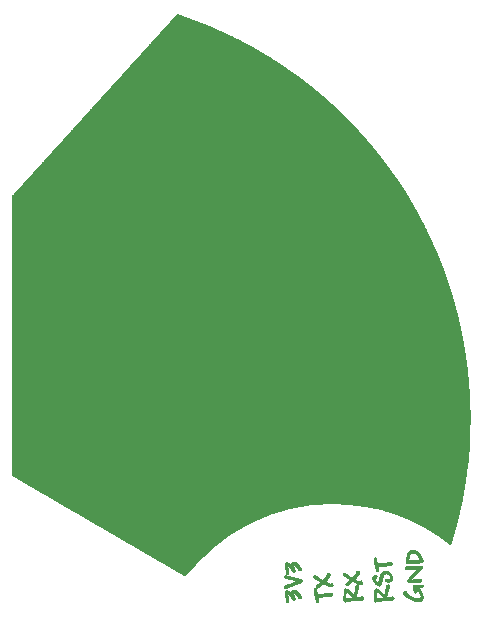
<source format=gto>
G75*
%MOIN*%
%OFA0B0*%
%FSLAX25Y25*%
%IPPOS*%
%LPD*%
%AMOC8*
5,1,8,0,0,1.08239X$1,22.5*
%
%ADD10C,0.00100*%
D10*
X0033486Y0047728D02*
X0122947Y0047728D01*
X0124347Y0047811D02*
X0116930Y0047374D01*
X0109770Y0046100D01*
X0102918Y0044035D01*
X0096422Y0041231D01*
X0090330Y0037738D01*
X0084694Y0033605D01*
X0079560Y0028881D01*
X0074980Y0023617D01*
X0017254Y0057161D01*
X0017254Y0149969D01*
X0072333Y0210670D01*
X0077703Y0208808D01*
X0082961Y0206744D01*
X0088106Y0204482D01*
X0093133Y0202029D01*
X0098038Y0199389D01*
X0102817Y0196568D01*
X0107465Y0193570D01*
X0111980Y0190400D01*
X0116357Y0187065D01*
X0120593Y0183568D01*
X0124682Y0179916D01*
X0128622Y0176112D01*
X0132408Y0172163D01*
X0136037Y0168073D01*
X0139504Y0163848D01*
X0142805Y0159493D01*
X0145937Y0155012D01*
X0148896Y0150411D01*
X0151677Y0145695D01*
X0154277Y0140869D01*
X0156692Y0135939D01*
X0158917Y0130909D01*
X0160950Y0125784D01*
X0162785Y0120570D01*
X0164419Y0115272D01*
X0165848Y0109894D01*
X0167068Y0104443D01*
X0168075Y0098923D01*
X0168865Y0093339D01*
X0017254Y0093339D01*
X0017254Y0093241D02*
X0168875Y0093241D01*
X0168865Y0093339D02*
X0169434Y0087697D01*
X0169779Y0082001D01*
X0169894Y0076257D01*
X0169822Y0071691D01*
X0169604Y0067137D01*
X0169241Y0062600D01*
X0168734Y0058084D01*
X0168084Y0053592D01*
X0167291Y0049128D01*
X0166356Y0044696D01*
X0165280Y0040300D01*
X0163475Y0034032D01*
X0159326Y0037097D01*
X0154926Y0039819D01*
X0150294Y0042177D01*
X0145450Y0044152D01*
X0140414Y0045722D01*
X0135205Y0046869D01*
X0129843Y0047572D01*
X0124347Y0047811D01*
X0126244Y0047728D02*
X0166996Y0047728D01*
X0166975Y0047630D02*
X0128513Y0047630D01*
X0130154Y0047531D02*
X0166955Y0047531D01*
X0166934Y0047433D02*
X0130905Y0047433D01*
X0131656Y0047334D02*
X0166913Y0047334D01*
X0166892Y0047236D02*
X0132408Y0047236D01*
X0133159Y0047137D02*
X0166871Y0047137D01*
X0166851Y0047039D02*
X0133910Y0047039D01*
X0134661Y0046940D02*
X0166830Y0046940D01*
X0166809Y0046842D02*
X0135329Y0046842D01*
X0135776Y0046743D02*
X0166788Y0046743D01*
X0166768Y0046645D02*
X0136224Y0046645D01*
X0136672Y0046546D02*
X0166747Y0046546D01*
X0166726Y0046448D02*
X0137119Y0046448D01*
X0137567Y0046349D02*
X0166705Y0046349D01*
X0166684Y0046251D02*
X0138014Y0046251D01*
X0138462Y0046152D02*
X0166664Y0046152D01*
X0166643Y0046054D02*
X0138909Y0046054D01*
X0139357Y0045955D02*
X0166622Y0045955D01*
X0166601Y0045857D02*
X0139805Y0045857D01*
X0140252Y0045758D02*
X0166580Y0045758D01*
X0166560Y0045660D02*
X0140616Y0045660D01*
X0140932Y0045561D02*
X0166539Y0045561D01*
X0166518Y0045463D02*
X0141247Y0045463D01*
X0141563Y0045364D02*
X0166497Y0045364D01*
X0166477Y0045266D02*
X0141879Y0045266D01*
X0142195Y0045167D02*
X0166456Y0045167D01*
X0166435Y0045068D02*
X0142511Y0045068D01*
X0142827Y0044970D02*
X0166414Y0044970D01*
X0166393Y0044871D02*
X0143142Y0044871D01*
X0143458Y0044773D02*
X0166373Y0044773D01*
X0166351Y0044674D02*
X0143774Y0044674D01*
X0144090Y0044576D02*
X0166327Y0044576D01*
X0166303Y0044477D02*
X0144406Y0044477D01*
X0144722Y0044379D02*
X0166279Y0044379D01*
X0166255Y0044280D02*
X0145037Y0044280D01*
X0145353Y0044182D02*
X0166230Y0044182D01*
X0166206Y0044083D02*
X0145618Y0044083D01*
X0145859Y0043985D02*
X0166182Y0043985D01*
X0166158Y0043886D02*
X0146101Y0043886D01*
X0146343Y0043788D02*
X0166134Y0043788D01*
X0166110Y0043689D02*
X0146584Y0043689D01*
X0146826Y0043591D02*
X0166086Y0043591D01*
X0166062Y0043492D02*
X0147068Y0043492D01*
X0147309Y0043394D02*
X0166037Y0043394D01*
X0166013Y0043295D02*
X0147551Y0043295D01*
X0147793Y0043197D02*
X0165989Y0043197D01*
X0165965Y0043098D02*
X0148034Y0043098D01*
X0148276Y0043000D02*
X0165941Y0043000D01*
X0165917Y0042901D02*
X0148518Y0042901D01*
X0148759Y0042803D02*
X0165893Y0042803D01*
X0165868Y0042704D02*
X0149001Y0042704D01*
X0149243Y0042606D02*
X0165844Y0042606D01*
X0165820Y0042507D02*
X0149484Y0042507D01*
X0149726Y0042409D02*
X0165796Y0042409D01*
X0165772Y0042310D02*
X0149968Y0042310D01*
X0150209Y0042212D02*
X0165748Y0042212D01*
X0165724Y0042113D02*
X0150420Y0042113D01*
X0150613Y0042015D02*
X0165700Y0042015D01*
X0165675Y0041916D02*
X0150807Y0041916D01*
X0151000Y0041818D02*
X0165651Y0041818D01*
X0165627Y0041719D02*
X0151194Y0041719D01*
X0151387Y0041621D02*
X0165603Y0041621D01*
X0165579Y0041522D02*
X0151581Y0041522D01*
X0151774Y0041424D02*
X0165555Y0041424D01*
X0165531Y0041325D02*
X0151968Y0041325D01*
X0152161Y0041227D02*
X0165507Y0041227D01*
X0165482Y0041128D02*
X0152355Y0041128D01*
X0152548Y0041030D02*
X0165458Y0041030D01*
X0165434Y0040931D02*
X0152742Y0040931D01*
X0152935Y0040833D02*
X0165410Y0040833D01*
X0165386Y0040734D02*
X0153129Y0040734D01*
X0153322Y0040635D02*
X0165362Y0040635D01*
X0165338Y0040537D02*
X0153516Y0040537D01*
X0153709Y0040438D02*
X0165313Y0040438D01*
X0165289Y0040340D02*
X0153903Y0040340D01*
X0154096Y0040241D02*
X0165263Y0040241D01*
X0165234Y0040143D02*
X0154290Y0040143D01*
X0154483Y0040044D02*
X0165206Y0040044D01*
X0165178Y0039946D02*
X0154677Y0039946D01*
X0154870Y0039847D02*
X0165149Y0039847D01*
X0165121Y0039749D02*
X0155039Y0039749D01*
X0155198Y0039650D02*
X0165093Y0039650D01*
X0165064Y0039552D02*
X0155358Y0039552D01*
X0155517Y0039453D02*
X0165036Y0039453D01*
X0165007Y0039355D02*
X0155676Y0039355D01*
X0155836Y0039256D02*
X0164979Y0039256D01*
X0164951Y0039158D02*
X0155995Y0039158D01*
X0156154Y0039059D02*
X0164922Y0039059D01*
X0164894Y0038961D02*
X0156313Y0038961D01*
X0156473Y0038862D02*
X0164866Y0038862D01*
X0164837Y0038764D02*
X0156632Y0038764D01*
X0156791Y0038665D02*
X0164809Y0038665D01*
X0164781Y0038567D02*
X0156950Y0038567D01*
X0157110Y0038468D02*
X0164752Y0038468D01*
X0164724Y0038370D02*
X0157269Y0038370D01*
X0157428Y0038271D02*
X0164696Y0038271D01*
X0164667Y0038173D02*
X0157588Y0038173D01*
X0157747Y0038074D02*
X0164639Y0038074D01*
X0164610Y0037976D02*
X0157906Y0037976D01*
X0158065Y0037877D02*
X0164582Y0037877D01*
X0164554Y0037779D02*
X0158225Y0037779D01*
X0158384Y0037680D02*
X0164525Y0037680D01*
X0164497Y0037582D02*
X0158543Y0037582D01*
X0158702Y0037483D02*
X0164469Y0037483D01*
X0164440Y0037385D02*
X0158862Y0037385D01*
X0159021Y0037286D02*
X0164412Y0037286D01*
X0164384Y0037188D02*
X0159180Y0037188D01*
X0159337Y0037089D02*
X0164355Y0037089D01*
X0164327Y0036991D02*
X0159471Y0036991D01*
X0159604Y0036892D02*
X0164299Y0036892D01*
X0164270Y0036794D02*
X0159737Y0036794D01*
X0159871Y0036695D02*
X0164242Y0036695D01*
X0164213Y0036597D02*
X0160004Y0036597D01*
X0160137Y0036498D02*
X0164185Y0036498D01*
X0164157Y0036399D02*
X0160271Y0036399D01*
X0160404Y0036301D02*
X0164128Y0036301D01*
X0164100Y0036202D02*
X0160537Y0036202D01*
X0160671Y0036104D02*
X0164072Y0036104D01*
X0164043Y0036005D02*
X0160804Y0036005D01*
X0160937Y0035907D02*
X0164015Y0035907D01*
X0163987Y0035808D02*
X0161071Y0035808D01*
X0161204Y0035710D02*
X0163958Y0035710D01*
X0163930Y0035611D02*
X0161337Y0035611D01*
X0161471Y0035513D02*
X0163902Y0035513D01*
X0163873Y0035414D02*
X0161604Y0035414D01*
X0161737Y0035316D02*
X0163845Y0035316D01*
X0163816Y0035217D02*
X0161871Y0035217D01*
X0162004Y0035119D02*
X0163788Y0035119D01*
X0163760Y0035020D02*
X0162137Y0035020D01*
X0162271Y0034922D02*
X0163731Y0034922D01*
X0163703Y0034823D02*
X0162404Y0034823D01*
X0162537Y0034725D02*
X0163675Y0034725D01*
X0163646Y0034626D02*
X0162671Y0034626D01*
X0162804Y0034528D02*
X0163618Y0034528D01*
X0163590Y0034429D02*
X0162937Y0034429D01*
X0163071Y0034331D02*
X0163561Y0034331D01*
X0163533Y0034232D02*
X0163204Y0034232D01*
X0163337Y0034134D02*
X0163505Y0034134D01*
X0163476Y0034035D02*
X0163471Y0034035D01*
X0153931Y0029590D02*
X0154246Y0028517D01*
X0154225Y0028375D01*
X0154163Y0028273D01*
X0154060Y0028212D01*
X0153916Y0028192D01*
X0153785Y0028218D01*
X0153673Y0028295D01*
X0153580Y0028424D01*
X0153505Y0028605D01*
X0153294Y0029152D01*
X0153041Y0029652D01*
X0152744Y0030107D01*
X0152404Y0030516D01*
X0152039Y0030852D01*
X0151668Y0031093D01*
X0151290Y0031237D01*
X0150906Y0031285D01*
X0150570Y0031247D01*
X0150281Y0031133D01*
X0150039Y0030942D01*
X0149844Y0030675D01*
X0149694Y0030328D01*
X0149586Y0029895D01*
X0149522Y0029377D01*
X0149500Y0028774D01*
X0149949Y0028811D01*
X0150569Y0028793D01*
X0151580Y0028765D01*
X0152579Y0028893D01*
X0153037Y0028961D01*
X0153320Y0028758D01*
X0153458Y0028435D01*
X0153325Y0028097D01*
X0152634Y0027926D01*
X0151141Y0027808D01*
X0150192Y0027848D01*
X0149529Y0027881D01*
X0149166Y0027841D01*
X0148983Y0027817D01*
X0148753Y0027902D01*
X0148653Y0028087D01*
X0148722Y0028454D01*
X0148831Y0029213D01*
X0148897Y0029972D01*
X0149093Y0030708D01*
X0149234Y0031049D01*
X0149398Y0031350D01*
X0149583Y0031611D01*
X0149791Y0031832D01*
X0150017Y0032007D01*
X0150256Y0032133D01*
X0150508Y0032207D01*
X0150773Y0032232D01*
X0151092Y0032211D01*
X0151405Y0032147D01*
X0151711Y0032040D01*
X0152011Y0031890D01*
X0152594Y0031462D01*
X0153151Y0030863D01*
X0153931Y0029590D01*
X0153924Y0029602D02*
X0153066Y0029602D01*
X0153116Y0029504D02*
X0153957Y0029504D01*
X0153986Y0029405D02*
X0153166Y0029405D01*
X0153216Y0029307D02*
X0154015Y0029307D01*
X0154043Y0029208D02*
X0153266Y0029208D01*
X0153311Y0029110D02*
X0154072Y0029110D01*
X0154101Y0029011D02*
X0153349Y0029011D01*
X0153387Y0028913D02*
X0154130Y0028913D01*
X0154159Y0028814D02*
X0153424Y0028814D01*
X0153462Y0028716D02*
X0154188Y0028716D01*
X0154216Y0028617D02*
X0153500Y0028617D01*
X0153541Y0028519D02*
X0154245Y0028519D01*
X0154232Y0028420D02*
X0153583Y0028420D01*
X0153654Y0028322D02*
X0154193Y0028322D01*
X0154079Y0028223D02*
X0153778Y0028223D01*
X0153413Y0028322D02*
X0148697Y0028322D01*
X0148715Y0028420D02*
X0153452Y0028420D01*
X0153422Y0028519D02*
X0148731Y0028519D01*
X0148745Y0028617D02*
X0153380Y0028617D01*
X0153338Y0028716D02*
X0148759Y0028716D01*
X0148774Y0028814D02*
X0149502Y0028814D01*
X0149505Y0028913D02*
X0148788Y0028913D01*
X0148802Y0029011D02*
X0149509Y0029011D01*
X0149512Y0029110D02*
X0148816Y0029110D01*
X0148830Y0029208D02*
X0149516Y0029208D01*
X0149519Y0029307D02*
X0148839Y0029307D01*
X0148848Y0029405D02*
X0149525Y0029405D01*
X0149537Y0029504D02*
X0148856Y0029504D01*
X0148865Y0029602D02*
X0149550Y0029602D01*
X0149562Y0029701D02*
X0148873Y0029701D01*
X0148882Y0029799D02*
X0149574Y0029799D01*
X0149587Y0029898D02*
X0148890Y0029898D01*
X0148903Y0029996D02*
X0149611Y0029996D01*
X0149636Y0030095D02*
X0148929Y0030095D01*
X0148956Y0030193D02*
X0149660Y0030193D01*
X0149685Y0030292D02*
X0148982Y0030292D01*
X0149008Y0030390D02*
X0149721Y0030390D01*
X0149764Y0030489D02*
X0149034Y0030489D01*
X0149060Y0030587D02*
X0149806Y0030587D01*
X0149852Y0030686D02*
X0149087Y0030686D01*
X0149124Y0030784D02*
X0149924Y0030784D01*
X0149996Y0030883D02*
X0149165Y0030883D01*
X0149206Y0030981D02*
X0150090Y0030981D01*
X0150215Y0031080D02*
X0149251Y0031080D01*
X0149304Y0031178D02*
X0150397Y0031178D01*
X0150834Y0031277D02*
X0149358Y0031277D01*
X0149415Y0031375D02*
X0152674Y0031375D01*
X0152766Y0031277D02*
X0150971Y0031277D01*
X0151443Y0031178D02*
X0152857Y0031178D01*
X0152949Y0031080D02*
X0151688Y0031080D01*
X0151840Y0030981D02*
X0153041Y0030981D01*
X0153132Y0030883D02*
X0151992Y0030883D01*
X0152113Y0030784D02*
X0153199Y0030784D01*
X0153260Y0030686D02*
X0152220Y0030686D01*
X0152326Y0030587D02*
X0153320Y0030587D01*
X0153380Y0030489D02*
X0152426Y0030489D01*
X0152508Y0030390D02*
X0153441Y0030390D01*
X0153501Y0030292D02*
X0152591Y0030292D01*
X0152673Y0030193D02*
X0153562Y0030193D01*
X0153622Y0030095D02*
X0152753Y0030095D01*
X0152817Y0029996D02*
X0153682Y0029996D01*
X0153743Y0029898D02*
X0152881Y0029898D01*
X0152945Y0029799D02*
X0153803Y0029799D01*
X0153864Y0029701D02*
X0153009Y0029701D01*
X0153105Y0028913D02*
X0152711Y0028913D01*
X0153242Y0028814D02*
X0151966Y0028814D01*
X0152638Y0027928D02*
X0148739Y0027928D01*
X0148686Y0028026D02*
X0153038Y0028026D01*
X0153336Y0028125D02*
X0148660Y0028125D01*
X0148679Y0028223D02*
X0153375Y0028223D01*
X0153591Y0026820D02*
X0153106Y0026773D01*
X0151566Y0026678D01*
X0149930Y0026687D01*
X0148881Y0026691D01*
X0148556Y0026512D01*
X0148420Y0026110D01*
X0148584Y0025789D01*
X0148964Y0025647D01*
X0150201Y0025725D01*
X0151374Y0025797D01*
X0152157Y0025830D01*
X0152491Y0025844D01*
X0151131Y0024401D01*
X0150132Y0023343D01*
X0149327Y0022445D01*
X0149106Y0021894D01*
X0149166Y0021652D01*
X0149346Y0021480D01*
X0149645Y0021376D01*
X0150063Y0021341D01*
X0151176Y0021391D01*
X0151608Y0021419D01*
X0152290Y0021437D01*
X0153315Y0021465D01*
X0153713Y0021624D01*
X0153852Y0022065D01*
X0153714Y0022376D01*
X0153384Y0022533D01*
X0151768Y0022372D01*
X0150324Y0022253D01*
X0150091Y0022279D01*
X0150849Y0022956D01*
X0152107Y0024313D01*
X0153106Y0025348D01*
X0153550Y0025797D01*
X0153605Y0025858D01*
X0153904Y0026227D01*
X0154004Y0026530D01*
X0153911Y0026762D01*
X0153591Y0026820D01*
X0153918Y0026745D02*
X0152662Y0026745D01*
X0152412Y0025760D02*
X0153513Y0025760D01*
X0153605Y0025859D02*
X0148549Y0025859D01*
X0148498Y0025957D02*
X0153685Y0025957D01*
X0153765Y0026056D02*
X0148448Y0026056D01*
X0148435Y0026154D02*
X0153845Y0026154D01*
X0153912Y0026253D02*
X0148468Y0026253D01*
X0148502Y0026351D02*
X0153945Y0026351D01*
X0153977Y0026450D02*
X0148535Y0026450D01*
X0148622Y0026548D02*
X0153996Y0026548D01*
X0153957Y0026647D02*
X0148801Y0026647D01*
X0148662Y0025760D02*
X0150772Y0025760D01*
X0151670Y0024972D02*
X0152743Y0024972D01*
X0152838Y0025071D02*
X0151762Y0025071D01*
X0151855Y0025169D02*
X0152933Y0025169D01*
X0153028Y0025268D02*
X0151948Y0025268D01*
X0152041Y0025366D02*
X0153124Y0025366D01*
X0153221Y0025465D02*
X0152134Y0025465D01*
X0152227Y0025563D02*
X0153318Y0025563D01*
X0153416Y0025662D02*
X0152319Y0025662D01*
X0152648Y0024874D02*
X0151577Y0024874D01*
X0151484Y0024775D02*
X0152552Y0024775D01*
X0152457Y0024677D02*
X0151391Y0024677D01*
X0151298Y0024578D02*
X0152362Y0024578D01*
X0152267Y0024480D02*
X0151205Y0024480D01*
X0151113Y0024381D02*
X0152172Y0024381D01*
X0152078Y0024283D02*
X0151020Y0024283D01*
X0150927Y0024184D02*
X0151987Y0024184D01*
X0151896Y0024086D02*
X0150834Y0024086D01*
X0150741Y0023987D02*
X0151805Y0023987D01*
X0151713Y0023889D02*
X0150648Y0023889D01*
X0150555Y0023790D02*
X0151622Y0023790D01*
X0151531Y0023692D02*
X0150462Y0023692D01*
X0150369Y0023593D02*
X0151440Y0023593D01*
X0151348Y0023495D02*
X0150276Y0023495D01*
X0150183Y0023396D02*
X0151257Y0023396D01*
X0151166Y0023297D02*
X0150092Y0023297D01*
X0150003Y0023199D02*
X0151075Y0023199D01*
X0150983Y0023100D02*
X0149915Y0023100D01*
X0149827Y0023002D02*
X0150892Y0023002D01*
X0150791Y0022903D02*
X0149738Y0022903D01*
X0149650Y0022805D02*
X0150680Y0022805D01*
X0150570Y0022706D02*
X0149561Y0022706D01*
X0149473Y0022608D02*
X0150460Y0022608D01*
X0150349Y0022509D02*
X0149385Y0022509D01*
X0149313Y0022411D02*
X0150239Y0022411D01*
X0150129Y0022312D02*
X0149274Y0022312D01*
X0149234Y0022214D02*
X0153786Y0022214D01*
X0153742Y0022312D02*
X0151048Y0022312D01*
X0152162Y0022411D02*
X0153641Y0022411D01*
X0153433Y0022509D02*
X0153151Y0022509D01*
X0153829Y0022115D02*
X0149195Y0022115D01*
X0149155Y0022017D02*
X0153836Y0022017D01*
X0153805Y0021918D02*
X0149116Y0021918D01*
X0149125Y0021820D02*
X0153774Y0021820D01*
X0153743Y0021721D02*
X0149149Y0021721D01*
X0149197Y0021623D02*
X0153710Y0021623D01*
X0153464Y0021524D02*
X0149299Y0021524D01*
X0149500Y0021426D02*
X0151863Y0021426D01*
X0151777Y0020548D02*
X0153064Y0020470D01*
X0153692Y0020544D01*
X0154013Y0020585D01*
X0154227Y0020475D01*
X0154319Y0020245D01*
X0154264Y0020026D01*
X0154099Y0019880D01*
X0153353Y0019770D01*
X0152565Y0019815D01*
X0153289Y0018929D01*
X0153827Y0018037D01*
X0154022Y0017600D01*
X0154162Y0017182D01*
X0154246Y0016783D01*
X0154274Y0016402D01*
X0154246Y0016100D01*
X0154163Y0015831D01*
X0154024Y0015593D01*
X0153830Y0015387D01*
X0153590Y0015222D01*
X0153317Y0015105D01*
X0153010Y0015034D01*
X0152670Y0015011D01*
X0151984Y0015082D01*
X0151206Y0015298D01*
X0149529Y0016100D01*
X0148501Y0016817D01*
X0147885Y0017472D01*
X0147728Y0017923D01*
X0147820Y0018175D01*
X0148309Y0018354D01*
X0148406Y0018372D01*
X0148617Y0018410D01*
X0148772Y0018370D01*
X0148841Y0018267D01*
X0148809Y0018066D01*
X0148776Y0017928D01*
X0148998Y0017540D01*
X0149500Y0017131D01*
X0150087Y0016760D01*
X0150744Y0016435D01*
X0151404Y0016203D01*
X0152067Y0016064D01*
X0152734Y0016017D01*
X0153369Y0016189D01*
X0153535Y0016396D01*
X0153591Y0016672D01*
X0153556Y0016951D01*
X0153452Y0017283D01*
X0153278Y0017670D01*
X0153034Y0018109D01*
X0152750Y0018551D01*
X0152455Y0018943D01*
X0152147Y0019287D01*
X0151827Y0019582D01*
X0151896Y0019329D01*
X0151997Y0019027D01*
X0152116Y0018726D01*
X0152221Y0018322D01*
X0152083Y0018047D01*
X0151805Y0017928D01*
X0151530Y0018033D01*
X0151392Y0018267D01*
X0151181Y0019279D01*
X0150898Y0020416D01*
X0150973Y0020541D01*
X0151141Y0020603D01*
X0151777Y0020548D01*
X0151930Y0020539D02*
X0150972Y0020539D01*
X0150913Y0020441D02*
X0154241Y0020441D01*
X0154280Y0020342D02*
X0150917Y0020342D01*
X0150941Y0020244D02*
X0154319Y0020244D01*
X0154294Y0020145D02*
X0150966Y0020145D01*
X0150990Y0020047D02*
X0154269Y0020047D01*
X0154176Y0019948D02*
X0151015Y0019948D01*
X0151039Y0019850D02*
X0153895Y0019850D01*
X0154102Y0020539D02*
X0153653Y0020539D01*
X0152617Y0019751D02*
X0151064Y0019751D01*
X0151088Y0019653D02*
X0152698Y0019653D01*
X0152778Y0019554D02*
X0151858Y0019554D01*
X0151835Y0019554D02*
X0151113Y0019554D01*
X0151137Y0019456D02*
X0151861Y0019456D01*
X0151888Y0019357D02*
X0151162Y0019357D01*
X0151185Y0019259D02*
X0151919Y0019259D01*
X0151953Y0019160D02*
X0151206Y0019160D01*
X0151227Y0019062D02*
X0151986Y0019062D01*
X0152023Y0018963D02*
X0151247Y0018963D01*
X0151268Y0018864D02*
X0152061Y0018864D01*
X0152100Y0018766D02*
X0151288Y0018766D01*
X0151309Y0018667D02*
X0152131Y0018667D01*
X0152157Y0018569D02*
X0151329Y0018569D01*
X0151350Y0018470D02*
X0152182Y0018470D01*
X0152208Y0018372D02*
X0151370Y0018372D01*
X0151391Y0018273D02*
X0152197Y0018273D01*
X0152147Y0018175D02*
X0151446Y0018175D01*
X0151504Y0018076D02*
X0152098Y0018076D01*
X0151922Y0017978D02*
X0151674Y0017978D01*
X0152662Y0018667D02*
X0153446Y0018667D01*
X0153506Y0018569D02*
X0152736Y0018569D01*
X0152802Y0018470D02*
X0153565Y0018470D01*
X0153625Y0018372D02*
X0152865Y0018372D01*
X0152928Y0018273D02*
X0153684Y0018273D01*
X0153744Y0018175D02*
X0152992Y0018175D01*
X0153052Y0018076D02*
X0153803Y0018076D01*
X0153853Y0017978D02*
X0153107Y0017978D01*
X0153162Y0017879D02*
X0153898Y0017879D01*
X0153942Y0017781D02*
X0153216Y0017781D01*
X0153271Y0017682D02*
X0153986Y0017682D01*
X0154028Y0017584D02*
X0153317Y0017584D01*
X0153361Y0017485D02*
X0154061Y0017485D01*
X0154094Y0017387D02*
X0153405Y0017387D01*
X0153450Y0017288D02*
X0154127Y0017288D01*
X0154160Y0017190D02*
X0153481Y0017190D01*
X0153512Y0017091D02*
X0154181Y0017091D01*
X0154202Y0016993D02*
X0153543Y0016993D01*
X0153563Y0016894D02*
X0154223Y0016894D01*
X0154243Y0016796D02*
X0153575Y0016796D01*
X0153587Y0016697D02*
X0154252Y0016697D01*
X0154260Y0016599D02*
X0153576Y0016599D01*
X0153556Y0016500D02*
X0154267Y0016500D01*
X0154274Y0016402D02*
X0153537Y0016402D01*
X0153461Y0016303D02*
X0154265Y0016303D01*
X0154256Y0016205D02*
X0153381Y0016205D01*
X0153062Y0016106D02*
X0154247Y0016106D01*
X0154217Y0016008D02*
X0149723Y0016008D01*
X0149520Y0016106D02*
X0151865Y0016106D01*
X0151398Y0016205D02*
X0149379Y0016205D01*
X0149238Y0016303D02*
X0151118Y0016303D01*
X0150838Y0016402D02*
X0149096Y0016402D01*
X0148955Y0016500D02*
X0150612Y0016500D01*
X0150413Y0016599D02*
X0148814Y0016599D01*
X0148672Y0016697D02*
X0150214Y0016697D01*
X0150030Y0016796D02*
X0148531Y0016796D01*
X0148428Y0016894D02*
X0149875Y0016894D01*
X0149719Y0016993D02*
X0148336Y0016993D01*
X0148243Y0017091D02*
X0149563Y0017091D01*
X0149428Y0017190D02*
X0148150Y0017190D01*
X0148058Y0017288D02*
X0149307Y0017288D01*
X0149186Y0017387D02*
X0147965Y0017387D01*
X0147881Y0017485D02*
X0149066Y0017485D01*
X0148973Y0017584D02*
X0147846Y0017584D01*
X0147812Y0017682D02*
X0148917Y0017682D01*
X0148861Y0017781D02*
X0147777Y0017781D01*
X0147743Y0017879D02*
X0148804Y0017879D01*
X0148788Y0017978D02*
X0147748Y0017978D01*
X0147784Y0018076D02*
X0148811Y0018076D01*
X0148826Y0018175D02*
X0147820Y0018175D01*
X0148089Y0018273D02*
X0148837Y0018273D01*
X0148766Y0018372D02*
X0148405Y0018372D01*
X0149929Y0015909D02*
X0154187Y0015909D01*
X0154151Y0015811D02*
X0150135Y0015811D01*
X0150341Y0015712D02*
X0154093Y0015712D01*
X0154036Y0015614D02*
X0150547Y0015614D01*
X0150753Y0015515D02*
X0153950Y0015515D01*
X0153857Y0015417D02*
X0150959Y0015417D01*
X0151165Y0015318D02*
X0153729Y0015318D01*
X0153583Y0015220D02*
X0151490Y0015220D01*
X0151844Y0015121D02*
X0153355Y0015121D01*
X0152841Y0015023D02*
X0152556Y0015023D01*
X0152588Y0018766D02*
X0153387Y0018766D01*
X0153327Y0018864D02*
X0152514Y0018864D01*
X0152437Y0018963D02*
X0153261Y0018963D01*
X0153180Y0019062D02*
X0152349Y0019062D01*
X0152261Y0019160D02*
X0153100Y0019160D01*
X0153019Y0019259D02*
X0152172Y0019259D01*
X0152071Y0019357D02*
X0152939Y0019357D01*
X0152859Y0019456D02*
X0151964Y0019456D01*
X0149200Y0025662D02*
X0148924Y0025662D01*
X0148950Y0027829D02*
X0149077Y0027829D01*
X0150646Y0027829D02*
X0151407Y0027829D01*
X0152577Y0031474D02*
X0149486Y0031474D01*
X0149556Y0031572D02*
X0152443Y0031572D01*
X0152309Y0031671D02*
X0149639Y0031671D01*
X0149732Y0031769D02*
X0152175Y0031769D01*
X0152042Y0031868D02*
X0149837Y0031868D01*
X0149964Y0031966D02*
X0151858Y0031966D01*
X0151639Y0032065D02*
X0150127Y0032065D01*
X0150360Y0032164D02*
X0151324Y0032164D01*
X0143837Y0028049D02*
X0143937Y0027652D01*
X0143739Y0027261D01*
X0143054Y0027042D01*
X0141509Y0026928D01*
X0140300Y0026878D01*
X0139173Y0026819D01*
X0139325Y0026144D01*
X0139480Y0025380D01*
X0139339Y0025133D01*
X0139059Y0025027D01*
X0138782Y0025119D01*
X0138646Y0025344D01*
X0138427Y0026617D01*
X0138307Y0027231D01*
X0138179Y0027863D01*
X0137913Y0029351D01*
X0138044Y0029606D01*
X0138326Y0029717D01*
X0138610Y0029583D01*
X0138738Y0029264D01*
X0138807Y0028540D01*
X0138945Y0027754D01*
X0139013Y0027754D01*
X0140080Y0027813D01*
X0140635Y0027854D01*
X0141714Y0027916D01*
X0142600Y0027988D01*
X0143076Y0028100D01*
X0143571Y0028207D01*
X0143837Y0028049D01*
X0143843Y0028026D02*
X0142762Y0028026D01*
X0143188Y0028125D02*
X0143710Y0028125D01*
X0143868Y0027928D02*
X0141855Y0027928D01*
X0141705Y0026942D02*
X0138363Y0026942D01*
X0138383Y0026844D02*
X0139654Y0026844D01*
X0139189Y0026745D02*
X0138402Y0026745D01*
X0138421Y0026647D02*
X0139212Y0026647D01*
X0139234Y0026548D02*
X0138439Y0026548D01*
X0138456Y0026450D02*
X0139256Y0026450D01*
X0139278Y0026351D02*
X0138473Y0026351D01*
X0138490Y0026253D02*
X0139300Y0026253D01*
X0139323Y0026154D02*
X0138507Y0026154D01*
X0138524Y0026056D02*
X0139343Y0026056D01*
X0139363Y0025957D02*
X0138541Y0025957D01*
X0138558Y0025859D02*
X0139383Y0025859D01*
X0139403Y0025760D02*
X0138574Y0025760D01*
X0138591Y0025662D02*
X0139422Y0025662D01*
X0139442Y0025563D02*
X0138608Y0025563D01*
X0138625Y0025465D02*
X0139462Y0025465D01*
X0139472Y0025366D02*
X0138642Y0025366D01*
X0138692Y0025268D02*
X0139415Y0025268D01*
X0139359Y0025169D02*
X0138752Y0025169D01*
X0138927Y0025071D02*
X0139174Y0025071D01*
X0140407Y0024381D02*
X0143464Y0024381D01*
X0143457Y0024393D02*
X0143824Y0023832D01*
X0144071Y0023231D01*
X0144153Y0022686D01*
X0143971Y0022050D01*
X0143448Y0021612D01*
X0142774Y0021449D01*
X0141983Y0021621D01*
X0141836Y0021714D01*
X0141731Y0021821D01*
X0141668Y0021943D01*
X0141646Y0022078D01*
X0141667Y0022270D01*
X0141729Y0022407D01*
X0141832Y0022489D01*
X0141976Y0022517D01*
X0142334Y0022434D01*
X0142810Y0022329D01*
X0143276Y0022476D01*
X0143438Y0022947D01*
X0143412Y0023209D01*
X0143334Y0023452D01*
X0143205Y0023678D01*
X0143024Y0023885D01*
X0142808Y0024057D01*
X0142575Y0024181D01*
X0142325Y0024256D01*
X0142059Y0024281D01*
X0141665Y0024230D01*
X0141354Y0024080D01*
X0141111Y0023816D01*
X0140922Y0023419D01*
X0140378Y0020950D01*
X0140291Y0020650D01*
X0140134Y0020435D01*
X0139908Y0020307D01*
X0139612Y0020264D01*
X0139409Y0020290D01*
X0139194Y0020367D01*
X0138966Y0020497D01*
X0138726Y0020678D01*
X0137854Y0021718D01*
X0137569Y0022284D01*
X0137474Y0022733D01*
X0137492Y0022938D01*
X0137546Y0023124D01*
X0137637Y0023291D01*
X0137764Y0023439D01*
X0138068Y0023648D01*
X0138394Y0023718D01*
X0138615Y0023698D01*
X0138772Y0023638D01*
X0138866Y0023539D01*
X0138898Y0023400D01*
X0138878Y0023220D01*
X0138818Y0023078D01*
X0138718Y0022977D01*
X0138577Y0022916D01*
X0138337Y0022780D01*
X0138280Y0022526D01*
X0138388Y0022148D01*
X0138713Y0021654D01*
X0139091Y0021240D01*
X0139361Y0021102D01*
X0139526Y0021477D01*
X0140089Y0023735D01*
X0140250Y0024102D01*
X0140424Y0024411D01*
X0140611Y0024663D01*
X0140813Y0024856D01*
X0141042Y0024999D01*
X0141310Y0025101D01*
X0141619Y0025162D01*
X0141967Y0025183D01*
X0142239Y0025160D01*
X0142502Y0025093D01*
X0142758Y0024980D01*
X0143007Y0024822D01*
X0143457Y0024393D01*
X0143365Y0024480D02*
X0140475Y0024480D01*
X0140548Y0024578D02*
X0143262Y0024578D01*
X0143159Y0024677D02*
X0140626Y0024677D01*
X0140729Y0024775D02*
X0143055Y0024775D01*
X0142925Y0024874D02*
X0140841Y0024874D01*
X0140999Y0024972D02*
X0142769Y0024972D01*
X0142551Y0025071D02*
X0141231Y0025071D01*
X0141738Y0025169D02*
X0142130Y0025169D01*
X0142566Y0024184D02*
X0143593Y0024184D01*
X0143529Y0024283D02*
X0140351Y0024283D01*
X0140296Y0024184D02*
X0141569Y0024184D01*
X0141365Y0024086D02*
X0140242Y0024086D01*
X0140199Y0023987D02*
X0141268Y0023987D01*
X0141177Y0023889D02*
X0140156Y0023889D01*
X0140113Y0023790D02*
X0141098Y0023790D01*
X0141052Y0023692D02*
X0140079Y0023692D01*
X0140054Y0023593D02*
X0141005Y0023593D01*
X0140958Y0023495D02*
X0140029Y0023495D01*
X0140005Y0023396D02*
X0140917Y0023396D01*
X0140896Y0023297D02*
X0139980Y0023297D01*
X0139956Y0023199D02*
X0140874Y0023199D01*
X0140852Y0023100D02*
X0139931Y0023100D01*
X0139907Y0023002D02*
X0140831Y0023002D01*
X0140809Y0022903D02*
X0139882Y0022903D01*
X0139857Y0022805D02*
X0140787Y0022805D01*
X0140765Y0022706D02*
X0139833Y0022706D01*
X0139808Y0022608D02*
X0140744Y0022608D01*
X0140722Y0022509D02*
X0139784Y0022509D01*
X0139759Y0022411D02*
X0140700Y0022411D01*
X0140679Y0022312D02*
X0139735Y0022312D01*
X0139710Y0022214D02*
X0140657Y0022214D01*
X0140635Y0022115D02*
X0139686Y0022115D01*
X0139661Y0022017D02*
X0140613Y0022017D01*
X0140592Y0021918D02*
X0139636Y0021918D01*
X0139612Y0021820D02*
X0140570Y0021820D01*
X0140548Y0021721D02*
X0139587Y0021721D01*
X0139563Y0021623D02*
X0140527Y0021623D01*
X0140505Y0021524D02*
X0139538Y0021524D01*
X0139504Y0021426D02*
X0140483Y0021426D01*
X0140461Y0021327D02*
X0139460Y0021327D01*
X0139417Y0021229D02*
X0140440Y0021229D01*
X0140418Y0021130D02*
X0139373Y0021130D01*
X0139305Y0021130D02*
X0138347Y0021130D01*
X0138429Y0021032D02*
X0140396Y0021032D01*
X0140373Y0020933D02*
X0138512Y0020933D01*
X0138595Y0020835D02*
X0140345Y0020835D01*
X0140316Y0020736D02*
X0138677Y0020736D01*
X0138780Y0020638D02*
X0140282Y0020638D01*
X0140210Y0020539D02*
X0138910Y0020539D01*
X0139065Y0020441D02*
X0140138Y0020441D01*
X0139971Y0020342D02*
X0139264Y0020342D01*
X0139112Y0021229D02*
X0138264Y0021229D01*
X0138181Y0021327D02*
X0139011Y0021327D01*
X0138921Y0021426D02*
X0138099Y0021426D01*
X0138016Y0021524D02*
X0138832Y0021524D01*
X0138742Y0021623D02*
X0137934Y0021623D01*
X0137852Y0021721D02*
X0138669Y0021721D01*
X0138604Y0021820D02*
X0137802Y0021820D01*
X0137753Y0021918D02*
X0138539Y0021918D01*
X0138474Y0022017D02*
X0137703Y0022017D01*
X0137653Y0022115D02*
X0138409Y0022115D01*
X0138369Y0022214D02*
X0137604Y0022214D01*
X0137562Y0022312D02*
X0138341Y0022312D01*
X0138313Y0022411D02*
X0137542Y0022411D01*
X0137521Y0022509D02*
X0138285Y0022509D01*
X0138298Y0022608D02*
X0137500Y0022608D01*
X0137479Y0022706D02*
X0138320Y0022706D01*
X0138381Y0022805D02*
X0137480Y0022805D01*
X0137489Y0022903D02*
X0138555Y0022903D01*
X0138742Y0023002D02*
X0137511Y0023002D01*
X0137540Y0023100D02*
X0138827Y0023100D01*
X0138869Y0023199D02*
X0137587Y0023199D01*
X0137642Y0023297D02*
X0138886Y0023297D01*
X0138897Y0023396D02*
X0137727Y0023396D01*
X0137845Y0023495D02*
X0138876Y0023495D01*
X0138815Y0023593D02*
X0137988Y0023593D01*
X0138272Y0023692D02*
X0138631Y0023692D01*
X0138344Y0027041D02*
X0143037Y0027041D01*
X0143358Y0027139D02*
X0138325Y0027139D01*
X0138305Y0027238D02*
X0143666Y0027238D01*
X0143777Y0027336D02*
X0138285Y0027336D01*
X0138265Y0027435D02*
X0143827Y0027435D01*
X0143877Y0027533D02*
X0138245Y0027533D01*
X0138226Y0027632D02*
X0143927Y0027632D01*
X0143917Y0027730D02*
X0138206Y0027730D01*
X0138186Y0027829D02*
X0138932Y0027829D01*
X0138914Y0027928D02*
X0138167Y0027928D01*
X0138150Y0028026D02*
X0138897Y0028026D01*
X0138880Y0028125D02*
X0138132Y0028125D01*
X0138114Y0028223D02*
X0138863Y0028223D01*
X0138845Y0028322D02*
X0138097Y0028322D01*
X0138079Y0028420D02*
X0138828Y0028420D01*
X0138811Y0028519D02*
X0138062Y0028519D01*
X0138044Y0028617D02*
X0138800Y0028617D01*
X0138790Y0028716D02*
X0138026Y0028716D01*
X0138009Y0028814D02*
X0138781Y0028814D01*
X0138772Y0028913D02*
X0137991Y0028913D01*
X0137973Y0029011D02*
X0138762Y0029011D01*
X0138753Y0029110D02*
X0137956Y0029110D01*
X0137938Y0029208D02*
X0138743Y0029208D01*
X0138721Y0029307D02*
X0137921Y0029307D01*
X0137940Y0029405D02*
X0138681Y0029405D01*
X0138642Y0029504D02*
X0137991Y0029504D01*
X0138042Y0029602D02*
X0138569Y0029602D01*
X0138361Y0029701D02*
X0138284Y0029701D01*
X0140299Y0027829D02*
X0143892Y0027829D01*
X0143658Y0024086D02*
X0142755Y0024086D01*
X0142896Y0023987D02*
X0143723Y0023987D01*
X0143787Y0023889D02*
X0143020Y0023889D01*
X0143107Y0023790D02*
X0143842Y0023790D01*
X0143882Y0023692D02*
X0143193Y0023692D01*
X0143253Y0023593D02*
X0143922Y0023593D01*
X0143963Y0023495D02*
X0143310Y0023495D01*
X0143352Y0023396D02*
X0144003Y0023396D01*
X0144044Y0023297D02*
X0143384Y0023297D01*
X0143413Y0023199D02*
X0144076Y0023199D01*
X0144091Y0023100D02*
X0143423Y0023100D01*
X0143433Y0023002D02*
X0144105Y0023002D01*
X0144120Y0022903D02*
X0143423Y0022903D01*
X0143389Y0022805D02*
X0144135Y0022805D01*
X0144150Y0022706D02*
X0143355Y0022706D01*
X0143321Y0022608D02*
X0144131Y0022608D01*
X0144102Y0022509D02*
X0143287Y0022509D01*
X0143068Y0022411D02*
X0144074Y0022411D01*
X0144046Y0022312D02*
X0141686Y0022312D01*
X0141661Y0022214D02*
X0144018Y0022214D01*
X0143990Y0022115D02*
X0141650Y0022115D01*
X0141656Y0022017D02*
X0143932Y0022017D01*
X0143814Y0021918D02*
X0141680Y0021918D01*
X0141732Y0021820D02*
X0143696Y0021820D01*
X0143579Y0021721D02*
X0141828Y0021721D01*
X0141980Y0021623D02*
X0143461Y0021623D01*
X0143085Y0021524D02*
X0142428Y0021524D01*
X0142440Y0022411D02*
X0141734Y0022411D01*
X0141937Y0022509D02*
X0142009Y0022509D01*
X0142596Y0020622D02*
X0142241Y0020459D01*
X0142050Y0020057D01*
X0141907Y0019312D01*
X0141729Y0018455D01*
X0141559Y0017686D01*
X0141312Y0017159D01*
X0139669Y0018850D01*
X0139398Y0019042D01*
X0139144Y0019179D01*
X0138906Y0019261D01*
X0138683Y0019288D01*
X0138355Y0019115D01*
X0138124Y0018711D01*
X0138046Y0017356D01*
X0138010Y0015811D01*
X0137981Y0015405D01*
X0138075Y0015109D01*
X0138394Y0014919D01*
X0138798Y0015006D01*
X0139132Y0015092D01*
X0139219Y0015101D01*
X0140896Y0015286D01*
X0141748Y0015358D01*
X0143909Y0015519D01*
X0144395Y0015708D01*
X0144573Y0016174D01*
X0144444Y0016515D01*
X0144143Y0016663D01*
X0143571Y0016568D01*
X0142425Y0016361D01*
X0140516Y0016215D01*
X0138729Y0016128D01*
X0138674Y0016128D01*
X0138646Y0017048D01*
X0138730Y0017987D01*
X0138846Y0018218D01*
X0139021Y0018294D01*
X0139937Y0017600D01*
X0141001Y0016494D01*
X0141423Y0016279D01*
X0141560Y0016315D01*
X0141705Y0016424D01*
X0141859Y0016605D01*
X0142022Y0016859D01*
X0142298Y0017470D01*
X0142458Y0018144D01*
X0142883Y0019787D01*
X0143007Y0020228D01*
X0142869Y0020505D01*
X0142596Y0020622D01*
X0142415Y0020539D02*
X0142789Y0020539D01*
X0142901Y0020441D02*
X0142232Y0020441D01*
X0142185Y0020342D02*
X0142950Y0020342D01*
X0142999Y0020244D02*
X0142138Y0020244D01*
X0142092Y0020145D02*
X0142983Y0020145D01*
X0142956Y0020047D02*
X0142048Y0020047D01*
X0142029Y0019948D02*
X0142928Y0019948D01*
X0142901Y0019850D02*
X0142010Y0019850D01*
X0141991Y0019751D02*
X0142874Y0019751D01*
X0142848Y0019653D02*
X0141973Y0019653D01*
X0141954Y0019554D02*
X0142823Y0019554D01*
X0142797Y0019456D02*
X0141935Y0019456D01*
X0141916Y0019357D02*
X0142772Y0019357D01*
X0142746Y0019259D02*
X0141896Y0019259D01*
X0141876Y0019160D02*
X0142721Y0019160D01*
X0142695Y0019062D02*
X0141855Y0019062D01*
X0141835Y0018963D02*
X0142670Y0018963D01*
X0142644Y0018864D02*
X0141814Y0018864D01*
X0141794Y0018766D02*
X0142619Y0018766D01*
X0142593Y0018667D02*
X0141773Y0018667D01*
X0141753Y0018569D02*
X0142568Y0018569D01*
X0142542Y0018470D02*
X0141732Y0018470D01*
X0141711Y0018372D02*
X0142517Y0018372D01*
X0142491Y0018273D02*
X0141689Y0018273D01*
X0141667Y0018175D02*
X0142466Y0018175D01*
X0142442Y0018076D02*
X0141645Y0018076D01*
X0141624Y0017978D02*
X0142419Y0017978D01*
X0142395Y0017879D02*
X0141602Y0017879D01*
X0141580Y0017781D02*
X0142372Y0017781D01*
X0142349Y0017682D02*
X0141557Y0017682D01*
X0141511Y0017584D02*
X0142325Y0017584D01*
X0142302Y0017485D02*
X0141465Y0017485D01*
X0141419Y0017387D02*
X0142261Y0017387D01*
X0142216Y0017288D02*
X0141373Y0017288D01*
X0141326Y0017190D02*
X0142172Y0017190D01*
X0142127Y0017091D02*
X0140427Y0017091D01*
X0140521Y0016993D02*
X0142082Y0016993D01*
X0142038Y0016894D02*
X0140616Y0016894D01*
X0140711Y0016796D02*
X0141981Y0016796D01*
X0141918Y0016697D02*
X0140806Y0016697D01*
X0140900Y0016599D02*
X0141854Y0016599D01*
X0141770Y0016500D02*
X0140995Y0016500D01*
X0141182Y0016402D02*
X0141675Y0016402D01*
X0141668Y0016303D02*
X0144524Y0016303D01*
X0144562Y0016205D02*
X0140311Y0016205D01*
X0140332Y0017190D02*
X0141282Y0017190D01*
X0141186Y0017288D02*
X0140237Y0017288D01*
X0140142Y0017387D02*
X0141090Y0017387D01*
X0140995Y0017485D02*
X0140047Y0017485D01*
X0139953Y0017584D02*
X0140899Y0017584D01*
X0140803Y0017682D02*
X0139828Y0017682D01*
X0139698Y0017781D02*
X0140707Y0017781D01*
X0140612Y0017879D02*
X0139568Y0017879D01*
X0139438Y0017978D02*
X0140516Y0017978D01*
X0140420Y0018076D02*
X0139308Y0018076D01*
X0139179Y0018175D02*
X0140325Y0018175D01*
X0140229Y0018273D02*
X0139049Y0018273D01*
X0138974Y0018273D02*
X0138099Y0018273D01*
X0138093Y0018175D02*
X0138825Y0018175D01*
X0138775Y0018076D02*
X0138087Y0018076D01*
X0138082Y0017978D02*
X0138729Y0017978D01*
X0138721Y0017879D02*
X0138076Y0017879D01*
X0138070Y0017781D02*
X0138712Y0017781D01*
X0138703Y0017682D02*
X0138065Y0017682D01*
X0138059Y0017584D02*
X0138694Y0017584D01*
X0138685Y0017485D02*
X0138053Y0017485D01*
X0138047Y0017387D02*
X0138676Y0017387D01*
X0138668Y0017288D02*
X0138044Y0017288D01*
X0138042Y0017190D02*
X0138659Y0017190D01*
X0138650Y0017091D02*
X0138040Y0017091D01*
X0138037Y0016993D02*
X0138648Y0016993D01*
X0138651Y0016894D02*
X0138035Y0016894D01*
X0138033Y0016796D02*
X0138654Y0016796D01*
X0138657Y0016697D02*
X0138030Y0016697D01*
X0138028Y0016599D02*
X0138660Y0016599D01*
X0138663Y0016500D02*
X0138026Y0016500D01*
X0138024Y0016402D02*
X0138666Y0016402D01*
X0138669Y0016303D02*
X0138021Y0016303D01*
X0138019Y0016205D02*
X0138672Y0016205D01*
X0138017Y0016106D02*
X0144547Y0016106D01*
X0144510Y0016008D02*
X0138014Y0016008D01*
X0138012Y0015909D02*
X0144472Y0015909D01*
X0144435Y0015811D02*
X0138010Y0015811D01*
X0138003Y0015712D02*
X0144397Y0015712D01*
X0144153Y0015614D02*
X0137996Y0015614D01*
X0137989Y0015515D02*
X0143858Y0015515D01*
X0144487Y0016402D02*
X0142649Y0016402D01*
X0143196Y0016500D02*
X0144449Y0016500D01*
X0144274Y0016599D02*
X0143757Y0016599D01*
X0142536Y0015417D02*
X0137982Y0015417D01*
X0138009Y0015318D02*
X0141277Y0015318D01*
X0140294Y0015220D02*
X0138040Y0015220D01*
X0138071Y0015121D02*
X0139399Y0015121D01*
X0138863Y0015023D02*
X0138220Y0015023D01*
X0138385Y0014924D02*
X0138420Y0014924D01*
X0141375Y0016303D02*
X0141515Y0016303D01*
X0140133Y0018372D02*
X0138104Y0018372D01*
X0138110Y0018470D02*
X0140038Y0018470D01*
X0139942Y0018569D02*
X0138116Y0018569D01*
X0138121Y0018667D02*
X0139846Y0018667D01*
X0139751Y0018766D02*
X0138155Y0018766D01*
X0138212Y0018864D02*
X0139649Y0018864D01*
X0139510Y0018963D02*
X0138268Y0018963D01*
X0138324Y0019062D02*
X0139363Y0019062D01*
X0139180Y0019160D02*
X0138441Y0019160D01*
X0138627Y0019259D02*
X0138913Y0019259D01*
X0134058Y0021102D02*
X0133969Y0020896D01*
X0133752Y0020808D01*
X0133189Y0020866D01*
X0132507Y0021041D01*
X0131706Y0021331D01*
X0130787Y0021738D01*
X0130165Y0021247D01*
X0129527Y0020680D01*
X0129232Y0020400D01*
X0128936Y0020295D01*
X0128619Y0020422D01*
X0128478Y0020735D01*
X0128667Y0021099D01*
X0129455Y0021798D01*
X0130063Y0022311D01*
X0129630Y0022553D01*
X0129047Y0022961D01*
X0127915Y0023654D01*
X0127787Y0023726D01*
X0127696Y0023829D01*
X0127641Y0023964D01*
X0127623Y0024129D01*
X0127648Y0024271D01*
X0127722Y0024373D01*
X0127847Y0024434D01*
X0128022Y0024454D01*
X0128628Y0024207D01*
X0129235Y0023768D01*
X0129906Y0023259D01*
X0130654Y0022819D01*
X0131431Y0023632D01*
X0132112Y0024570D01*
X0132077Y0024676D01*
X0132043Y0024807D01*
X0132185Y0025011D01*
X0132606Y0025095D01*
X0132970Y0024962D01*
X0133133Y0024611D01*
X0132965Y0024217D01*
X0132463Y0023541D01*
X0131378Y0022348D01*
X0131713Y0022187D01*
X0132596Y0021867D01*
X0133422Y0021674D01*
X0133375Y0021821D01*
X0133439Y0021920D01*
X0133591Y0021971D01*
X0133847Y0021569D01*
X0133957Y0021354D01*
X0134058Y0021102D01*
X0134047Y0021130D02*
X0132260Y0021130D01*
X0131988Y0021229D02*
X0134007Y0021229D01*
X0133967Y0021327D02*
X0131717Y0021327D01*
X0131493Y0021426D02*
X0133920Y0021426D01*
X0133870Y0021524D02*
X0131270Y0021524D01*
X0131048Y0021623D02*
X0133813Y0021623D01*
X0133750Y0021721D02*
X0133407Y0021721D01*
X0133376Y0021820D02*
X0133688Y0021820D01*
X0133625Y0021918D02*
X0133438Y0021918D01*
X0133219Y0021721D02*
X0130826Y0021721D01*
X0130766Y0021721D02*
X0129369Y0021721D01*
X0129258Y0021623D02*
X0130641Y0021623D01*
X0130516Y0021524D02*
X0129147Y0021524D01*
X0129036Y0021426D02*
X0130391Y0021426D01*
X0130266Y0021327D02*
X0128925Y0021327D01*
X0128814Y0021229D02*
X0130144Y0021229D01*
X0130033Y0021130D02*
X0128703Y0021130D01*
X0128632Y0021032D02*
X0129923Y0021032D01*
X0129812Y0020933D02*
X0128581Y0020933D01*
X0128530Y0020835D02*
X0129701Y0020835D01*
X0129590Y0020736D02*
X0128479Y0020736D01*
X0128522Y0020638D02*
X0129483Y0020638D01*
X0129379Y0020539D02*
X0128566Y0020539D01*
X0128610Y0020441D02*
X0129275Y0020441D01*
X0129069Y0020342D02*
X0128819Y0020342D01*
X0128757Y0019261D02*
X0128995Y0019179D01*
X0129249Y0019042D01*
X0129519Y0018850D01*
X0131163Y0017159D01*
X0131410Y0017686D01*
X0131580Y0018455D01*
X0131758Y0019312D01*
X0131901Y0020057D01*
X0132091Y0020459D01*
X0132446Y0020622D01*
X0132720Y0020505D01*
X0132857Y0020228D01*
X0132734Y0019787D01*
X0132309Y0018144D01*
X0132149Y0017470D01*
X0131872Y0016859D01*
X0131710Y0016605D01*
X0131556Y0016424D01*
X0131411Y0016315D01*
X0131274Y0016279D01*
X0130852Y0016494D01*
X0129788Y0017600D01*
X0128872Y0018294D01*
X0128697Y0018218D01*
X0128581Y0017987D01*
X0128497Y0017048D01*
X0128525Y0016128D01*
X0128580Y0016128D01*
X0130367Y0016215D01*
X0132276Y0016361D01*
X0133422Y0016568D01*
X0133994Y0016663D01*
X0134294Y0016515D01*
X0134424Y0016174D01*
X0134246Y0015708D01*
X0133760Y0015519D01*
X0131599Y0015358D01*
X0130747Y0015286D01*
X0129069Y0015101D01*
X0128983Y0015092D01*
X0128648Y0015006D01*
X0128245Y0014919D01*
X0127926Y0015109D01*
X0127832Y0015405D01*
X0127861Y0015811D01*
X0127896Y0017356D01*
X0127975Y0018711D01*
X0128206Y0019115D01*
X0128534Y0019288D01*
X0128757Y0019261D01*
X0128764Y0019259D02*
X0128478Y0019259D01*
X0128291Y0019160D02*
X0129031Y0019160D01*
X0129213Y0019062D02*
X0128175Y0019062D01*
X0128119Y0018963D02*
X0129361Y0018963D01*
X0129499Y0018864D02*
X0128062Y0018864D01*
X0128006Y0018766D02*
X0129601Y0018766D01*
X0129697Y0018667D02*
X0127972Y0018667D01*
X0127967Y0018569D02*
X0129793Y0018569D01*
X0129888Y0018470D02*
X0127961Y0018470D01*
X0127955Y0018372D02*
X0129984Y0018372D01*
X0130080Y0018273D02*
X0128899Y0018273D01*
X0128825Y0018273D02*
X0127949Y0018273D01*
X0127944Y0018175D02*
X0128676Y0018175D01*
X0128626Y0018076D02*
X0127938Y0018076D01*
X0127932Y0017978D02*
X0128580Y0017978D01*
X0128571Y0017879D02*
X0127927Y0017879D01*
X0127921Y0017781D02*
X0128563Y0017781D01*
X0128554Y0017682D02*
X0127915Y0017682D01*
X0127910Y0017584D02*
X0128545Y0017584D01*
X0128536Y0017485D02*
X0127904Y0017485D01*
X0127898Y0017387D02*
X0128527Y0017387D01*
X0128518Y0017288D02*
X0127895Y0017288D01*
X0127893Y0017190D02*
X0128510Y0017190D01*
X0128501Y0017091D02*
X0127890Y0017091D01*
X0127888Y0016993D02*
X0128499Y0016993D01*
X0128502Y0016894D02*
X0127886Y0016894D01*
X0127883Y0016796D02*
X0128505Y0016796D01*
X0128508Y0016697D02*
X0127881Y0016697D01*
X0127879Y0016599D02*
X0128510Y0016599D01*
X0128513Y0016500D02*
X0127877Y0016500D01*
X0127874Y0016402D02*
X0128516Y0016402D01*
X0128519Y0016303D02*
X0127872Y0016303D01*
X0127870Y0016205D02*
X0128522Y0016205D01*
X0127867Y0016106D02*
X0134398Y0016106D01*
X0134412Y0016205D02*
X0130162Y0016205D01*
X0130656Y0016697D02*
X0131769Y0016697D01*
X0131832Y0016796D02*
X0130562Y0016796D01*
X0130467Y0016894D02*
X0131889Y0016894D01*
X0131933Y0016993D02*
X0130372Y0016993D01*
X0130277Y0017091D02*
X0131978Y0017091D01*
X0132022Y0017190D02*
X0131177Y0017190D01*
X0131132Y0017190D02*
X0130183Y0017190D01*
X0130088Y0017288D02*
X0131037Y0017288D01*
X0130941Y0017387D02*
X0129993Y0017387D01*
X0129898Y0017485D02*
X0130845Y0017485D01*
X0130750Y0017584D02*
X0129803Y0017584D01*
X0129679Y0017682D02*
X0130654Y0017682D01*
X0130558Y0017781D02*
X0129549Y0017781D01*
X0129419Y0017879D02*
X0130463Y0017879D01*
X0130367Y0017978D02*
X0129289Y0017978D01*
X0129159Y0018076D02*
X0130271Y0018076D01*
X0130175Y0018175D02*
X0129029Y0018175D01*
X0130751Y0016599D02*
X0131705Y0016599D01*
X0131621Y0016500D02*
X0130846Y0016500D01*
X0131033Y0016402D02*
X0131526Y0016402D01*
X0131519Y0016303D02*
X0134375Y0016303D01*
X0134337Y0016402D02*
X0132500Y0016402D01*
X0133047Y0016500D02*
X0134300Y0016500D01*
X0134125Y0016599D02*
X0133607Y0016599D01*
X0134361Y0016008D02*
X0127865Y0016008D01*
X0127863Y0015909D02*
X0134323Y0015909D01*
X0134285Y0015811D02*
X0127861Y0015811D01*
X0127854Y0015712D02*
X0134248Y0015712D01*
X0134004Y0015614D02*
X0127847Y0015614D01*
X0127840Y0015515D02*
X0133709Y0015515D01*
X0132387Y0015417D02*
X0127833Y0015417D01*
X0127860Y0015318D02*
X0131128Y0015318D01*
X0130145Y0015220D02*
X0127891Y0015220D01*
X0127922Y0015121D02*
X0129250Y0015121D01*
X0128713Y0015023D02*
X0128071Y0015023D01*
X0128236Y0014924D02*
X0128271Y0014924D01*
X0131226Y0016303D02*
X0131366Y0016303D01*
X0131223Y0017288D02*
X0132067Y0017288D01*
X0132112Y0017387D02*
X0131270Y0017387D01*
X0131316Y0017485D02*
X0132153Y0017485D01*
X0132176Y0017584D02*
X0131362Y0017584D01*
X0131408Y0017682D02*
X0132200Y0017682D01*
X0132223Y0017781D02*
X0131431Y0017781D01*
X0131453Y0017879D02*
X0132246Y0017879D01*
X0132269Y0017978D02*
X0131474Y0017978D01*
X0131496Y0018076D02*
X0132293Y0018076D01*
X0132317Y0018175D02*
X0131518Y0018175D01*
X0131540Y0018273D02*
X0132342Y0018273D01*
X0132368Y0018372D02*
X0131562Y0018372D01*
X0131583Y0018470D02*
X0132393Y0018470D01*
X0132419Y0018569D02*
X0131604Y0018569D01*
X0131624Y0018667D02*
X0132444Y0018667D01*
X0132470Y0018766D02*
X0131645Y0018766D01*
X0131665Y0018864D02*
X0132495Y0018864D01*
X0132521Y0018963D02*
X0131686Y0018963D01*
X0131706Y0019062D02*
X0132546Y0019062D01*
X0132572Y0019160D02*
X0131727Y0019160D01*
X0131747Y0019259D02*
X0132597Y0019259D01*
X0132623Y0019357D02*
X0131767Y0019357D01*
X0131786Y0019456D02*
X0132648Y0019456D01*
X0132674Y0019554D02*
X0131805Y0019554D01*
X0131823Y0019653D02*
X0132699Y0019653D01*
X0132725Y0019751D02*
X0131842Y0019751D01*
X0131861Y0019850D02*
X0132751Y0019850D01*
X0132779Y0019948D02*
X0131880Y0019948D01*
X0131899Y0020047D02*
X0132807Y0020047D01*
X0132834Y0020145D02*
X0131942Y0020145D01*
X0131989Y0020244D02*
X0132850Y0020244D01*
X0132801Y0020342D02*
X0132036Y0020342D01*
X0132082Y0020441D02*
X0132752Y0020441D01*
X0132640Y0020539D02*
X0132265Y0020539D01*
X0132541Y0021032D02*
X0134028Y0021032D01*
X0133985Y0020933D02*
X0132926Y0020933D01*
X0133493Y0020835D02*
X0133818Y0020835D01*
X0132797Y0021820D02*
X0129481Y0021820D01*
X0129598Y0021918D02*
X0132454Y0021918D01*
X0132182Y0022017D02*
X0129715Y0022017D01*
X0129832Y0022115D02*
X0131911Y0022115D01*
X0131657Y0022214D02*
X0129949Y0022214D01*
X0130060Y0022312D02*
X0131452Y0022312D01*
X0131436Y0022411D02*
X0129884Y0022411D01*
X0129708Y0022509D02*
X0131525Y0022509D01*
X0131615Y0022608D02*
X0129552Y0022608D01*
X0129411Y0022706D02*
X0131704Y0022706D01*
X0131794Y0022805D02*
X0129270Y0022805D01*
X0129129Y0022903D02*
X0130510Y0022903D01*
X0130343Y0023002D02*
X0128980Y0023002D01*
X0128819Y0023100D02*
X0130175Y0023100D01*
X0130008Y0023199D02*
X0128658Y0023199D01*
X0128497Y0023297D02*
X0129855Y0023297D01*
X0129725Y0023396D02*
X0128336Y0023396D01*
X0128175Y0023495D02*
X0129595Y0023495D01*
X0129465Y0023593D02*
X0128014Y0023593D01*
X0127848Y0023692D02*
X0129335Y0023692D01*
X0129204Y0023790D02*
X0127730Y0023790D01*
X0127672Y0023889D02*
X0129068Y0023889D01*
X0128932Y0023987D02*
X0127638Y0023987D01*
X0127628Y0024086D02*
X0128796Y0024086D01*
X0128660Y0024184D02*
X0127632Y0024184D01*
X0127656Y0024283D02*
X0128443Y0024283D01*
X0128201Y0024381D02*
X0127739Y0024381D01*
X0124030Y0020819D02*
X0124139Y0020603D01*
X0124241Y0020352D01*
X0124152Y0020145D01*
X0123935Y0020057D01*
X0123371Y0020116D01*
X0122689Y0020290D01*
X0121889Y0020581D01*
X0120970Y0020988D01*
X0120348Y0020497D01*
X0119710Y0019930D01*
X0119415Y0019650D01*
X0119119Y0019545D01*
X0118802Y0019671D01*
X0118661Y0019984D01*
X0118850Y0020348D01*
X0119638Y0021047D01*
X0120246Y0021560D01*
X0119813Y0021802D01*
X0119230Y0022211D01*
X0118098Y0022903D01*
X0117970Y0022975D01*
X0117878Y0023079D01*
X0117824Y0023213D01*
X0117806Y0023378D01*
X0117830Y0023521D01*
X0117905Y0023622D01*
X0118030Y0023683D01*
X0118204Y0023704D01*
X0118811Y0023457D01*
X0119417Y0023017D01*
X0120088Y0022509D01*
X0120837Y0022068D01*
X0121614Y0022881D01*
X0122294Y0023819D01*
X0122260Y0023926D01*
X0122226Y0024057D01*
X0122368Y0024260D01*
X0122789Y0024345D01*
X0123153Y0024212D01*
X0123315Y0023860D01*
X0123148Y0023466D01*
X0122646Y0022791D01*
X0121561Y0021598D01*
X0121896Y0021437D01*
X0122779Y0021116D01*
X0123605Y0020924D01*
X0123558Y0021071D01*
X0123622Y0021169D01*
X0123774Y0021221D01*
X0124030Y0020819D01*
X0124020Y0020835D02*
X0121316Y0020835D01*
X0121538Y0020736D02*
X0124072Y0020736D01*
X0124122Y0020638D02*
X0121760Y0020638D01*
X0122003Y0020539D02*
X0124165Y0020539D01*
X0124205Y0020441D02*
X0122275Y0020441D01*
X0122546Y0020342D02*
X0124237Y0020342D01*
X0124194Y0020244D02*
X0122871Y0020244D01*
X0123256Y0020145D02*
X0124152Y0020145D01*
X0123957Y0020933D02*
X0123602Y0020933D01*
X0123564Y0020933D02*
X0121093Y0020933D01*
X0120901Y0020933D02*
X0119509Y0020933D01*
X0119398Y0020835D02*
X0120776Y0020835D01*
X0120651Y0020736D02*
X0119287Y0020736D01*
X0119176Y0020638D02*
X0120526Y0020638D01*
X0120401Y0020539D02*
X0119065Y0020539D01*
X0118954Y0020441D02*
X0120284Y0020441D01*
X0120174Y0020342D02*
X0118847Y0020342D01*
X0118796Y0020244D02*
X0120063Y0020244D01*
X0119952Y0020145D02*
X0118744Y0020145D01*
X0118693Y0020047D02*
X0119841Y0020047D01*
X0119731Y0019948D02*
X0118677Y0019948D01*
X0118721Y0019850D02*
X0119626Y0019850D01*
X0119522Y0019751D02*
X0118766Y0019751D01*
X0118849Y0019653D02*
X0119418Y0019653D01*
X0119145Y0019554D02*
X0119096Y0019554D01*
X0118644Y0019287D02*
X0118772Y0018968D01*
X0118841Y0018244D01*
X0118978Y0017457D01*
X0119047Y0017457D01*
X0120113Y0017517D01*
X0120669Y0017557D01*
X0121747Y0017620D01*
X0122634Y0017692D01*
X0123109Y0017804D01*
X0123605Y0017911D01*
X0123870Y0017753D01*
X0123970Y0017356D01*
X0123772Y0016965D01*
X0123087Y0016746D01*
X0121543Y0016632D01*
X0120334Y0016582D01*
X0119206Y0016522D01*
X0119358Y0015848D01*
X0119513Y0015084D01*
X0119372Y0014837D01*
X0119092Y0014731D01*
X0118816Y0014823D01*
X0118680Y0015048D01*
X0118461Y0016321D01*
X0118340Y0016935D01*
X0118212Y0017567D01*
X0117946Y0019055D01*
X0118078Y0019310D01*
X0118359Y0019421D01*
X0118644Y0019287D01*
X0118655Y0019259D02*
X0118051Y0019259D01*
X0118000Y0019160D02*
X0118694Y0019160D01*
X0118734Y0019062D02*
X0117949Y0019062D01*
X0117963Y0018963D02*
X0118772Y0018963D01*
X0118781Y0018864D02*
X0117980Y0018864D01*
X0117998Y0018766D02*
X0118791Y0018766D01*
X0118800Y0018667D02*
X0118015Y0018667D01*
X0118033Y0018569D02*
X0118810Y0018569D01*
X0118819Y0018470D02*
X0118051Y0018470D01*
X0118068Y0018372D02*
X0118828Y0018372D01*
X0118838Y0018273D02*
X0118086Y0018273D01*
X0118103Y0018175D02*
X0118853Y0018175D01*
X0118870Y0018076D02*
X0118121Y0018076D01*
X0118139Y0017978D02*
X0118887Y0017978D01*
X0118904Y0017879D02*
X0118156Y0017879D01*
X0118174Y0017781D02*
X0118922Y0017781D01*
X0118939Y0017682D02*
X0118192Y0017682D01*
X0118209Y0017584D02*
X0118956Y0017584D01*
X0118973Y0017485D02*
X0118229Y0017485D01*
X0118249Y0017387D02*
X0123963Y0017387D01*
X0123938Y0017485D02*
X0119546Y0017485D01*
X0119211Y0016500D02*
X0118425Y0016500D01*
X0118445Y0016402D02*
X0119234Y0016402D01*
X0119256Y0016303D02*
X0118464Y0016303D01*
X0118481Y0016205D02*
X0119278Y0016205D01*
X0119300Y0016106D02*
X0118498Y0016106D01*
X0118515Y0016008D02*
X0119322Y0016008D01*
X0119345Y0015909D02*
X0118531Y0015909D01*
X0118548Y0015811D02*
X0119366Y0015811D01*
X0119386Y0015712D02*
X0118565Y0015712D01*
X0118582Y0015614D02*
X0119406Y0015614D01*
X0119426Y0015515D02*
X0118599Y0015515D01*
X0118616Y0015417D02*
X0119446Y0015417D01*
X0119466Y0015318D02*
X0118633Y0015318D01*
X0118650Y0015220D02*
X0119486Y0015220D01*
X0119505Y0015121D02*
X0118667Y0015121D01*
X0118695Y0015023D02*
X0119478Y0015023D01*
X0119422Y0014924D02*
X0118755Y0014924D01*
X0118814Y0014826D02*
X0119342Y0014826D01*
X0118406Y0016599D02*
X0120741Y0016599D01*
X0121123Y0017584D02*
X0123913Y0017584D01*
X0123888Y0017682D02*
X0122518Y0017682D01*
X0123010Y0017781D02*
X0123823Y0017781D01*
X0123657Y0017879D02*
X0123459Y0017879D01*
X0123936Y0017288D02*
X0118269Y0017288D01*
X0118289Y0017190D02*
X0123886Y0017190D01*
X0123836Y0017091D02*
X0118309Y0017091D01*
X0118328Y0016993D02*
X0123786Y0016993D01*
X0123551Y0016894D02*
X0118348Y0016894D01*
X0118367Y0016796D02*
X0123242Y0016796D01*
X0122426Y0016697D02*
X0118387Y0016697D01*
X0118495Y0019357D02*
X0118196Y0019357D01*
X0119620Y0021032D02*
X0123141Y0021032D01*
X0122740Y0021130D02*
X0119736Y0021130D01*
X0119853Y0021229D02*
X0122469Y0021229D01*
X0122197Y0021327D02*
X0119970Y0021327D01*
X0120087Y0021426D02*
X0121926Y0021426D01*
X0121713Y0021524D02*
X0120203Y0021524D01*
X0120134Y0021623D02*
X0121584Y0021623D01*
X0121674Y0021721D02*
X0119958Y0021721D01*
X0119788Y0021820D02*
X0121763Y0021820D01*
X0121853Y0021918D02*
X0119647Y0021918D01*
X0119507Y0022017D02*
X0121942Y0022017D01*
X0122032Y0022115D02*
X0120882Y0022115D01*
X0120757Y0022115D02*
X0119366Y0022115D01*
X0119225Y0022214D02*
X0120589Y0022214D01*
X0120422Y0022312D02*
X0119064Y0022312D01*
X0118903Y0022411D02*
X0120255Y0022411D01*
X0120088Y0022509D02*
X0118742Y0022509D01*
X0118581Y0022608D02*
X0119958Y0022608D01*
X0119828Y0022706D02*
X0118420Y0022706D01*
X0118259Y0022805D02*
X0119698Y0022805D01*
X0119568Y0022903D02*
X0118098Y0022903D01*
X0117946Y0023002D02*
X0119438Y0023002D01*
X0119303Y0023100D02*
X0117870Y0023100D01*
X0117829Y0023199D02*
X0119167Y0023199D01*
X0119031Y0023297D02*
X0117814Y0023297D01*
X0117809Y0023396D02*
X0118895Y0023396D01*
X0118718Y0023495D02*
X0117826Y0023495D01*
X0117883Y0023593D02*
X0118476Y0023593D01*
X0118234Y0023692D02*
X0118100Y0023692D01*
X0120976Y0022214D02*
X0122122Y0022214D01*
X0122211Y0022312D02*
X0121070Y0022312D01*
X0121165Y0022411D02*
X0122301Y0022411D01*
X0122390Y0022509D02*
X0121259Y0022509D01*
X0121353Y0022608D02*
X0122480Y0022608D01*
X0122570Y0022706D02*
X0121447Y0022706D01*
X0121541Y0022805D02*
X0122657Y0022805D01*
X0122730Y0022903D02*
X0121630Y0022903D01*
X0121702Y0023002D02*
X0122803Y0023002D01*
X0122876Y0023100D02*
X0121773Y0023100D01*
X0121844Y0023199D02*
X0122949Y0023199D01*
X0123022Y0023297D02*
X0121916Y0023297D01*
X0121987Y0023396D02*
X0123096Y0023396D01*
X0123160Y0023495D02*
X0122059Y0023495D01*
X0122130Y0023593D02*
X0123202Y0023593D01*
X0123244Y0023692D02*
X0122202Y0023692D01*
X0122273Y0023790D02*
X0123285Y0023790D01*
X0123302Y0023889D02*
X0122272Y0023889D01*
X0122244Y0023987D02*
X0123257Y0023987D01*
X0123211Y0024086D02*
X0122246Y0024086D01*
X0122314Y0024184D02*
X0123166Y0024184D01*
X0122959Y0024283D02*
X0122479Y0024283D01*
X0123596Y0021130D02*
X0123831Y0021130D01*
X0123894Y0021032D02*
X0123570Y0021032D01*
X0130735Y0022903D02*
X0131884Y0022903D01*
X0131973Y0023002D02*
X0130830Y0023002D01*
X0130924Y0023100D02*
X0132063Y0023100D01*
X0132152Y0023199D02*
X0131018Y0023199D01*
X0131112Y0023297D02*
X0132242Y0023297D01*
X0132332Y0023396D02*
X0131206Y0023396D01*
X0131300Y0023495D02*
X0132421Y0023495D01*
X0132502Y0023593D02*
X0131394Y0023593D01*
X0131475Y0023692D02*
X0132575Y0023692D01*
X0132648Y0023790D02*
X0131546Y0023790D01*
X0131618Y0023889D02*
X0132722Y0023889D01*
X0132795Y0023987D02*
X0131689Y0023987D01*
X0131761Y0024086D02*
X0132868Y0024086D01*
X0132941Y0024184D02*
X0131832Y0024184D01*
X0131904Y0024283D02*
X0132993Y0024283D01*
X0133035Y0024381D02*
X0131975Y0024381D01*
X0132046Y0024480D02*
X0133077Y0024480D01*
X0133119Y0024578D02*
X0132109Y0024578D01*
X0132077Y0024677D02*
X0133102Y0024677D01*
X0133057Y0024775D02*
X0132051Y0024775D01*
X0132089Y0024874D02*
X0133011Y0024874D01*
X0132943Y0024972D02*
X0132158Y0024972D01*
X0132484Y0025071D02*
X0132673Y0025071D01*
X0121272Y0047630D02*
X0033656Y0047630D01*
X0033825Y0047531D02*
X0119597Y0047531D01*
X0117922Y0047433D02*
X0033995Y0047433D01*
X0034165Y0047334D02*
X0116704Y0047334D01*
X0116151Y0047236D02*
X0034334Y0047236D01*
X0034504Y0047137D02*
X0115598Y0047137D01*
X0115045Y0047039D02*
X0034673Y0047039D01*
X0034843Y0046940D02*
X0114491Y0046940D01*
X0113938Y0046842D02*
X0035012Y0046842D01*
X0035182Y0046743D02*
X0113385Y0046743D01*
X0112832Y0046645D02*
X0035351Y0046645D01*
X0035521Y0046546D02*
X0112278Y0046546D01*
X0111725Y0046448D02*
X0035690Y0046448D01*
X0035860Y0046349D02*
X0111172Y0046349D01*
X0110619Y0046251D02*
X0036029Y0046251D01*
X0036199Y0046152D02*
X0110065Y0046152D01*
X0109618Y0046054D02*
X0036368Y0046054D01*
X0036538Y0045955D02*
X0109291Y0045955D01*
X0108964Y0045857D02*
X0036707Y0045857D01*
X0036877Y0045758D02*
X0108637Y0045758D01*
X0108310Y0045660D02*
X0037046Y0045660D01*
X0037216Y0045561D02*
X0107983Y0045561D01*
X0107656Y0045463D02*
X0037386Y0045463D01*
X0037555Y0045364D02*
X0107329Y0045364D01*
X0107002Y0045266D02*
X0037725Y0045266D01*
X0037894Y0045167D02*
X0106675Y0045167D01*
X0106348Y0045068D02*
X0038064Y0045068D01*
X0038233Y0044970D02*
X0106021Y0044970D01*
X0105694Y0044871D02*
X0038403Y0044871D01*
X0038572Y0044773D02*
X0105367Y0044773D01*
X0105040Y0044674D02*
X0038742Y0044674D01*
X0038911Y0044576D02*
X0104713Y0044576D01*
X0104386Y0044477D02*
X0039081Y0044477D01*
X0039250Y0044379D02*
X0104059Y0044379D01*
X0103732Y0044280D02*
X0039420Y0044280D01*
X0039589Y0044182D02*
X0103406Y0044182D01*
X0103079Y0044083D02*
X0039759Y0044083D01*
X0039928Y0043985D02*
X0102802Y0043985D01*
X0102574Y0043886D02*
X0040098Y0043886D01*
X0040267Y0043788D02*
X0102345Y0043788D01*
X0102117Y0043689D02*
X0040437Y0043689D01*
X0040607Y0043591D02*
X0101889Y0043591D01*
X0101660Y0043492D02*
X0040776Y0043492D01*
X0040946Y0043394D02*
X0101432Y0043394D01*
X0101204Y0043295D02*
X0041115Y0043295D01*
X0041285Y0043197D02*
X0100976Y0043197D01*
X0100747Y0043098D02*
X0041454Y0043098D01*
X0041624Y0043000D02*
X0100519Y0043000D01*
X0100291Y0042901D02*
X0041793Y0042901D01*
X0041963Y0042803D02*
X0100063Y0042803D01*
X0099834Y0042704D02*
X0042132Y0042704D01*
X0042302Y0042606D02*
X0099606Y0042606D01*
X0099378Y0042507D02*
X0042471Y0042507D01*
X0042641Y0042409D02*
X0099149Y0042409D01*
X0098921Y0042310D02*
X0042810Y0042310D01*
X0042980Y0042212D02*
X0098693Y0042212D01*
X0098465Y0042113D02*
X0043149Y0042113D01*
X0043319Y0042015D02*
X0098236Y0042015D01*
X0098008Y0041916D02*
X0043489Y0041916D01*
X0043658Y0041818D02*
X0097780Y0041818D01*
X0097552Y0041719D02*
X0043828Y0041719D01*
X0043997Y0041621D02*
X0097323Y0041621D01*
X0097095Y0041522D02*
X0044167Y0041522D01*
X0044336Y0041424D02*
X0096867Y0041424D01*
X0096638Y0041325D02*
X0044506Y0041325D01*
X0044675Y0041227D02*
X0096413Y0041227D01*
X0096241Y0041128D02*
X0044845Y0041128D01*
X0045014Y0041030D02*
X0096070Y0041030D01*
X0095898Y0040931D02*
X0045184Y0040931D01*
X0045353Y0040833D02*
X0095726Y0040833D01*
X0095554Y0040734D02*
X0045523Y0040734D01*
X0045692Y0040635D02*
X0095382Y0040635D01*
X0095211Y0040537D02*
X0045862Y0040537D01*
X0046031Y0040438D02*
X0095039Y0040438D01*
X0094867Y0040340D02*
X0046201Y0040340D01*
X0046370Y0040241D02*
X0094695Y0040241D01*
X0094524Y0040143D02*
X0046540Y0040143D01*
X0046710Y0040044D02*
X0094352Y0040044D01*
X0094180Y0039946D02*
X0046879Y0039946D01*
X0047049Y0039847D02*
X0094008Y0039847D01*
X0093837Y0039749D02*
X0047218Y0039749D01*
X0047388Y0039650D02*
X0093665Y0039650D01*
X0093493Y0039552D02*
X0047557Y0039552D01*
X0047727Y0039453D02*
X0093321Y0039453D01*
X0093150Y0039355D02*
X0047896Y0039355D01*
X0048066Y0039256D02*
X0092978Y0039256D01*
X0092806Y0039158D02*
X0048235Y0039158D01*
X0048405Y0039059D02*
X0092634Y0039059D01*
X0092463Y0038961D02*
X0048574Y0038961D01*
X0048744Y0038862D02*
X0092291Y0038862D01*
X0092119Y0038764D02*
X0048913Y0038764D01*
X0049083Y0038665D02*
X0091947Y0038665D01*
X0091776Y0038567D02*
X0049252Y0038567D01*
X0049422Y0038468D02*
X0091604Y0038468D01*
X0091432Y0038370D02*
X0049592Y0038370D01*
X0049761Y0038271D02*
X0091260Y0038271D01*
X0091089Y0038173D02*
X0049931Y0038173D01*
X0050100Y0038074D02*
X0090917Y0038074D01*
X0090745Y0037976D02*
X0050270Y0037976D01*
X0050439Y0037877D02*
X0090573Y0037877D01*
X0090402Y0037779D02*
X0050609Y0037779D01*
X0050778Y0037680D02*
X0090252Y0037680D01*
X0090117Y0037582D02*
X0050948Y0037582D01*
X0051117Y0037483D02*
X0089983Y0037483D01*
X0089849Y0037385D02*
X0051287Y0037385D01*
X0051456Y0037286D02*
X0089714Y0037286D01*
X0089580Y0037188D02*
X0051626Y0037188D01*
X0051795Y0037089D02*
X0089446Y0037089D01*
X0089311Y0036991D02*
X0051965Y0036991D01*
X0052134Y0036892D02*
X0089177Y0036892D01*
X0089043Y0036794D02*
X0052304Y0036794D01*
X0052473Y0036695D02*
X0088908Y0036695D01*
X0088774Y0036597D02*
X0052643Y0036597D01*
X0052813Y0036498D02*
X0088640Y0036498D01*
X0088505Y0036399D02*
X0052982Y0036399D01*
X0053152Y0036301D02*
X0088371Y0036301D01*
X0088236Y0036202D02*
X0053321Y0036202D01*
X0053491Y0036104D02*
X0088102Y0036104D01*
X0087968Y0036005D02*
X0053660Y0036005D01*
X0053830Y0035907D02*
X0087833Y0035907D01*
X0087699Y0035808D02*
X0053999Y0035808D01*
X0054169Y0035710D02*
X0087565Y0035710D01*
X0087430Y0035611D02*
X0054338Y0035611D01*
X0054508Y0035513D02*
X0087296Y0035513D01*
X0087162Y0035414D02*
X0054677Y0035414D01*
X0054847Y0035316D02*
X0087027Y0035316D01*
X0086893Y0035217D02*
X0055016Y0035217D01*
X0055186Y0035119D02*
X0086759Y0035119D01*
X0086624Y0035020D02*
X0055355Y0035020D01*
X0055525Y0034922D02*
X0086490Y0034922D01*
X0086356Y0034823D02*
X0055695Y0034823D01*
X0055864Y0034725D02*
X0086221Y0034725D01*
X0086087Y0034626D02*
X0056034Y0034626D01*
X0056203Y0034528D02*
X0085953Y0034528D01*
X0085818Y0034429D02*
X0056373Y0034429D01*
X0056542Y0034331D02*
X0085684Y0034331D01*
X0085550Y0034232D02*
X0056712Y0034232D01*
X0056881Y0034134D02*
X0085415Y0034134D01*
X0085281Y0034035D02*
X0057051Y0034035D01*
X0057220Y0033937D02*
X0085146Y0033937D01*
X0085012Y0033838D02*
X0057390Y0033838D01*
X0057559Y0033740D02*
X0084878Y0033740D01*
X0084743Y0033641D02*
X0057729Y0033641D01*
X0057898Y0033543D02*
X0084626Y0033543D01*
X0084519Y0033444D02*
X0058068Y0033444D01*
X0058237Y0033346D02*
X0084412Y0033346D01*
X0084305Y0033247D02*
X0058407Y0033247D01*
X0058576Y0033149D02*
X0084198Y0033149D01*
X0084091Y0033050D02*
X0058746Y0033050D01*
X0058916Y0032952D02*
X0083984Y0032952D01*
X0083877Y0032853D02*
X0059085Y0032853D01*
X0059255Y0032755D02*
X0083770Y0032755D01*
X0083663Y0032656D02*
X0059424Y0032656D01*
X0059594Y0032558D02*
X0083556Y0032558D01*
X0083449Y0032459D02*
X0059763Y0032459D01*
X0059933Y0032361D02*
X0083342Y0032361D01*
X0083234Y0032262D02*
X0060102Y0032262D01*
X0060272Y0032164D02*
X0083127Y0032164D01*
X0083020Y0032065D02*
X0060441Y0032065D01*
X0060611Y0031966D02*
X0082913Y0031966D01*
X0082806Y0031868D02*
X0060780Y0031868D01*
X0060950Y0031769D02*
X0082699Y0031769D01*
X0082592Y0031671D02*
X0061119Y0031671D01*
X0061289Y0031572D02*
X0082485Y0031572D01*
X0082378Y0031474D02*
X0061458Y0031474D01*
X0061628Y0031375D02*
X0082271Y0031375D01*
X0082164Y0031277D02*
X0061798Y0031277D01*
X0061967Y0031178D02*
X0082057Y0031178D01*
X0081950Y0031080D02*
X0062137Y0031080D01*
X0062306Y0030981D02*
X0081843Y0030981D01*
X0081736Y0030883D02*
X0062476Y0030883D01*
X0062645Y0030784D02*
X0081629Y0030784D01*
X0081522Y0030686D02*
X0062815Y0030686D01*
X0062984Y0030587D02*
X0081415Y0030587D01*
X0081307Y0030489D02*
X0063154Y0030489D01*
X0063323Y0030390D02*
X0081200Y0030390D01*
X0081093Y0030292D02*
X0063493Y0030292D01*
X0063662Y0030193D02*
X0080986Y0030193D01*
X0080879Y0030095D02*
X0063832Y0030095D01*
X0064001Y0029996D02*
X0080772Y0029996D01*
X0080665Y0029898D02*
X0064171Y0029898D01*
X0064340Y0029799D02*
X0080558Y0029799D01*
X0080451Y0029701D02*
X0064510Y0029701D01*
X0064679Y0029602D02*
X0080344Y0029602D01*
X0080237Y0029504D02*
X0064849Y0029504D01*
X0065019Y0029405D02*
X0080130Y0029405D01*
X0080023Y0029307D02*
X0065188Y0029307D01*
X0065358Y0029208D02*
X0079916Y0029208D01*
X0079809Y0029110D02*
X0065527Y0029110D01*
X0065697Y0029011D02*
X0079702Y0029011D01*
X0079595Y0028913D02*
X0065866Y0028913D01*
X0066036Y0028814D02*
X0079502Y0028814D01*
X0079416Y0028716D02*
X0066205Y0028716D01*
X0066375Y0028617D02*
X0079331Y0028617D01*
X0079245Y0028519D02*
X0066544Y0028519D01*
X0066714Y0028420D02*
X0079159Y0028420D01*
X0079073Y0028322D02*
X0066883Y0028322D01*
X0067053Y0028223D02*
X0078988Y0028223D01*
X0078902Y0028125D02*
X0067222Y0028125D01*
X0067392Y0028026D02*
X0078816Y0028026D01*
X0078730Y0027928D02*
X0067561Y0027928D01*
X0067731Y0027829D02*
X0078645Y0027829D01*
X0078559Y0027730D02*
X0067901Y0027730D01*
X0068070Y0027632D02*
X0078473Y0027632D01*
X0078388Y0027533D02*
X0068240Y0027533D01*
X0068409Y0027435D02*
X0078302Y0027435D01*
X0078216Y0027336D02*
X0068579Y0027336D01*
X0068748Y0027238D02*
X0078130Y0027238D01*
X0078045Y0027139D02*
X0068918Y0027139D01*
X0069087Y0027041D02*
X0077959Y0027041D01*
X0077873Y0026942D02*
X0069257Y0026942D01*
X0069426Y0026844D02*
X0077788Y0026844D01*
X0077702Y0026745D02*
X0069596Y0026745D01*
X0069765Y0026647D02*
X0077616Y0026647D01*
X0077530Y0026548D02*
X0069935Y0026548D01*
X0070104Y0026450D02*
X0077445Y0026450D01*
X0077359Y0026351D02*
X0070274Y0026351D01*
X0070443Y0026253D02*
X0077273Y0026253D01*
X0077187Y0026154D02*
X0070613Y0026154D01*
X0070782Y0026056D02*
X0077102Y0026056D01*
X0077016Y0025957D02*
X0070952Y0025957D01*
X0071122Y0025859D02*
X0076930Y0025859D01*
X0076845Y0025760D02*
X0071291Y0025760D01*
X0071461Y0025662D02*
X0076759Y0025662D01*
X0076673Y0025563D02*
X0071630Y0025563D01*
X0071800Y0025465D02*
X0076587Y0025465D01*
X0076502Y0025366D02*
X0071969Y0025366D01*
X0072139Y0025268D02*
X0076416Y0025268D01*
X0076330Y0025169D02*
X0072308Y0025169D01*
X0072478Y0025071D02*
X0076245Y0025071D01*
X0076159Y0024972D02*
X0072647Y0024972D01*
X0072817Y0024874D02*
X0076073Y0024874D01*
X0075987Y0024775D02*
X0072986Y0024775D01*
X0073156Y0024677D02*
X0075902Y0024677D01*
X0075816Y0024578D02*
X0073325Y0024578D01*
X0073495Y0024480D02*
X0075730Y0024480D01*
X0075645Y0024381D02*
X0073664Y0024381D01*
X0073834Y0024283D02*
X0075559Y0024283D01*
X0075473Y0024184D02*
X0074004Y0024184D01*
X0074173Y0024086D02*
X0075387Y0024086D01*
X0075302Y0023987D02*
X0074343Y0023987D01*
X0074512Y0023889D02*
X0075216Y0023889D01*
X0075130Y0023790D02*
X0074682Y0023790D01*
X0074851Y0023692D02*
X0075044Y0023692D01*
X0108057Y0023291D02*
X0108188Y0023546D01*
X0108489Y0023685D01*
X0110261Y0023272D01*
X0113426Y0022498D01*
X0113836Y0022370D01*
X0113989Y0022109D01*
X0113825Y0021612D01*
X0113376Y0021280D01*
X0112333Y0020885D01*
X0110873Y0020305D01*
X0109616Y0019732D01*
X0108574Y0019284D01*
X0108357Y0019312D01*
X0108201Y0019396D01*
X0108107Y0019536D01*
X0108076Y0019732D01*
X0108096Y0019930D01*
X0108159Y0020097D01*
X0108264Y0020234D01*
X0108410Y0020341D01*
X0108443Y0020359D01*
X0109498Y0020774D01*
X0110884Y0021266D01*
X0112702Y0021950D01*
X0111383Y0022211D01*
X0110751Y0022357D01*
X0110302Y0022448D01*
X0108511Y0022802D01*
X0108179Y0022969D01*
X0108057Y0023291D01*
X0108060Y0023297D02*
X0110154Y0023297D01*
X0110562Y0023199D02*
X0108092Y0023199D01*
X0108129Y0023100D02*
X0110965Y0023100D01*
X0111367Y0023002D02*
X0108167Y0023002D01*
X0108309Y0022903D02*
X0111770Y0022903D01*
X0112173Y0022805D02*
X0108504Y0022805D01*
X0108993Y0022706D02*
X0112576Y0022706D01*
X0112978Y0022608D02*
X0109493Y0022608D01*
X0109993Y0022509D02*
X0113381Y0022509D01*
X0113705Y0022411D02*
X0110487Y0022411D01*
X0110945Y0022312D02*
X0113870Y0022312D01*
X0113927Y0022214D02*
X0111369Y0022214D01*
X0111864Y0022115D02*
X0113985Y0022115D01*
X0113959Y0022017D02*
X0112362Y0022017D01*
X0112357Y0021820D02*
X0113893Y0021820D01*
X0113926Y0021918D02*
X0112619Y0021918D01*
X0112095Y0021721D02*
X0113861Y0021721D01*
X0113828Y0021623D02*
X0111833Y0021623D01*
X0111571Y0021524D02*
X0113706Y0021524D01*
X0113573Y0021426D02*
X0111309Y0021426D01*
X0111046Y0021327D02*
X0113440Y0021327D01*
X0113240Y0021229D02*
X0110779Y0021229D01*
X0110502Y0021130D02*
X0112980Y0021130D01*
X0112721Y0021032D02*
X0110224Y0021032D01*
X0109947Y0020933D02*
X0112461Y0020933D01*
X0112207Y0020835D02*
X0109670Y0020835D01*
X0109403Y0020736D02*
X0111959Y0020736D01*
X0111711Y0020638D02*
X0109152Y0020638D01*
X0108901Y0020539D02*
X0111463Y0020539D01*
X0111215Y0020441D02*
X0108650Y0020441D01*
X0108413Y0020342D02*
X0110967Y0020342D01*
X0110739Y0020244D02*
X0108277Y0020244D01*
X0108196Y0020145D02*
X0110522Y0020145D01*
X0110306Y0020047D02*
X0108140Y0020047D01*
X0108103Y0019948D02*
X0110090Y0019948D01*
X0109873Y0019850D02*
X0108088Y0019850D01*
X0108078Y0019751D02*
X0109657Y0019751D01*
X0109431Y0019653D02*
X0108088Y0019653D01*
X0108104Y0019554D02*
X0109202Y0019554D01*
X0108973Y0019456D02*
X0108161Y0019456D01*
X0108273Y0019357D02*
X0108744Y0019357D01*
X0108987Y0018730D02*
X0109475Y0018546D01*
X0110138Y0017850D01*
X0110376Y0017567D01*
X0110420Y0018229D01*
X0110554Y0018648D01*
X0110658Y0018778D01*
X0110791Y0018870D01*
X0110953Y0018926D01*
X0111145Y0018944D01*
X0111800Y0018790D01*
X0112096Y0018604D01*
X0112602Y0018033D01*
X0113398Y0017095D01*
X0113580Y0016804D01*
X0113659Y0016459D01*
X0113545Y0016169D01*
X0113265Y0016037D01*
X0112885Y0016150D01*
X0112702Y0016394D01*
X0112487Y0016810D01*
X0112161Y0017237D01*
X0111672Y0017797D01*
X0111342Y0017933D01*
X0111178Y0017874D01*
X0111081Y0017736D01*
X0111406Y0016563D01*
X0111622Y0015875D01*
X0111491Y0015627D01*
X0111219Y0015474D01*
X0110967Y0015553D01*
X0110806Y0015839D01*
X0110396Y0016559D01*
X0109707Y0017348D01*
X0109239Y0017686D01*
X0109125Y0017470D01*
X0109303Y0016430D01*
X0109400Y0015991D01*
X0109514Y0015153D01*
X0109411Y0014869D01*
X0109175Y0014731D01*
X0108756Y0014853D01*
X0108631Y0015239D01*
X0108612Y0016022D01*
X0108493Y0016917D01*
X0108370Y0017828D01*
X0108408Y0018222D01*
X0108524Y0018504D01*
X0108717Y0018674D01*
X0108987Y0018730D01*
X0109153Y0018667D02*
X0108710Y0018667D01*
X0108597Y0018569D02*
X0109414Y0018569D01*
X0109547Y0018470D02*
X0108510Y0018470D01*
X0108469Y0018372D02*
X0109641Y0018372D01*
X0109735Y0018273D02*
X0108429Y0018273D01*
X0108404Y0018175D02*
X0109829Y0018175D01*
X0109922Y0018076D02*
X0108394Y0018076D01*
X0108384Y0017978D02*
X0110016Y0017978D01*
X0110110Y0017879D02*
X0108375Y0017879D01*
X0108376Y0017781D02*
X0110196Y0017781D01*
X0110279Y0017682D02*
X0109244Y0017682D01*
X0109237Y0017682D02*
X0108389Y0017682D01*
X0108403Y0017584D02*
X0109185Y0017584D01*
X0109133Y0017485D02*
X0108416Y0017485D01*
X0108430Y0017387D02*
X0109139Y0017387D01*
X0109156Y0017288D02*
X0108443Y0017288D01*
X0108456Y0017190D02*
X0109173Y0017190D01*
X0109190Y0017091D02*
X0108470Y0017091D01*
X0108483Y0016993D02*
X0109207Y0016993D01*
X0109224Y0016894D02*
X0108496Y0016894D01*
X0108509Y0016796D02*
X0109240Y0016796D01*
X0109257Y0016697D02*
X0108522Y0016697D01*
X0108536Y0016599D02*
X0109274Y0016599D01*
X0109291Y0016500D02*
X0108549Y0016500D01*
X0108562Y0016402D02*
X0109309Y0016402D01*
X0109331Y0016303D02*
X0108575Y0016303D01*
X0108588Y0016205D02*
X0109353Y0016205D01*
X0109375Y0016106D02*
X0108601Y0016106D01*
X0108613Y0016008D02*
X0109396Y0016008D01*
X0109411Y0015909D02*
X0108615Y0015909D01*
X0108617Y0015811D02*
X0109425Y0015811D01*
X0109438Y0015712D02*
X0108620Y0015712D01*
X0108622Y0015614D02*
X0109451Y0015614D01*
X0109465Y0015515D02*
X0108624Y0015515D01*
X0108627Y0015417D02*
X0109478Y0015417D01*
X0109492Y0015318D02*
X0108629Y0015318D01*
X0108637Y0015220D02*
X0109505Y0015220D01*
X0109503Y0015121D02*
X0108669Y0015121D01*
X0108701Y0015023D02*
X0109467Y0015023D01*
X0109431Y0014924D02*
X0108733Y0014924D01*
X0108849Y0014826D02*
X0109337Y0014826D01*
X0110877Y0015712D02*
X0111536Y0015712D01*
X0111588Y0015811D02*
X0110822Y0015811D01*
X0110766Y0015909D02*
X0111611Y0015909D01*
X0111580Y0016008D02*
X0110710Y0016008D01*
X0110654Y0016106D02*
X0111549Y0016106D01*
X0111518Y0016205D02*
X0110598Y0016205D01*
X0110541Y0016303D02*
X0111487Y0016303D01*
X0111457Y0016402D02*
X0110485Y0016402D01*
X0110429Y0016500D02*
X0111426Y0016500D01*
X0111396Y0016599D02*
X0110361Y0016599D01*
X0110275Y0016697D02*
X0111369Y0016697D01*
X0111341Y0016796D02*
X0110189Y0016796D01*
X0110103Y0016894D02*
X0111314Y0016894D01*
X0111287Y0016993D02*
X0110017Y0016993D01*
X0109931Y0017091D02*
X0111259Y0017091D01*
X0111232Y0017190D02*
X0109845Y0017190D01*
X0109759Y0017288D02*
X0111205Y0017288D01*
X0111178Y0017387D02*
X0109653Y0017387D01*
X0109517Y0017485D02*
X0111150Y0017485D01*
X0111123Y0017584D02*
X0110377Y0017584D01*
X0110361Y0017584D02*
X0109380Y0017584D01*
X0110383Y0017682D02*
X0111096Y0017682D01*
X0111112Y0017781D02*
X0110390Y0017781D01*
X0110397Y0017879D02*
X0111194Y0017879D01*
X0111472Y0017879D02*
X0112733Y0017879D01*
X0112816Y0017781D02*
X0111686Y0017781D01*
X0111772Y0017682D02*
X0112900Y0017682D01*
X0112983Y0017584D02*
X0111858Y0017584D01*
X0111944Y0017485D02*
X0113067Y0017485D01*
X0113150Y0017387D02*
X0112030Y0017387D01*
X0112117Y0017288D02*
X0113234Y0017288D01*
X0113318Y0017190D02*
X0112197Y0017190D01*
X0112272Y0017091D02*
X0113400Y0017091D01*
X0113462Y0016993D02*
X0112348Y0016993D01*
X0112423Y0016894D02*
X0113523Y0016894D01*
X0113581Y0016796D02*
X0112494Y0016796D01*
X0112545Y0016697D02*
X0113604Y0016697D01*
X0113627Y0016599D02*
X0112596Y0016599D01*
X0112648Y0016500D02*
X0113649Y0016500D01*
X0113637Y0016402D02*
X0112699Y0016402D01*
X0112771Y0016303D02*
X0113598Y0016303D01*
X0113559Y0016205D02*
X0112844Y0016205D01*
X0113033Y0016106D02*
X0113412Y0016106D01*
X0111467Y0015614D02*
X0110933Y0015614D01*
X0111087Y0015515D02*
X0111292Y0015515D01*
X0110403Y0017978D02*
X0112649Y0017978D01*
X0112564Y0018076D02*
X0110410Y0018076D01*
X0110416Y0018175D02*
X0112476Y0018175D01*
X0112389Y0018273D02*
X0110434Y0018273D01*
X0110466Y0018372D02*
X0112301Y0018372D01*
X0112214Y0018470D02*
X0110497Y0018470D01*
X0110529Y0018569D02*
X0112126Y0018569D01*
X0111994Y0018667D02*
X0110570Y0018667D01*
X0110649Y0018766D02*
X0111838Y0018766D01*
X0111484Y0018864D02*
X0110782Y0018864D01*
X0109730Y0023396D02*
X0108111Y0023396D01*
X0108162Y0023495D02*
X0109307Y0023495D01*
X0108884Y0023593D02*
X0108290Y0023593D01*
X0108756Y0024160D02*
X0108631Y0024546D01*
X0108612Y0025330D01*
X0108493Y0026224D01*
X0108370Y0027136D01*
X0108408Y0027530D01*
X0108524Y0027812D01*
X0108717Y0027981D01*
X0108987Y0028038D01*
X0109475Y0027853D01*
X0110138Y0027157D01*
X0110376Y0026874D01*
X0110420Y0027536D01*
X0110554Y0027955D01*
X0110658Y0028085D01*
X0110791Y0028178D01*
X0110953Y0028233D01*
X0111145Y0028252D01*
X0111800Y0028097D01*
X0112096Y0027911D01*
X0112602Y0027341D01*
X0113398Y0026402D01*
X0113580Y0026111D01*
X0113659Y0025766D01*
X0113545Y0025477D01*
X0113265Y0025344D01*
X0112885Y0025458D01*
X0112702Y0025702D01*
X0112487Y0026118D01*
X0112161Y0026544D01*
X0111672Y0027104D01*
X0111342Y0027241D01*
X0111178Y0027181D01*
X0111081Y0027043D01*
X0111406Y0025871D01*
X0111622Y0025183D01*
X0111491Y0024934D01*
X0111219Y0024781D01*
X0110967Y0024861D01*
X0110806Y0025147D01*
X0110396Y0025866D01*
X0109707Y0026656D01*
X0109239Y0026993D01*
X0109125Y0026778D01*
X0109303Y0025738D01*
X0109400Y0025298D01*
X0109514Y0024461D01*
X0109411Y0024176D01*
X0109175Y0024038D01*
X0108756Y0024160D01*
X0108748Y0024184D02*
X0109414Y0024184D01*
X0109450Y0024283D02*
X0108716Y0024283D01*
X0108684Y0024381D02*
X0109485Y0024381D01*
X0109512Y0024480D02*
X0108652Y0024480D01*
X0108630Y0024578D02*
X0109498Y0024578D01*
X0109485Y0024677D02*
X0108628Y0024677D01*
X0108625Y0024775D02*
X0109471Y0024775D01*
X0109458Y0024874D02*
X0108623Y0024874D01*
X0108621Y0024972D02*
X0109444Y0024972D01*
X0109431Y0025071D02*
X0108618Y0025071D01*
X0108616Y0025169D02*
X0109418Y0025169D01*
X0109404Y0025268D02*
X0108614Y0025268D01*
X0108607Y0025366D02*
X0109385Y0025366D01*
X0109363Y0025465D02*
X0108594Y0025465D01*
X0108581Y0025563D02*
X0109342Y0025563D01*
X0109320Y0025662D02*
X0108568Y0025662D01*
X0108555Y0025760D02*
X0109299Y0025760D01*
X0109282Y0025859D02*
X0108542Y0025859D01*
X0108529Y0025957D02*
X0109265Y0025957D01*
X0109249Y0026056D02*
X0108516Y0026056D01*
X0108503Y0026154D02*
X0109232Y0026154D01*
X0109215Y0026253D02*
X0108489Y0026253D01*
X0108476Y0026351D02*
X0109198Y0026351D01*
X0109181Y0026450D02*
X0108463Y0026450D01*
X0108449Y0026548D02*
X0109164Y0026548D01*
X0109147Y0026647D02*
X0108436Y0026647D01*
X0108423Y0026745D02*
X0109130Y0026745D01*
X0109160Y0026844D02*
X0108409Y0026844D01*
X0108396Y0026942D02*
X0109212Y0026942D01*
X0109309Y0026942D02*
X0110319Y0026942D01*
X0110380Y0026942D02*
X0111109Y0026942D01*
X0111136Y0026844D02*
X0109446Y0026844D01*
X0109582Y0026745D02*
X0111163Y0026745D01*
X0111191Y0026647D02*
X0109714Y0026647D01*
X0109800Y0026548D02*
X0111218Y0026548D01*
X0111245Y0026450D02*
X0109886Y0026450D01*
X0109972Y0026351D02*
X0111273Y0026351D01*
X0111300Y0026253D02*
X0110058Y0026253D01*
X0110144Y0026154D02*
X0111327Y0026154D01*
X0111355Y0026056D02*
X0110230Y0026056D01*
X0110316Y0025957D02*
X0111382Y0025957D01*
X0111410Y0025859D02*
X0110400Y0025859D01*
X0110456Y0025760D02*
X0111441Y0025760D01*
X0111471Y0025662D02*
X0110512Y0025662D01*
X0110568Y0025563D02*
X0111502Y0025563D01*
X0111533Y0025465D02*
X0110625Y0025465D01*
X0110681Y0025366D02*
X0111564Y0025366D01*
X0111595Y0025268D02*
X0110737Y0025268D01*
X0110793Y0025169D02*
X0111615Y0025169D01*
X0111563Y0025071D02*
X0110848Y0025071D01*
X0110904Y0024972D02*
X0111511Y0024972D01*
X0111383Y0024874D02*
X0110959Y0024874D01*
X0109256Y0024086D02*
X0109012Y0024086D01*
X0108383Y0027041D02*
X0110236Y0027041D01*
X0110153Y0027139D02*
X0108370Y0027139D01*
X0108380Y0027238D02*
X0110062Y0027238D01*
X0109968Y0027336D02*
X0108389Y0027336D01*
X0108399Y0027435D02*
X0109874Y0027435D01*
X0109780Y0027533D02*
X0108410Y0027533D01*
X0108450Y0027632D02*
X0109686Y0027632D01*
X0109592Y0027730D02*
X0108490Y0027730D01*
X0108543Y0027829D02*
X0109498Y0027829D01*
X0109279Y0027928D02*
X0108655Y0027928D01*
X0108931Y0028026D02*
X0109018Y0028026D01*
X0110451Y0027632D02*
X0112344Y0027632D01*
X0112431Y0027533D02*
X0110420Y0027533D01*
X0110413Y0027435D02*
X0112518Y0027435D01*
X0112606Y0027336D02*
X0110407Y0027336D01*
X0110400Y0027238D02*
X0111335Y0027238D01*
X0111348Y0027238D02*
X0112689Y0027238D01*
X0112773Y0027139D02*
X0111587Y0027139D01*
X0111727Y0027041D02*
X0112856Y0027041D01*
X0112940Y0026942D02*
X0111814Y0026942D01*
X0111900Y0026844D02*
X0113024Y0026844D01*
X0113107Y0026745D02*
X0111986Y0026745D01*
X0112072Y0026647D02*
X0113191Y0026647D01*
X0113274Y0026548D02*
X0112158Y0026548D01*
X0112234Y0026450D02*
X0113358Y0026450D01*
X0113430Y0026351D02*
X0112309Y0026351D01*
X0112384Y0026253D02*
X0113491Y0026253D01*
X0113553Y0026154D02*
X0112459Y0026154D01*
X0112519Y0026056D02*
X0113592Y0026056D01*
X0113615Y0025957D02*
X0112570Y0025957D01*
X0112621Y0025859D02*
X0113638Y0025859D01*
X0113657Y0025760D02*
X0112672Y0025760D01*
X0112732Y0025662D02*
X0113618Y0025662D01*
X0113579Y0025563D02*
X0112806Y0025563D01*
X0112880Y0025465D02*
X0113520Y0025465D01*
X0113312Y0025366D02*
X0113191Y0025366D01*
X0112256Y0027730D02*
X0110482Y0027730D01*
X0110514Y0027829D02*
X0112169Y0027829D01*
X0112069Y0027928D02*
X0110545Y0027928D01*
X0110611Y0028026D02*
X0111913Y0028026D01*
X0111684Y0028125D02*
X0110714Y0028125D01*
X0110923Y0028223D02*
X0111267Y0028223D01*
X0111149Y0027139D02*
X0110393Y0027139D01*
X0110387Y0027041D02*
X0111081Y0027041D01*
X0167017Y0047827D02*
X0033317Y0047827D01*
X0033147Y0047925D02*
X0167038Y0047925D01*
X0167058Y0048024D02*
X0032978Y0048024D01*
X0032808Y0048122D02*
X0167079Y0048122D01*
X0167100Y0048221D02*
X0032639Y0048221D01*
X0032469Y0048319D02*
X0167121Y0048319D01*
X0167142Y0048418D02*
X0032300Y0048418D01*
X0032130Y0048516D02*
X0167162Y0048516D01*
X0167183Y0048615D02*
X0031961Y0048615D01*
X0031791Y0048713D02*
X0167204Y0048713D01*
X0167225Y0048812D02*
X0031622Y0048812D01*
X0031452Y0048910D02*
X0167246Y0048910D01*
X0167266Y0049009D02*
X0031283Y0049009D01*
X0031113Y0049107D02*
X0167287Y0049107D01*
X0167305Y0049206D02*
X0030943Y0049206D01*
X0030774Y0049304D02*
X0167323Y0049304D01*
X0167340Y0049403D02*
X0030604Y0049403D01*
X0030435Y0049502D02*
X0167358Y0049502D01*
X0167375Y0049600D02*
X0030265Y0049600D01*
X0030096Y0049699D02*
X0167393Y0049699D01*
X0167410Y0049797D02*
X0029926Y0049797D01*
X0029757Y0049896D02*
X0167428Y0049896D01*
X0167445Y0049994D02*
X0029587Y0049994D01*
X0029418Y0050093D02*
X0167463Y0050093D01*
X0167480Y0050191D02*
X0029248Y0050191D01*
X0029079Y0050290D02*
X0167498Y0050290D01*
X0167515Y0050388D02*
X0028909Y0050388D01*
X0028740Y0050487D02*
X0167533Y0050487D01*
X0167550Y0050585D02*
X0028570Y0050585D01*
X0028401Y0050684D02*
X0167568Y0050684D01*
X0167585Y0050782D02*
X0028231Y0050782D01*
X0028062Y0050881D02*
X0167603Y0050881D01*
X0167620Y0050979D02*
X0027892Y0050979D01*
X0027722Y0051078D02*
X0167638Y0051078D01*
X0167655Y0051176D02*
X0027553Y0051176D01*
X0027383Y0051275D02*
X0167673Y0051275D01*
X0167690Y0051373D02*
X0027214Y0051373D01*
X0027044Y0051472D02*
X0167708Y0051472D01*
X0167725Y0051570D02*
X0026875Y0051570D01*
X0026705Y0051669D02*
X0167743Y0051669D01*
X0167760Y0051767D02*
X0026536Y0051767D01*
X0026366Y0051866D02*
X0167778Y0051866D01*
X0167795Y0051964D02*
X0026197Y0051964D01*
X0026027Y0052063D02*
X0167813Y0052063D01*
X0167830Y0052161D02*
X0025858Y0052161D01*
X0025688Y0052260D02*
X0167848Y0052260D01*
X0167865Y0052358D02*
X0025519Y0052358D01*
X0025349Y0052457D02*
X0167883Y0052457D01*
X0167900Y0052555D02*
X0025180Y0052555D01*
X0025010Y0052654D02*
X0167918Y0052654D01*
X0167935Y0052752D02*
X0024840Y0052752D01*
X0024671Y0052851D02*
X0167953Y0052851D01*
X0167970Y0052949D02*
X0024501Y0052949D01*
X0024332Y0053048D02*
X0167988Y0053048D01*
X0168005Y0053146D02*
X0024162Y0053146D01*
X0023993Y0053245D02*
X0168023Y0053245D01*
X0168040Y0053343D02*
X0023823Y0053343D01*
X0023654Y0053442D02*
X0168058Y0053442D01*
X0168075Y0053540D02*
X0023484Y0053540D01*
X0023315Y0053639D02*
X0168091Y0053639D01*
X0168105Y0053737D02*
X0023145Y0053737D01*
X0022976Y0053836D02*
X0168120Y0053836D01*
X0168134Y0053935D02*
X0022806Y0053935D01*
X0022637Y0054033D02*
X0168148Y0054033D01*
X0168162Y0054132D02*
X0022467Y0054132D01*
X0022298Y0054230D02*
X0168177Y0054230D01*
X0168191Y0054329D02*
X0022128Y0054329D01*
X0021959Y0054427D02*
X0168205Y0054427D01*
X0168219Y0054526D02*
X0021789Y0054526D01*
X0021619Y0054624D02*
X0168234Y0054624D01*
X0168248Y0054723D02*
X0021450Y0054723D01*
X0021280Y0054821D02*
X0168262Y0054821D01*
X0168276Y0054920D02*
X0021111Y0054920D01*
X0020941Y0055018D02*
X0168291Y0055018D01*
X0168305Y0055117D02*
X0020772Y0055117D01*
X0020602Y0055215D02*
X0168319Y0055215D01*
X0168333Y0055314D02*
X0020433Y0055314D01*
X0020263Y0055412D02*
X0168348Y0055412D01*
X0168362Y0055511D02*
X0020094Y0055511D01*
X0019924Y0055609D02*
X0168376Y0055609D01*
X0168390Y0055708D02*
X0019755Y0055708D01*
X0019585Y0055806D02*
X0168405Y0055806D01*
X0168419Y0055905D02*
X0019416Y0055905D01*
X0019246Y0056003D02*
X0168433Y0056003D01*
X0168447Y0056102D02*
X0019077Y0056102D01*
X0018907Y0056200D02*
X0168462Y0056200D01*
X0168476Y0056299D02*
X0018737Y0056299D01*
X0018568Y0056397D02*
X0168490Y0056397D01*
X0168504Y0056496D02*
X0018398Y0056496D01*
X0018229Y0056594D02*
X0168519Y0056594D01*
X0168533Y0056693D02*
X0018059Y0056693D01*
X0017890Y0056791D02*
X0168547Y0056791D01*
X0168561Y0056890D02*
X0017720Y0056890D01*
X0017551Y0056988D02*
X0168576Y0056988D01*
X0168590Y0057087D02*
X0017381Y0057087D01*
X0017254Y0057185D02*
X0168604Y0057185D01*
X0168619Y0057284D02*
X0017254Y0057284D01*
X0017254Y0057382D02*
X0168633Y0057382D01*
X0168647Y0057481D02*
X0017254Y0057481D01*
X0017254Y0057579D02*
X0168661Y0057579D01*
X0168676Y0057678D02*
X0017254Y0057678D01*
X0017254Y0057776D02*
X0168690Y0057776D01*
X0168704Y0057875D02*
X0017254Y0057875D01*
X0017254Y0057973D02*
X0168718Y0057973D01*
X0168733Y0058072D02*
X0017254Y0058072D01*
X0017254Y0058170D02*
X0168744Y0058170D01*
X0168755Y0058269D02*
X0017254Y0058269D01*
X0017254Y0058368D02*
X0168766Y0058368D01*
X0168777Y0058466D02*
X0017254Y0058466D01*
X0017254Y0058565D02*
X0168788Y0058565D01*
X0168799Y0058663D02*
X0017254Y0058663D01*
X0017254Y0058762D02*
X0168810Y0058762D01*
X0168821Y0058860D02*
X0017254Y0058860D01*
X0017254Y0058959D02*
X0168832Y0058959D01*
X0168843Y0059057D02*
X0017254Y0059057D01*
X0017254Y0059156D02*
X0168854Y0059156D01*
X0168866Y0059254D02*
X0017254Y0059254D01*
X0017254Y0059353D02*
X0168877Y0059353D01*
X0168888Y0059451D02*
X0017254Y0059451D01*
X0017254Y0059550D02*
X0168899Y0059550D01*
X0168910Y0059648D02*
X0017254Y0059648D01*
X0017254Y0059747D02*
X0168921Y0059747D01*
X0168932Y0059845D02*
X0017254Y0059845D01*
X0017254Y0059944D02*
X0168943Y0059944D01*
X0168954Y0060042D02*
X0017254Y0060042D01*
X0017254Y0060141D02*
X0168965Y0060141D01*
X0168976Y0060239D02*
X0017254Y0060239D01*
X0017254Y0060338D02*
X0168987Y0060338D01*
X0168998Y0060436D02*
X0017254Y0060436D01*
X0017254Y0060535D02*
X0169009Y0060535D01*
X0169020Y0060633D02*
X0017254Y0060633D01*
X0017254Y0060732D02*
X0169031Y0060732D01*
X0169042Y0060830D02*
X0017254Y0060830D01*
X0017254Y0060929D02*
X0169053Y0060929D01*
X0169064Y0061027D02*
X0017254Y0061027D01*
X0017254Y0061126D02*
X0169076Y0061126D01*
X0169087Y0061224D02*
X0017254Y0061224D01*
X0017254Y0061323D02*
X0169098Y0061323D01*
X0169109Y0061421D02*
X0017254Y0061421D01*
X0017254Y0061520D02*
X0169120Y0061520D01*
X0169131Y0061618D02*
X0017254Y0061618D01*
X0017254Y0061717D02*
X0169142Y0061717D01*
X0169153Y0061815D02*
X0017254Y0061815D01*
X0017254Y0061914D02*
X0169164Y0061914D01*
X0169175Y0062012D02*
X0017254Y0062012D01*
X0017254Y0062111D02*
X0169186Y0062111D01*
X0169197Y0062209D02*
X0017254Y0062209D01*
X0017254Y0062308D02*
X0169208Y0062308D01*
X0169219Y0062406D02*
X0017254Y0062406D01*
X0017254Y0062505D02*
X0169230Y0062505D01*
X0169241Y0062604D02*
X0017254Y0062604D01*
X0017254Y0062702D02*
X0169249Y0062702D01*
X0169257Y0062801D02*
X0017254Y0062801D01*
X0017254Y0062899D02*
X0169265Y0062899D01*
X0169273Y0062998D02*
X0017254Y0062998D01*
X0017254Y0063096D02*
X0169281Y0063096D01*
X0169288Y0063195D02*
X0017254Y0063195D01*
X0017254Y0063293D02*
X0169296Y0063293D01*
X0169304Y0063392D02*
X0017254Y0063392D01*
X0017254Y0063490D02*
X0169312Y0063490D01*
X0169320Y0063589D02*
X0017254Y0063589D01*
X0017254Y0063687D02*
X0169328Y0063687D01*
X0169336Y0063786D02*
X0017254Y0063786D01*
X0017254Y0063884D02*
X0169344Y0063884D01*
X0169351Y0063983D02*
X0017254Y0063983D01*
X0017254Y0064081D02*
X0169359Y0064081D01*
X0169367Y0064180D02*
X0017254Y0064180D01*
X0017254Y0064278D02*
X0169375Y0064278D01*
X0169383Y0064377D02*
X0017254Y0064377D01*
X0017254Y0064475D02*
X0169391Y0064475D01*
X0169399Y0064574D02*
X0017254Y0064574D01*
X0017254Y0064672D02*
X0169407Y0064672D01*
X0169414Y0064771D02*
X0017254Y0064771D01*
X0017254Y0064869D02*
X0169422Y0064869D01*
X0169430Y0064968D02*
X0017254Y0064968D01*
X0017254Y0065066D02*
X0169438Y0065066D01*
X0169446Y0065165D02*
X0017254Y0065165D01*
X0017254Y0065263D02*
X0169454Y0065263D01*
X0169462Y0065362D02*
X0017254Y0065362D01*
X0017254Y0065460D02*
X0169470Y0065460D01*
X0169477Y0065559D02*
X0017254Y0065559D01*
X0017254Y0065657D02*
X0169485Y0065657D01*
X0169493Y0065756D02*
X0017254Y0065756D01*
X0017254Y0065854D02*
X0169501Y0065854D01*
X0169509Y0065953D02*
X0017254Y0065953D01*
X0017254Y0066051D02*
X0169517Y0066051D01*
X0169525Y0066150D02*
X0017254Y0066150D01*
X0017254Y0066248D02*
X0169533Y0066248D01*
X0169540Y0066347D02*
X0017254Y0066347D01*
X0017254Y0066445D02*
X0169548Y0066445D01*
X0169556Y0066544D02*
X0017254Y0066544D01*
X0017254Y0066642D02*
X0169564Y0066642D01*
X0169572Y0066741D02*
X0017254Y0066741D01*
X0017254Y0066839D02*
X0169580Y0066839D01*
X0169588Y0066938D02*
X0017254Y0066938D01*
X0017254Y0067037D02*
X0169595Y0067037D01*
X0169603Y0067135D02*
X0017254Y0067135D01*
X0017254Y0067234D02*
X0169608Y0067234D01*
X0169613Y0067332D02*
X0017254Y0067332D01*
X0017254Y0067431D02*
X0169618Y0067431D01*
X0169622Y0067529D02*
X0017254Y0067529D01*
X0017254Y0067628D02*
X0169627Y0067628D01*
X0169632Y0067726D02*
X0017254Y0067726D01*
X0017254Y0067825D02*
X0169636Y0067825D01*
X0169641Y0067923D02*
X0017254Y0067923D01*
X0017254Y0068022D02*
X0169646Y0068022D01*
X0169651Y0068120D02*
X0017254Y0068120D01*
X0017254Y0068219D02*
X0169655Y0068219D01*
X0169660Y0068317D02*
X0017254Y0068317D01*
X0017254Y0068416D02*
X0169665Y0068416D01*
X0169670Y0068514D02*
X0017254Y0068514D01*
X0017254Y0068613D02*
X0169674Y0068613D01*
X0169679Y0068711D02*
X0017254Y0068711D01*
X0017254Y0068810D02*
X0169684Y0068810D01*
X0169688Y0068908D02*
X0017254Y0068908D01*
X0017254Y0069007D02*
X0169693Y0069007D01*
X0169698Y0069105D02*
X0017254Y0069105D01*
X0017254Y0069204D02*
X0169703Y0069204D01*
X0169707Y0069302D02*
X0017254Y0069302D01*
X0017254Y0069401D02*
X0169712Y0069401D01*
X0169717Y0069499D02*
X0017254Y0069499D01*
X0017254Y0069598D02*
X0169721Y0069598D01*
X0169726Y0069696D02*
X0017254Y0069696D01*
X0017254Y0069795D02*
X0169731Y0069795D01*
X0169736Y0069893D02*
X0017254Y0069893D01*
X0017254Y0069992D02*
X0169740Y0069992D01*
X0169745Y0070090D02*
X0017254Y0070090D01*
X0017254Y0070189D02*
X0169750Y0070189D01*
X0169754Y0070287D02*
X0017254Y0070287D01*
X0017254Y0070386D02*
X0169759Y0070386D01*
X0169764Y0070484D02*
X0017254Y0070484D01*
X0017254Y0070583D02*
X0169769Y0070583D01*
X0169773Y0070681D02*
X0017254Y0070681D01*
X0017254Y0070780D02*
X0169778Y0070780D01*
X0169783Y0070878D02*
X0017254Y0070878D01*
X0017254Y0070977D02*
X0169787Y0070977D01*
X0169792Y0071075D02*
X0017254Y0071075D01*
X0017254Y0071174D02*
X0169797Y0071174D01*
X0169802Y0071273D02*
X0017254Y0071273D01*
X0017254Y0071371D02*
X0169806Y0071371D01*
X0169811Y0071470D02*
X0017254Y0071470D01*
X0017254Y0071568D02*
X0169816Y0071568D01*
X0169820Y0071667D02*
X0017254Y0071667D01*
X0017254Y0071765D02*
X0169823Y0071765D01*
X0169824Y0071864D02*
X0017254Y0071864D01*
X0017254Y0071962D02*
X0169826Y0071962D01*
X0169828Y0072061D02*
X0017254Y0072061D01*
X0017254Y0072159D02*
X0169829Y0072159D01*
X0169831Y0072258D02*
X0017254Y0072258D01*
X0017254Y0072356D02*
X0169832Y0072356D01*
X0169834Y0072455D02*
X0017254Y0072455D01*
X0017254Y0072553D02*
X0169835Y0072553D01*
X0169837Y0072652D02*
X0017254Y0072652D01*
X0017254Y0072750D02*
X0169839Y0072750D01*
X0169840Y0072849D02*
X0017254Y0072849D01*
X0017254Y0072947D02*
X0169842Y0072947D01*
X0169843Y0073046D02*
X0017254Y0073046D01*
X0017254Y0073144D02*
X0169845Y0073144D01*
X0169846Y0073243D02*
X0017254Y0073243D01*
X0017254Y0073341D02*
X0169848Y0073341D01*
X0169850Y0073440D02*
X0017254Y0073440D01*
X0017254Y0073538D02*
X0169851Y0073538D01*
X0169853Y0073637D02*
X0017254Y0073637D01*
X0017254Y0073735D02*
X0169854Y0073735D01*
X0169856Y0073834D02*
X0017254Y0073834D01*
X0017254Y0073932D02*
X0169857Y0073932D01*
X0169859Y0074031D02*
X0017254Y0074031D01*
X0017254Y0074129D02*
X0169861Y0074129D01*
X0169862Y0074228D02*
X0017254Y0074228D01*
X0017254Y0074326D02*
X0169864Y0074326D01*
X0169865Y0074425D02*
X0017254Y0074425D01*
X0017254Y0074523D02*
X0169867Y0074523D01*
X0169868Y0074622D02*
X0017254Y0074622D01*
X0017254Y0074720D02*
X0169870Y0074720D01*
X0169872Y0074819D02*
X0017254Y0074819D01*
X0017254Y0074917D02*
X0169873Y0074917D01*
X0169875Y0075016D02*
X0017254Y0075016D01*
X0017254Y0075114D02*
X0169876Y0075114D01*
X0169878Y0075213D02*
X0017254Y0075213D01*
X0017254Y0075311D02*
X0169879Y0075311D01*
X0169881Y0075410D02*
X0017254Y0075410D01*
X0017254Y0075508D02*
X0169883Y0075508D01*
X0169884Y0075607D02*
X0017254Y0075607D01*
X0017254Y0075706D02*
X0169886Y0075706D01*
X0169887Y0075804D02*
X0017254Y0075804D01*
X0017254Y0075903D02*
X0169889Y0075903D01*
X0169890Y0076001D02*
X0017254Y0076001D01*
X0017254Y0076100D02*
X0169892Y0076100D01*
X0169894Y0076198D02*
X0017254Y0076198D01*
X0017254Y0076297D02*
X0169894Y0076297D01*
X0169892Y0076395D02*
X0017254Y0076395D01*
X0017254Y0076494D02*
X0169890Y0076494D01*
X0169888Y0076592D02*
X0017254Y0076592D01*
X0017254Y0076691D02*
X0169886Y0076691D01*
X0169884Y0076789D02*
X0017254Y0076789D01*
X0017254Y0076888D02*
X0169882Y0076888D01*
X0169880Y0076986D02*
X0017254Y0076986D01*
X0017254Y0077085D02*
X0169878Y0077085D01*
X0169876Y0077183D02*
X0017254Y0077183D01*
X0017254Y0077282D02*
X0169874Y0077282D01*
X0169872Y0077380D02*
X0017254Y0077380D01*
X0017254Y0077479D02*
X0169870Y0077479D01*
X0169868Y0077577D02*
X0017254Y0077577D01*
X0017254Y0077676D02*
X0169866Y0077676D01*
X0169864Y0077774D02*
X0017254Y0077774D01*
X0017254Y0077873D02*
X0169862Y0077873D01*
X0169860Y0077971D02*
X0017254Y0077971D01*
X0017254Y0078070D02*
X0169858Y0078070D01*
X0169856Y0078168D02*
X0017254Y0078168D01*
X0017254Y0078267D02*
X0169854Y0078267D01*
X0169852Y0078365D02*
X0017254Y0078365D01*
X0017254Y0078464D02*
X0169850Y0078464D01*
X0169848Y0078562D02*
X0017254Y0078562D01*
X0017254Y0078661D02*
X0169846Y0078661D01*
X0169844Y0078759D02*
X0017254Y0078759D01*
X0017254Y0078858D02*
X0169842Y0078858D01*
X0169840Y0078956D02*
X0017254Y0078956D01*
X0017254Y0079055D02*
X0169838Y0079055D01*
X0169836Y0079153D02*
X0017254Y0079153D01*
X0017254Y0079252D02*
X0169834Y0079252D01*
X0169832Y0079350D02*
X0017254Y0079350D01*
X0017254Y0079449D02*
X0169830Y0079449D01*
X0169828Y0079547D02*
X0017254Y0079547D01*
X0017254Y0079646D02*
X0169826Y0079646D01*
X0169824Y0079744D02*
X0017254Y0079744D01*
X0017254Y0079843D02*
X0169822Y0079843D01*
X0169820Y0079941D02*
X0017254Y0079941D01*
X0017254Y0080040D02*
X0169818Y0080040D01*
X0169816Y0080139D02*
X0017254Y0080139D01*
X0017254Y0080237D02*
X0169814Y0080237D01*
X0169812Y0080336D02*
X0017254Y0080336D01*
X0017254Y0080434D02*
X0169810Y0080434D01*
X0169808Y0080533D02*
X0017254Y0080533D01*
X0017254Y0080631D02*
X0169806Y0080631D01*
X0169804Y0080730D02*
X0017254Y0080730D01*
X0017254Y0080828D02*
X0169802Y0080828D01*
X0169800Y0080927D02*
X0017254Y0080927D01*
X0017254Y0081025D02*
X0169798Y0081025D01*
X0169796Y0081124D02*
X0017254Y0081124D01*
X0017254Y0081222D02*
X0169794Y0081222D01*
X0169792Y0081321D02*
X0017254Y0081321D01*
X0017254Y0081419D02*
X0169790Y0081419D01*
X0169788Y0081518D02*
X0017254Y0081518D01*
X0017254Y0081616D02*
X0169786Y0081616D01*
X0169784Y0081715D02*
X0017254Y0081715D01*
X0017254Y0081813D02*
X0169783Y0081813D01*
X0169781Y0081912D02*
X0017254Y0081912D01*
X0017254Y0082010D02*
X0169778Y0082010D01*
X0169772Y0082109D02*
X0017254Y0082109D01*
X0017254Y0082207D02*
X0169766Y0082207D01*
X0169760Y0082306D02*
X0017254Y0082306D01*
X0017254Y0082404D02*
X0169754Y0082404D01*
X0169748Y0082503D02*
X0017254Y0082503D01*
X0017254Y0082601D02*
X0169742Y0082601D01*
X0169736Y0082700D02*
X0017254Y0082700D01*
X0017254Y0082798D02*
X0169730Y0082798D01*
X0169725Y0082897D02*
X0017254Y0082897D01*
X0017254Y0082995D02*
X0169719Y0082995D01*
X0169713Y0083094D02*
X0017254Y0083094D01*
X0017254Y0083192D02*
X0169707Y0083192D01*
X0169701Y0083291D02*
X0017254Y0083291D01*
X0017254Y0083389D02*
X0169695Y0083389D01*
X0169689Y0083488D02*
X0017254Y0083488D01*
X0017254Y0083586D02*
X0169683Y0083586D01*
X0169677Y0083685D02*
X0017254Y0083685D01*
X0017254Y0083783D02*
X0169671Y0083783D01*
X0169665Y0083882D02*
X0017254Y0083882D01*
X0017254Y0083980D02*
X0169659Y0083980D01*
X0169653Y0084079D02*
X0017254Y0084079D01*
X0017254Y0084177D02*
X0169647Y0084177D01*
X0169641Y0084276D02*
X0017254Y0084276D01*
X0017254Y0084375D02*
X0169635Y0084375D01*
X0169629Y0084473D02*
X0017254Y0084473D01*
X0017254Y0084572D02*
X0169623Y0084572D01*
X0169617Y0084670D02*
X0017254Y0084670D01*
X0017254Y0084769D02*
X0169611Y0084769D01*
X0169605Y0084867D02*
X0017254Y0084867D01*
X0017254Y0084966D02*
X0169599Y0084966D01*
X0169593Y0085064D02*
X0017254Y0085064D01*
X0017254Y0085163D02*
X0169588Y0085163D01*
X0169582Y0085261D02*
X0017254Y0085261D01*
X0017254Y0085360D02*
X0169576Y0085360D01*
X0169570Y0085458D02*
X0017254Y0085458D01*
X0017254Y0085557D02*
X0169564Y0085557D01*
X0169558Y0085655D02*
X0017254Y0085655D01*
X0017254Y0085754D02*
X0169552Y0085754D01*
X0169546Y0085852D02*
X0017254Y0085852D01*
X0017254Y0085951D02*
X0169540Y0085951D01*
X0169534Y0086049D02*
X0017254Y0086049D01*
X0017254Y0086148D02*
X0169528Y0086148D01*
X0169522Y0086246D02*
X0017254Y0086246D01*
X0017254Y0086345D02*
X0169516Y0086345D01*
X0169510Y0086443D02*
X0017254Y0086443D01*
X0017254Y0086542D02*
X0169504Y0086542D01*
X0169498Y0086640D02*
X0017254Y0086640D01*
X0017254Y0086739D02*
X0169492Y0086739D01*
X0169486Y0086837D02*
X0017254Y0086837D01*
X0017254Y0086936D02*
X0169480Y0086936D01*
X0169474Y0087034D02*
X0017254Y0087034D01*
X0017254Y0087133D02*
X0169468Y0087133D01*
X0169462Y0087231D02*
X0017254Y0087231D01*
X0017254Y0087330D02*
X0169456Y0087330D01*
X0169450Y0087428D02*
X0017254Y0087428D01*
X0017254Y0087527D02*
X0169445Y0087527D01*
X0169439Y0087625D02*
X0017254Y0087625D01*
X0017254Y0087724D02*
X0169432Y0087724D01*
X0169422Y0087822D02*
X0017254Y0087822D01*
X0017254Y0087921D02*
X0169412Y0087921D01*
X0169402Y0088019D02*
X0017254Y0088019D01*
X0017254Y0088118D02*
X0169392Y0088118D01*
X0169382Y0088216D02*
X0017254Y0088216D01*
X0017254Y0088315D02*
X0169372Y0088315D01*
X0169362Y0088413D02*
X0017254Y0088413D01*
X0017254Y0088512D02*
X0169352Y0088512D01*
X0169342Y0088610D02*
X0017254Y0088610D01*
X0017254Y0088709D02*
X0169332Y0088709D01*
X0169322Y0088808D02*
X0017254Y0088808D01*
X0017254Y0088906D02*
X0169312Y0088906D01*
X0169302Y0089005D02*
X0017254Y0089005D01*
X0017254Y0089103D02*
X0169292Y0089103D01*
X0169282Y0089202D02*
X0017254Y0089202D01*
X0017254Y0089300D02*
X0169272Y0089300D01*
X0169263Y0089399D02*
X0017254Y0089399D01*
X0017254Y0089497D02*
X0169253Y0089497D01*
X0169243Y0089596D02*
X0017254Y0089596D01*
X0017254Y0089694D02*
X0169233Y0089694D01*
X0169223Y0089793D02*
X0017254Y0089793D01*
X0017254Y0089891D02*
X0169213Y0089891D01*
X0169203Y0089990D02*
X0017254Y0089990D01*
X0017254Y0090088D02*
X0169193Y0090088D01*
X0169183Y0090187D02*
X0017254Y0090187D01*
X0017254Y0090285D02*
X0169173Y0090285D01*
X0169163Y0090384D02*
X0017254Y0090384D01*
X0017254Y0090482D02*
X0169153Y0090482D01*
X0169143Y0090581D02*
X0017254Y0090581D01*
X0017254Y0090679D02*
X0169133Y0090679D01*
X0169123Y0090778D02*
X0017254Y0090778D01*
X0017254Y0090876D02*
X0169113Y0090876D01*
X0169104Y0090975D02*
X0017254Y0090975D01*
X0017254Y0091073D02*
X0169094Y0091073D01*
X0169084Y0091172D02*
X0017254Y0091172D01*
X0017254Y0091270D02*
X0169074Y0091270D01*
X0169064Y0091369D02*
X0017254Y0091369D01*
X0017254Y0091467D02*
X0169054Y0091467D01*
X0169044Y0091566D02*
X0017254Y0091566D01*
X0017254Y0091664D02*
X0169034Y0091664D01*
X0169024Y0091763D02*
X0017254Y0091763D01*
X0017254Y0091861D02*
X0169014Y0091861D01*
X0169004Y0091960D02*
X0017254Y0091960D01*
X0017254Y0092058D02*
X0168994Y0092058D01*
X0168984Y0092157D02*
X0017254Y0092157D01*
X0017254Y0092255D02*
X0168974Y0092255D01*
X0168964Y0092354D02*
X0017254Y0092354D01*
X0017254Y0092452D02*
X0168954Y0092452D01*
X0168945Y0092551D02*
X0017254Y0092551D01*
X0017254Y0092649D02*
X0168935Y0092649D01*
X0168925Y0092748D02*
X0017254Y0092748D01*
X0017254Y0092846D02*
X0168915Y0092846D01*
X0168905Y0092945D02*
X0017254Y0092945D01*
X0017254Y0093044D02*
X0168895Y0093044D01*
X0168885Y0093142D02*
X0017254Y0093142D01*
X0017254Y0093438D02*
X0168851Y0093438D01*
X0168837Y0093536D02*
X0017254Y0093536D01*
X0017254Y0093635D02*
X0168823Y0093635D01*
X0168809Y0093733D02*
X0017254Y0093733D01*
X0017254Y0093832D02*
X0168795Y0093832D01*
X0168781Y0093930D02*
X0017254Y0093930D01*
X0017254Y0094029D02*
X0168767Y0094029D01*
X0168753Y0094127D02*
X0017254Y0094127D01*
X0017254Y0094226D02*
X0168740Y0094226D01*
X0168726Y0094324D02*
X0017254Y0094324D01*
X0017254Y0094423D02*
X0168712Y0094423D01*
X0168698Y0094521D02*
X0017254Y0094521D01*
X0017254Y0094620D02*
X0168684Y0094620D01*
X0168670Y0094718D02*
X0017254Y0094718D01*
X0017254Y0094817D02*
X0168656Y0094817D01*
X0168642Y0094915D02*
X0017254Y0094915D01*
X0017254Y0095014D02*
X0168628Y0095014D01*
X0168614Y0095112D02*
X0017254Y0095112D01*
X0017254Y0095211D02*
X0168600Y0095211D01*
X0168586Y0095309D02*
X0017254Y0095309D01*
X0017254Y0095408D02*
X0168572Y0095408D01*
X0168558Y0095506D02*
X0017254Y0095506D01*
X0017254Y0095605D02*
X0168544Y0095605D01*
X0168530Y0095703D02*
X0017254Y0095703D01*
X0017254Y0095802D02*
X0168516Y0095802D01*
X0168503Y0095900D02*
X0017254Y0095900D01*
X0017254Y0095999D02*
X0168489Y0095999D01*
X0168475Y0096097D02*
X0017254Y0096097D01*
X0017254Y0096196D02*
X0168461Y0096196D01*
X0168447Y0096294D02*
X0017254Y0096294D01*
X0017254Y0096393D02*
X0168433Y0096393D01*
X0168419Y0096491D02*
X0017254Y0096491D01*
X0017254Y0096590D02*
X0168405Y0096590D01*
X0168391Y0096688D02*
X0017254Y0096688D01*
X0017254Y0096787D02*
X0168377Y0096787D01*
X0168363Y0096885D02*
X0017254Y0096885D01*
X0017254Y0096984D02*
X0168349Y0096984D01*
X0168335Y0097082D02*
X0017254Y0097082D01*
X0017254Y0097181D02*
X0168321Y0097181D01*
X0168307Y0097279D02*
X0017254Y0097279D01*
X0017254Y0097378D02*
X0168293Y0097378D01*
X0168280Y0097477D02*
X0017254Y0097477D01*
X0017254Y0097575D02*
X0168266Y0097575D01*
X0168252Y0097674D02*
X0017254Y0097674D01*
X0017254Y0097772D02*
X0168238Y0097772D01*
X0168224Y0097871D02*
X0017254Y0097871D01*
X0017254Y0097969D02*
X0168210Y0097969D01*
X0168196Y0098068D02*
X0017254Y0098068D01*
X0017254Y0098166D02*
X0168182Y0098166D01*
X0168168Y0098265D02*
X0017254Y0098265D01*
X0017254Y0098363D02*
X0168154Y0098363D01*
X0168140Y0098462D02*
X0017254Y0098462D01*
X0017254Y0098560D02*
X0168126Y0098560D01*
X0168112Y0098659D02*
X0017254Y0098659D01*
X0017254Y0098757D02*
X0168098Y0098757D01*
X0168084Y0098856D02*
X0017254Y0098856D01*
X0017254Y0098954D02*
X0168069Y0098954D01*
X0168051Y0099053D02*
X0017254Y0099053D01*
X0017254Y0099151D02*
X0168033Y0099151D01*
X0168015Y0099250D02*
X0017254Y0099250D01*
X0017254Y0099348D02*
X0167997Y0099348D01*
X0167979Y0099447D02*
X0017254Y0099447D01*
X0017254Y0099545D02*
X0167961Y0099545D01*
X0167943Y0099644D02*
X0017254Y0099644D01*
X0017254Y0099742D02*
X0167925Y0099742D01*
X0167907Y0099841D02*
X0017254Y0099841D01*
X0017254Y0099939D02*
X0167889Y0099939D01*
X0167871Y0100038D02*
X0017254Y0100038D01*
X0017254Y0100136D02*
X0167853Y0100136D01*
X0167836Y0100235D02*
X0017254Y0100235D01*
X0017254Y0100333D02*
X0167818Y0100333D01*
X0167800Y0100432D02*
X0017254Y0100432D01*
X0017254Y0100530D02*
X0167782Y0100530D01*
X0167764Y0100629D02*
X0017254Y0100629D01*
X0017254Y0100727D02*
X0167746Y0100727D01*
X0167728Y0100826D02*
X0017254Y0100826D01*
X0017254Y0100924D02*
X0167710Y0100924D01*
X0167692Y0101023D02*
X0017254Y0101023D01*
X0017254Y0101121D02*
X0167674Y0101121D01*
X0167656Y0101220D02*
X0017254Y0101220D01*
X0017254Y0101318D02*
X0167638Y0101318D01*
X0167620Y0101417D02*
X0017254Y0101417D01*
X0017254Y0101515D02*
X0167602Y0101515D01*
X0167584Y0101614D02*
X0017254Y0101614D01*
X0017254Y0101712D02*
X0167566Y0101712D01*
X0167548Y0101811D02*
X0017254Y0101811D01*
X0017254Y0101910D02*
X0167530Y0101910D01*
X0167512Y0102008D02*
X0017254Y0102008D01*
X0017254Y0102107D02*
X0167494Y0102107D01*
X0167476Y0102205D02*
X0017254Y0102205D01*
X0017254Y0102304D02*
X0167458Y0102304D01*
X0167440Y0102402D02*
X0017254Y0102402D01*
X0017254Y0102501D02*
X0167422Y0102501D01*
X0167404Y0102599D02*
X0017254Y0102599D01*
X0017254Y0102698D02*
X0167386Y0102698D01*
X0167368Y0102796D02*
X0017254Y0102796D01*
X0017254Y0102895D02*
X0167350Y0102895D01*
X0167332Y0102993D02*
X0017254Y0102993D01*
X0017254Y0103092D02*
X0167314Y0103092D01*
X0167296Y0103190D02*
X0017254Y0103190D01*
X0017254Y0103289D02*
X0167278Y0103289D01*
X0167260Y0103387D02*
X0017254Y0103387D01*
X0017254Y0103486D02*
X0167242Y0103486D01*
X0167224Y0103584D02*
X0017254Y0103584D01*
X0017254Y0103683D02*
X0167206Y0103683D01*
X0167188Y0103781D02*
X0017254Y0103781D01*
X0017254Y0103880D02*
X0167171Y0103880D01*
X0167153Y0103978D02*
X0017254Y0103978D01*
X0017254Y0104077D02*
X0167135Y0104077D01*
X0167117Y0104175D02*
X0017254Y0104175D01*
X0017254Y0104274D02*
X0167099Y0104274D01*
X0167081Y0104372D02*
X0017254Y0104372D01*
X0017254Y0104471D02*
X0167062Y0104471D01*
X0167040Y0104569D02*
X0017254Y0104569D01*
X0017254Y0104668D02*
X0167017Y0104668D01*
X0166995Y0104766D02*
X0017254Y0104766D01*
X0017254Y0104865D02*
X0166973Y0104865D01*
X0166951Y0104963D02*
X0017254Y0104963D01*
X0017254Y0105062D02*
X0166929Y0105062D01*
X0166907Y0105160D02*
X0017254Y0105160D01*
X0017254Y0105259D02*
X0166885Y0105259D01*
X0166863Y0105357D02*
X0017254Y0105357D01*
X0017254Y0105456D02*
X0166841Y0105456D01*
X0166819Y0105554D02*
X0017254Y0105554D01*
X0017254Y0105653D02*
X0166797Y0105653D01*
X0166775Y0105751D02*
X0017254Y0105751D01*
X0017254Y0105850D02*
X0166753Y0105850D01*
X0166731Y0105948D02*
X0017254Y0105948D01*
X0017254Y0106047D02*
X0166709Y0106047D01*
X0166687Y0106146D02*
X0017254Y0106146D01*
X0017254Y0106244D02*
X0166665Y0106244D01*
X0166643Y0106343D02*
X0017254Y0106343D01*
X0017254Y0106441D02*
X0166621Y0106441D01*
X0166599Y0106540D02*
X0017254Y0106540D01*
X0017254Y0106638D02*
X0166576Y0106638D01*
X0166554Y0106737D02*
X0017254Y0106737D01*
X0017254Y0106835D02*
X0166532Y0106835D01*
X0166510Y0106934D02*
X0017254Y0106934D01*
X0017254Y0107032D02*
X0166488Y0107032D01*
X0166466Y0107131D02*
X0017254Y0107131D01*
X0017254Y0107229D02*
X0166444Y0107229D01*
X0166422Y0107328D02*
X0017254Y0107328D01*
X0017254Y0107426D02*
X0166400Y0107426D01*
X0166378Y0107525D02*
X0017254Y0107525D01*
X0017254Y0107623D02*
X0166356Y0107623D01*
X0166334Y0107722D02*
X0017254Y0107722D01*
X0017254Y0107820D02*
X0166312Y0107820D01*
X0166290Y0107919D02*
X0017254Y0107919D01*
X0017254Y0108017D02*
X0166268Y0108017D01*
X0166246Y0108116D02*
X0017254Y0108116D01*
X0017254Y0108214D02*
X0166224Y0108214D01*
X0166202Y0108313D02*
X0017254Y0108313D01*
X0017254Y0108411D02*
X0166180Y0108411D01*
X0166158Y0108510D02*
X0017254Y0108510D01*
X0017254Y0108608D02*
X0166136Y0108608D01*
X0166113Y0108707D02*
X0017254Y0108707D01*
X0017254Y0108805D02*
X0166091Y0108805D01*
X0166069Y0108904D02*
X0017254Y0108904D01*
X0017254Y0109002D02*
X0166047Y0109002D01*
X0166025Y0109101D02*
X0017254Y0109101D01*
X0017254Y0109199D02*
X0166003Y0109199D01*
X0165981Y0109298D02*
X0017254Y0109298D01*
X0017254Y0109396D02*
X0165959Y0109396D01*
X0165937Y0109495D02*
X0017254Y0109495D01*
X0017254Y0109593D02*
X0165915Y0109593D01*
X0165893Y0109692D02*
X0017254Y0109692D01*
X0017254Y0109790D02*
X0165871Y0109790D01*
X0165849Y0109889D02*
X0017254Y0109889D01*
X0017254Y0109987D02*
X0165823Y0109987D01*
X0165797Y0110086D02*
X0017254Y0110086D01*
X0017254Y0110184D02*
X0165771Y0110184D01*
X0165744Y0110283D02*
X0017254Y0110283D01*
X0017254Y0110381D02*
X0165718Y0110381D01*
X0165692Y0110480D02*
X0017254Y0110480D01*
X0017254Y0110579D02*
X0165666Y0110579D01*
X0165640Y0110677D02*
X0017254Y0110677D01*
X0017254Y0110776D02*
X0165614Y0110776D01*
X0165587Y0110874D02*
X0017254Y0110874D01*
X0017254Y0110973D02*
X0165561Y0110973D01*
X0165535Y0111071D02*
X0017254Y0111071D01*
X0017254Y0111170D02*
X0165509Y0111170D01*
X0165483Y0111268D02*
X0017254Y0111268D01*
X0017254Y0111367D02*
X0165457Y0111367D01*
X0165430Y0111465D02*
X0017254Y0111465D01*
X0017254Y0111564D02*
X0165404Y0111564D01*
X0165378Y0111662D02*
X0017254Y0111662D01*
X0017254Y0111761D02*
X0165352Y0111761D01*
X0165326Y0111859D02*
X0017254Y0111859D01*
X0017254Y0111958D02*
X0165299Y0111958D01*
X0165273Y0112056D02*
X0017254Y0112056D01*
X0017254Y0112155D02*
X0165247Y0112155D01*
X0165221Y0112253D02*
X0017254Y0112253D01*
X0017254Y0112352D02*
X0165195Y0112352D01*
X0165169Y0112450D02*
X0017254Y0112450D01*
X0017254Y0112549D02*
X0165142Y0112549D01*
X0165116Y0112647D02*
X0017254Y0112647D01*
X0017254Y0112746D02*
X0165090Y0112746D01*
X0165064Y0112844D02*
X0017254Y0112844D01*
X0017254Y0112943D02*
X0165038Y0112943D01*
X0165012Y0113041D02*
X0017254Y0113041D01*
X0017254Y0113140D02*
X0164985Y0113140D01*
X0164959Y0113238D02*
X0017254Y0113238D01*
X0017254Y0113337D02*
X0164933Y0113337D01*
X0164907Y0113435D02*
X0017254Y0113435D01*
X0017254Y0113534D02*
X0164881Y0113534D01*
X0164855Y0113632D02*
X0017254Y0113632D01*
X0017254Y0113731D02*
X0164828Y0113731D01*
X0164802Y0113829D02*
X0017254Y0113829D01*
X0017254Y0113928D02*
X0164776Y0113928D01*
X0164750Y0114026D02*
X0017254Y0114026D01*
X0017254Y0114125D02*
X0164724Y0114125D01*
X0164697Y0114223D02*
X0017254Y0114223D01*
X0017254Y0114322D02*
X0164671Y0114322D01*
X0164645Y0114420D02*
X0017254Y0114420D01*
X0017254Y0114519D02*
X0164619Y0114519D01*
X0164593Y0114617D02*
X0017254Y0114617D01*
X0017254Y0114716D02*
X0164567Y0114716D01*
X0164540Y0114815D02*
X0017254Y0114815D01*
X0017254Y0114913D02*
X0164514Y0114913D01*
X0164488Y0115012D02*
X0017254Y0115012D01*
X0017254Y0115110D02*
X0164462Y0115110D01*
X0164436Y0115209D02*
X0017254Y0115209D01*
X0017254Y0115307D02*
X0164408Y0115307D01*
X0164378Y0115406D02*
X0017254Y0115406D01*
X0017254Y0115504D02*
X0164347Y0115504D01*
X0164317Y0115603D02*
X0017254Y0115603D01*
X0017254Y0115701D02*
X0164287Y0115701D01*
X0164256Y0115800D02*
X0017254Y0115800D01*
X0017254Y0115898D02*
X0164226Y0115898D01*
X0164195Y0115997D02*
X0017254Y0115997D01*
X0017254Y0116095D02*
X0164165Y0116095D01*
X0164135Y0116194D02*
X0017254Y0116194D01*
X0017254Y0116292D02*
X0164104Y0116292D01*
X0164074Y0116391D02*
X0017254Y0116391D01*
X0017254Y0116489D02*
X0164043Y0116489D01*
X0164013Y0116588D02*
X0017254Y0116588D01*
X0017254Y0116686D02*
X0163983Y0116686D01*
X0163952Y0116785D02*
X0017254Y0116785D01*
X0017254Y0116883D02*
X0163922Y0116883D01*
X0163892Y0116982D02*
X0017254Y0116982D01*
X0017254Y0117080D02*
X0163861Y0117080D01*
X0163831Y0117179D02*
X0017254Y0117179D01*
X0017254Y0117277D02*
X0163800Y0117277D01*
X0163770Y0117376D02*
X0017254Y0117376D01*
X0017254Y0117474D02*
X0163740Y0117474D01*
X0163709Y0117573D02*
X0017254Y0117573D01*
X0017254Y0117671D02*
X0163679Y0117671D01*
X0163648Y0117770D02*
X0017254Y0117770D01*
X0017254Y0117868D02*
X0163618Y0117868D01*
X0163588Y0117967D02*
X0017254Y0117967D01*
X0017254Y0118065D02*
X0163557Y0118065D01*
X0163527Y0118164D02*
X0017254Y0118164D01*
X0017254Y0118262D02*
X0163496Y0118262D01*
X0163466Y0118361D02*
X0017254Y0118361D01*
X0017254Y0118459D02*
X0163436Y0118459D01*
X0163405Y0118558D02*
X0017254Y0118558D01*
X0017254Y0118656D02*
X0163375Y0118656D01*
X0163345Y0118755D02*
X0017254Y0118755D01*
X0017254Y0118853D02*
X0163314Y0118853D01*
X0163284Y0118952D02*
X0017254Y0118952D01*
X0017254Y0119050D02*
X0163253Y0119050D01*
X0163223Y0119149D02*
X0017254Y0119149D01*
X0017254Y0119248D02*
X0163193Y0119248D01*
X0163162Y0119346D02*
X0017254Y0119346D01*
X0017254Y0119445D02*
X0163132Y0119445D01*
X0163101Y0119543D02*
X0017254Y0119543D01*
X0017254Y0119642D02*
X0163071Y0119642D01*
X0163041Y0119740D02*
X0017254Y0119740D01*
X0017254Y0119839D02*
X0163010Y0119839D01*
X0162980Y0119937D02*
X0017254Y0119937D01*
X0017254Y0120036D02*
X0162950Y0120036D01*
X0162919Y0120134D02*
X0017254Y0120134D01*
X0017254Y0120233D02*
X0162889Y0120233D01*
X0162858Y0120331D02*
X0017254Y0120331D01*
X0017254Y0120430D02*
X0162828Y0120430D01*
X0162798Y0120528D02*
X0017254Y0120528D01*
X0017254Y0120627D02*
X0162765Y0120627D01*
X0162730Y0120725D02*
X0017254Y0120725D01*
X0017254Y0120824D02*
X0162695Y0120824D01*
X0162661Y0120922D02*
X0017254Y0120922D01*
X0017254Y0121021D02*
X0162626Y0121021D01*
X0162591Y0121119D02*
X0017254Y0121119D01*
X0017254Y0121218D02*
X0162557Y0121218D01*
X0162522Y0121316D02*
X0017254Y0121316D01*
X0017254Y0121415D02*
X0162487Y0121415D01*
X0162453Y0121513D02*
X0017254Y0121513D01*
X0017254Y0121612D02*
X0162418Y0121612D01*
X0162383Y0121710D02*
X0017254Y0121710D01*
X0017254Y0121809D02*
X0162349Y0121809D01*
X0162314Y0121907D02*
X0017254Y0121907D01*
X0017254Y0122006D02*
X0162279Y0122006D01*
X0162245Y0122104D02*
X0017254Y0122104D01*
X0017254Y0122203D02*
X0162210Y0122203D01*
X0162175Y0122301D02*
X0017254Y0122301D01*
X0017254Y0122400D02*
X0162141Y0122400D01*
X0162106Y0122498D02*
X0017254Y0122498D01*
X0017254Y0122597D02*
X0162071Y0122597D01*
X0162037Y0122695D02*
X0017254Y0122695D01*
X0017254Y0122794D02*
X0162002Y0122794D01*
X0161967Y0122892D02*
X0017254Y0122892D01*
X0017254Y0122991D02*
X0161933Y0122991D01*
X0161898Y0123089D02*
X0017254Y0123089D01*
X0017254Y0123188D02*
X0161863Y0123188D01*
X0161829Y0123286D02*
X0017254Y0123286D01*
X0017254Y0123385D02*
X0161794Y0123385D01*
X0161759Y0123484D02*
X0017254Y0123484D01*
X0017254Y0123582D02*
X0161725Y0123582D01*
X0161690Y0123681D02*
X0017254Y0123681D01*
X0017254Y0123779D02*
X0161655Y0123779D01*
X0161621Y0123878D02*
X0017254Y0123878D01*
X0017254Y0123976D02*
X0161586Y0123976D01*
X0161551Y0124075D02*
X0017254Y0124075D01*
X0017254Y0124173D02*
X0161517Y0124173D01*
X0161482Y0124272D02*
X0017254Y0124272D01*
X0017254Y0124370D02*
X0161447Y0124370D01*
X0161413Y0124469D02*
X0017254Y0124469D01*
X0017254Y0124567D02*
X0161378Y0124567D01*
X0161343Y0124666D02*
X0017254Y0124666D01*
X0017254Y0124764D02*
X0161309Y0124764D01*
X0161274Y0124863D02*
X0017254Y0124863D01*
X0017254Y0124961D02*
X0161239Y0124961D01*
X0161204Y0125060D02*
X0017254Y0125060D01*
X0017254Y0125158D02*
X0161170Y0125158D01*
X0161135Y0125257D02*
X0017254Y0125257D01*
X0017254Y0125355D02*
X0161100Y0125355D01*
X0161066Y0125454D02*
X0017254Y0125454D01*
X0017254Y0125552D02*
X0161031Y0125552D01*
X0160996Y0125651D02*
X0017254Y0125651D01*
X0017254Y0125749D02*
X0160962Y0125749D01*
X0160924Y0125848D02*
X0017254Y0125848D01*
X0017254Y0125946D02*
X0160885Y0125946D01*
X0160846Y0126045D02*
X0017254Y0126045D01*
X0017254Y0126143D02*
X0160807Y0126143D01*
X0160768Y0126242D02*
X0017254Y0126242D01*
X0017254Y0126340D02*
X0160729Y0126340D01*
X0160690Y0126439D02*
X0017254Y0126439D01*
X0017254Y0126537D02*
X0160651Y0126537D01*
X0160612Y0126636D02*
X0017254Y0126636D01*
X0017254Y0126734D02*
X0160573Y0126734D01*
X0160534Y0126833D02*
X0017254Y0126833D01*
X0017254Y0126931D02*
X0160495Y0126931D01*
X0160455Y0127030D02*
X0017254Y0127030D01*
X0017254Y0127128D02*
X0160416Y0127128D01*
X0160377Y0127227D02*
X0017254Y0127227D01*
X0017254Y0127325D02*
X0160338Y0127325D01*
X0160299Y0127424D02*
X0017254Y0127424D01*
X0017254Y0127522D02*
X0160260Y0127522D01*
X0160221Y0127621D02*
X0017254Y0127621D01*
X0017254Y0127719D02*
X0160182Y0127719D01*
X0160143Y0127818D02*
X0017254Y0127818D01*
X0017254Y0127917D02*
X0160104Y0127917D01*
X0160065Y0128015D02*
X0017254Y0128015D01*
X0017254Y0128114D02*
X0160026Y0128114D01*
X0159987Y0128212D02*
X0017254Y0128212D01*
X0017254Y0128311D02*
X0159948Y0128311D01*
X0159909Y0128409D02*
X0017254Y0128409D01*
X0017254Y0128508D02*
X0159869Y0128508D01*
X0159830Y0128606D02*
X0017254Y0128606D01*
X0017254Y0128705D02*
X0159791Y0128705D01*
X0159752Y0128803D02*
X0017254Y0128803D01*
X0017254Y0128902D02*
X0159713Y0128902D01*
X0159674Y0129000D02*
X0017254Y0129000D01*
X0017254Y0129099D02*
X0159635Y0129099D01*
X0159596Y0129197D02*
X0017254Y0129197D01*
X0017254Y0129296D02*
X0159557Y0129296D01*
X0159518Y0129394D02*
X0017254Y0129394D01*
X0017254Y0129493D02*
X0159479Y0129493D01*
X0159440Y0129591D02*
X0017254Y0129591D01*
X0017254Y0129690D02*
X0159401Y0129690D01*
X0159362Y0129788D02*
X0017254Y0129788D01*
X0017254Y0129887D02*
X0159323Y0129887D01*
X0159284Y0129985D02*
X0017254Y0129985D01*
X0017254Y0130084D02*
X0159244Y0130084D01*
X0159205Y0130182D02*
X0017254Y0130182D01*
X0017254Y0130281D02*
X0159166Y0130281D01*
X0159127Y0130379D02*
X0017254Y0130379D01*
X0017254Y0130478D02*
X0159088Y0130478D01*
X0159049Y0130576D02*
X0017254Y0130576D01*
X0017254Y0130675D02*
X0159010Y0130675D01*
X0158971Y0130773D02*
X0017254Y0130773D01*
X0017254Y0130872D02*
X0158932Y0130872D01*
X0158890Y0130970D02*
X0017254Y0130970D01*
X0017254Y0131069D02*
X0158846Y0131069D01*
X0158803Y0131167D02*
X0017254Y0131167D01*
X0017254Y0131266D02*
X0158759Y0131266D01*
X0158716Y0131364D02*
X0017254Y0131364D01*
X0017254Y0131463D02*
X0158672Y0131463D01*
X0158629Y0131561D02*
X0017254Y0131561D01*
X0017254Y0131660D02*
X0158585Y0131660D01*
X0158541Y0131758D02*
X0017254Y0131758D01*
X0017254Y0131857D02*
X0158498Y0131857D01*
X0158454Y0131955D02*
X0017254Y0131955D01*
X0017254Y0132054D02*
X0158411Y0132054D01*
X0158367Y0132152D02*
X0017254Y0132152D01*
X0017254Y0132251D02*
X0158323Y0132251D01*
X0158280Y0132350D02*
X0017254Y0132350D01*
X0017254Y0132448D02*
X0158236Y0132448D01*
X0158193Y0132547D02*
X0017254Y0132547D01*
X0017254Y0132645D02*
X0158149Y0132645D01*
X0158105Y0132744D02*
X0017254Y0132744D01*
X0017254Y0132842D02*
X0158062Y0132842D01*
X0158018Y0132941D02*
X0017254Y0132941D01*
X0017254Y0133039D02*
X0157975Y0133039D01*
X0157931Y0133138D02*
X0017254Y0133138D01*
X0017254Y0133236D02*
X0157888Y0133236D01*
X0157844Y0133335D02*
X0017254Y0133335D01*
X0017254Y0133433D02*
X0157800Y0133433D01*
X0157757Y0133532D02*
X0017254Y0133532D01*
X0017254Y0133630D02*
X0157713Y0133630D01*
X0157670Y0133729D02*
X0017254Y0133729D01*
X0017254Y0133827D02*
X0157626Y0133827D01*
X0157582Y0133926D02*
X0017254Y0133926D01*
X0017254Y0134024D02*
X0157539Y0134024D01*
X0157495Y0134123D02*
X0017254Y0134123D01*
X0017254Y0134221D02*
X0157452Y0134221D01*
X0157408Y0134320D02*
X0017254Y0134320D01*
X0017254Y0134418D02*
X0157365Y0134418D01*
X0157321Y0134517D02*
X0017254Y0134517D01*
X0017254Y0134615D02*
X0157277Y0134615D01*
X0157234Y0134714D02*
X0017254Y0134714D01*
X0017254Y0134812D02*
X0157190Y0134812D01*
X0157147Y0134911D02*
X0017254Y0134911D01*
X0017254Y0135009D02*
X0157103Y0135009D01*
X0157059Y0135108D02*
X0017254Y0135108D01*
X0017254Y0135206D02*
X0157016Y0135206D01*
X0156972Y0135305D02*
X0017254Y0135305D01*
X0017254Y0135403D02*
X0156929Y0135403D01*
X0156885Y0135502D02*
X0017254Y0135502D01*
X0017254Y0135600D02*
X0156842Y0135600D01*
X0156798Y0135699D02*
X0017254Y0135699D01*
X0017254Y0135797D02*
X0156754Y0135797D01*
X0156711Y0135896D02*
X0017254Y0135896D01*
X0017254Y0135994D02*
X0156665Y0135994D01*
X0156616Y0136093D02*
X0017254Y0136093D01*
X0017254Y0136191D02*
X0156568Y0136191D01*
X0156520Y0136290D02*
X0017254Y0136290D01*
X0017254Y0136388D02*
X0156472Y0136388D01*
X0156423Y0136487D02*
X0017254Y0136487D01*
X0017254Y0136586D02*
X0156375Y0136586D01*
X0156327Y0136684D02*
X0017254Y0136684D01*
X0017254Y0136783D02*
X0156279Y0136783D01*
X0156230Y0136881D02*
X0017254Y0136881D01*
X0017254Y0136980D02*
X0156182Y0136980D01*
X0156134Y0137078D02*
X0017254Y0137078D01*
X0017254Y0137177D02*
X0156086Y0137177D01*
X0156037Y0137275D02*
X0017254Y0137275D01*
X0017254Y0137374D02*
X0155989Y0137374D01*
X0155941Y0137472D02*
X0017254Y0137472D01*
X0017254Y0137571D02*
X0155893Y0137571D01*
X0155844Y0137669D02*
X0017254Y0137669D01*
X0017254Y0137768D02*
X0155796Y0137768D01*
X0155748Y0137866D02*
X0017254Y0137866D01*
X0017254Y0137965D02*
X0155700Y0137965D01*
X0155651Y0138063D02*
X0017254Y0138063D01*
X0017254Y0138162D02*
X0155603Y0138162D01*
X0155555Y0138260D02*
X0017254Y0138260D01*
X0017254Y0138359D02*
X0155507Y0138359D01*
X0155458Y0138457D02*
X0017254Y0138457D01*
X0017254Y0138556D02*
X0155410Y0138556D01*
X0155362Y0138654D02*
X0017254Y0138654D01*
X0017254Y0138753D02*
X0155314Y0138753D01*
X0155265Y0138851D02*
X0017254Y0138851D01*
X0017254Y0138950D02*
X0155217Y0138950D01*
X0155169Y0139048D02*
X0017254Y0139048D01*
X0017254Y0139147D02*
X0155121Y0139147D01*
X0155072Y0139245D02*
X0017254Y0139245D01*
X0017254Y0139344D02*
X0155024Y0139344D01*
X0154976Y0139442D02*
X0017254Y0139442D01*
X0017254Y0139541D02*
X0154928Y0139541D01*
X0154880Y0139639D02*
X0017254Y0139639D01*
X0017254Y0139738D02*
X0154831Y0139738D01*
X0154783Y0139836D02*
X0017254Y0139836D01*
X0017254Y0139935D02*
X0154735Y0139935D01*
X0154687Y0140033D02*
X0017254Y0140033D01*
X0017254Y0140132D02*
X0154638Y0140132D01*
X0154590Y0140230D02*
X0017254Y0140230D01*
X0017254Y0140329D02*
X0154542Y0140329D01*
X0154494Y0140427D02*
X0017254Y0140427D01*
X0017254Y0140526D02*
X0154445Y0140526D01*
X0154397Y0140624D02*
X0017254Y0140624D01*
X0017254Y0140723D02*
X0154349Y0140723D01*
X0154301Y0140821D02*
X0017254Y0140821D01*
X0017254Y0140920D02*
X0154250Y0140920D01*
X0154197Y0141019D02*
X0017254Y0141019D01*
X0017254Y0141117D02*
X0154144Y0141117D01*
X0154091Y0141216D02*
X0017254Y0141216D01*
X0017254Y0141314D02*
X0154038Y0141314D01*
X0153984Y0141413D02*
X0017254Y0141413D01*
X0017254Y0141511D02*
X0153931Y0141511D01*
X0153878Y0141610D02*
X0017254Y0141610D01*
X0017254Y0141708D02*
X0153825Y0141708D01*
X0153772Y0141807D02*
X0017254Y0141807D01*
X0017254Y0141905D02*
X0153719Y0141905D01*
X0153666Y0142004D02*
X0017254Y0142004D01*
X0017254Y0142102D02*
X0153613Y0142102D01*
X0153560Y0142201D02*
X0017254Y0142201D01*
X0017254Y0142299D02*
X0153507Y0142299D01*
X0153454Y0142398D02*
X0017254Y0142398D01*
X0017254Y0142496D02*
X0153401Y0142496D01*
X0153348Y0142595D02*
X0017254Y0142595D01*
X0017254Y0142693D02*
X0153294Y0142693D01*
X0153241Y0142792D02*
X0017254Y0142792D01*
X0017254Y0142890D02*
X0153188Y0142890D01*
X0153135Y0142989D02*
X0017254Y0142989D01*
X0017254Y0143087D02*
X0153082Y0143087D01*
X0153029Y0143186D02*
X0017254Y0143186D01*
X0017254Y0143284D02*
X0152976Y0143284D01*
X0152923Y0143383D02*
X0017254Y0143383D01*
X0017254Y0143481D02*
X0152870Y0143481D01*
X0152817Y0143580D02*
X0017254Y0143580D01*
X0017254Y0143678D02*
X0152764Y0143678D01*
X0152711Y0143777D02*
X0017254Y0143777D01*
X0017254Y0143875D02*
X0152658Y0143875D01*
X0152604Y0143974D02*
X0017254Y0143974D01*
X0017254Y0144072D02*
X0152551Y0144072D01*
X0152498Y0144171D02*
X0017254Y0144171D01*
X0017254Y0144269D02*
X0152445Y0144269D01*
X0152392Y0144368D02*
X0017254Y0144368D01*
X0017254Y0144466D02*
X0152339Y0144466D01*
X0152286Y0144565D02*
X0017254Y0144565D01*
X0017254Y0144663D02*
X0152233Y0144663D01*
X0152180Y0144762D02*
X0017254Y0144762D01*
X0017254Y0144860D02*
X0152127Y0144860D01*
X0152074Y0144959D02*
X0017254Y0144959D01*
X0017254Y0145057D02*
X0152021Y0145057D01*
X0151968Y0145156D02*
X0017254Y0145156D01*
X0017254Y0145255D02*
X0151914Y0145255D01*
X0151861Y0145353D02*
X0017254Y0145353D01*
X0017254Y0145452D02*
X0151808Y0145452D01*
X0151755Y0145550D02*
X0017254Y0145550D01*
X0017254Y0145649D02*
X0151702Y0145649D01*
X0151646Y0145747D02*
X0017254Y0145747D01*
X0017254Y0145846D02*
X0151588Y0145846D01*
X0151530Y0145944D02*
X0017254Y0145944D01*
X0017254Y0146043D02*
X0151472Y0146043D01*
X0151414Y0146141D02*
X0017254Y0146141D01*
X0017254Y0146240D02*
X0151356Y0146240D01*
X0151298Y0146338D02*
X0017254Y0146338D01*
X0017254Y0146437D02*
X0151240Y0146437D01*
X0151182Y0146535D02*
X0017254Y0146535D01*
X0017254Y0146634D02*
X0151123Y0146634D01*
X0151065Y0146732D02*
X0017254Y0146732D01*
X0017254Y0146831D02*
X0151007Y0146831D01*
X0150949Y0146929D02*
X0017254Y0146929D01*
X0017254Y0147028D02*
X0150891Y0147028D01*
X0150833Y0147126D02*
X0017254Y0147126D01*
X0017254Y0147225D02*
X0150775Y0147225D01*
X0150717Y0147323D02*
X0017254Y0147323D01*
X0017254Y0147422D02*
X0150659Y0147422D01*
X0150601Y0147520D02*
X0017254Y0147520D01*
X0017254Y0147619D02*
X0150542Y0147619D01*
X0150484Y0147717D02*
X0017254Y0147717D01*
X0017254Y0147816D02*
X0150426Y0147816D01*
X0150368Y0147914D02*
X0017254Y0147914D01*
X0017254Y0148013D02*
X0150310Y0148013D01*
X0150252Y0148111D02*
X0017254Y0148111D01*
X0017254Y0148210D02*
X0150194Y0148210D01*
X0150136Y0148308D02*
X0017254Y0148308D01*
X0017254Y0148407D02*
X0150078Y0148407D01*
X0150020Y0148505D02*
X0017254Y0148505D01*
X0017254Y0148604D02*
X0149961Y0148604D01*
X0149903Y0148702D02*
X0017254Y0148702D01*
X0017254Y0148801D02*
X0149845Y0148801D01*
X0149787Y0148899D02*
X0017254Y0148899D01*
X0017254Y0148998D02*
X0149729Y0148998D01*
X0149671Y0149096D02*
X0017254Y0149096D01*
X0017254Y0149195D02*
X0149613Y0149195D01*
X0149555Y0149293D02*
X0017254Y0149293D01*
X0017254Y0149392D02*
X0149497Y0149392D01*
X0149439Y0149490D02*
X0017254Y0149490D01*
X0017254Y0149589D02*
X0149380Y0149589D01*
X0149322Y0149688D02*
X0017254Y0149688D01*
X0017254Y0149786D02*
X0149264Y0149786D01*
X0149206Y0149885D02*
X0017254Y0149885D01*
X0017267Y0149983D02*
X0149148Y0149983D01*
X0149090Y0150082D02*
X0017356Y0150082D01*
X0017446Y0150180D02*
X0149032Y0150180D01*
X0148974Y0150279D02*
X0017535Y0150279D01*
X0017624Y0150377D02*
X0148916Y0150377D01*
X0148854Y0150476D02*
X0017714Y0150476D01*
X0017803Y0150574D02*
X0148791Y0150574D01*
X0148727Y0150673D02*
X0017893Y0150673D01*
X0017982Y0150771D02*
X0148664Y0150771D01*
X0148601Y0150870D02*
X0018071Y0150870D01*
X0018161Y0150968D02*
X0148537Y0150968D01*
X0148474Y0151067D02*
X0018250Y0151067D01*
X0018339Y0151165D02*
X0148411Y0151165D01*
X0148347Y0151264D02*
X0018429Y0151264D01*
X0018518Y0151362D02*
X0148284Y0151362D01*
X0148221Y0151461D02*
X0018608Y0151461D01*
X0018697Y0151559D02*
X0148157Y0151559D01*
X0148094Y0151658D02*
X0018786Y0151658D01*
X0018876Y0151756D02*
X0148031Y0151756D01*
X0147967Y0151855D02*
X0018965Y0151855D01*
X0019055Y0151953D02*
X0147904Y0151953D01*
X0147841Y0152052D02*
X0019144Y0152052D01*
X0019233Y0152150D02*
X0147777Y0152150D01*
X0147714Y0152249D02*
X0019323Y0152249D01*
X0019412Y0152347D02*
X0147650Y0152347D01*
X0147587Y0152446D02*
X0019501Y0152446D01*
X0019591Y0152544D02*
X0147524Y0152544D01*
X0147460Y0152643D02*
X0019680Y0152643D01*
X0019770Y0152741D02*
X0147397Y0152741D01*
X0147334Y0152840D02*
X0019859Y0152840D01*
X0019948Y0152938D02*
X0147270Y0152938D01*
X0147207Y0153037D02*
X0020038Y0153037D01*
X0020127Y0153135D02*
X0147144Y0153135D01*
X0147080Y0153234D02*
X0020217Y0153234D01*
X0020306Y0153332D02*
X0147017Y0153332D01*
X0146954Y0153431D02*
X0020395Y0153431D01*
X0020485Y0153529D02*
X0146890Y0153529D01*
X0146827Y0153628D02*
X0020574Y0153628D01*
X0020664Y0153726D02*
X0146764Y0153726D01*
X0146700Y0153825D02*
X0020753Y0153825D01*
X0020842Y0153923D02*
X0146637Y0153923D01*
X0146574Y0154022D02*
X0020932Y0154022D01*
X0021021Y0154121D02*
X0146510Y0154121D01*
X0146447Y0154219D02*
X0021110Y0154219D01*
X0021200Y0154318D02*
X0146383Y0154318D01*
X0146320Y0154416D02*
X0021289Y0154416D01*
X0021379Y0154515D02*
X0146257Y0154515D01*
X0146193Y0154613D02*
X0021468Y0154613D01*
X0021557Y0154712D02*
X0146130Y0154712D01*
X0146067Y0154810D02*
X0021647Y0154810D01*
X0021736Y0154909D02*
X0146003Y0154909D01*
X0145940Y0155007D02*
X0021826Y0155007D01*
X0021915Y0155106D02*
X0145871Y0155106D01*
X0145803Y0155204D02*
X0022004Y0155204D01*
X0022094Y0155303D02*
X0145734Y0155303D01*
X0145665Y0155401D02*
X0022183Y0155401D01*
X0022273Y0155500D02*
X0145596Y0155500D01*
X0145527Y0155598D02*
X0022362Y0155598D01*
X0022451Y0155697D02*
X0145458Y0155697D01*
X0145389Y0155795D02*
X0022541Y0155795D01*
X0022630Y0155894D02*
X0145321Y0155894D01*
X0145252Y0155992D02*
X0022719Y0155992D01*
X0022809Y0156091D02*
X0145183Y0156091D01*
X0145114Y0156189D02*
X0022898Y0156189D01*
X0022988Y0156288D02*
X0145045Y0156288D01*
X0144976Y0156386D02*
X0023077Y0156386D01*
X0023166Y0156485D02*
X0144907Y0156485D01*
X0144839Y0156583D02*
X0023256Y0156583D01*
X0023345Y0156682D02*
X0144770Y0156682D01*
X0144701Y0156780D02*
X0023435Y0156780D01*
X0023524Y0156879D02*
X0144632Y0156879D01*
X0144563Y0156977D02*
X0023613Y0156977D01*
X0023703Y0157076D02*
X0144494Y0157076D01*
X0144425Y0157174D02*
X0023792Y0157174D01*
X0023881Y0157273D02*
X0144357Y0157273D01*
X0144288Y0157371D02*
X0023971Y0157371D01*
X0024060Y0157470D02*
X0144219Y0157470D01*
X0144150Y0157568D02*
X0024150Y0157568D01*
X0024239Y0157667D02*
X0144081Y0157667D01*
X0144012Y0157765D02*
X0024328Y0157765D01*
X0024418Y0157864D02*
X0143943Y0157864D01*
X0143875Y0157962D02*
X0024507Y0157962D01*
X0024597Y0158061D02*
X0143806Y0158061D01*
X0143737Y0158159D02*
X0024686Y0158159D01*
X0024775Y0158258D02*
X0143668Y0158258D01*
X0143599Y0158357D02*
X0024865Y0158357D01*
X0024954Y0158455D02*
X0143530Y0158455D01*
X0143461Y0158554D02*
X0025044Y0158554D01*
X0025133Y0158652D02*
X0143393Y0158652D01*
X0143324Y0158751D02*
X0025222Y0158751D01*
X0025312Y0158849D02*
X0143255Y0158849D01*
X0143186Y0158948D02*
X0025401Y0158948D01*
X0025490Y0159046D02*
X0143117Y0159046D01*
X0143048Y0159145D02*
X0025580Y0159145D01*
X0025669Y0159243D02*
X0142979Y0159243D01*
X0142911Y0159342D02*
X0025759Y0159342D01*
X0025848Y0159440D02*
X0142842Y0159440D01*
X0142770Y0159539D02*
X0025937Y0159539D01*
X0026027Y0159637D02*
X0142695Y0159637D01*
X0142621Y0159736D02*
X0026116Y0159736D01*
X0026206Y0159834D02*
X0142546Y0159834D01*
X0142471Y0159933D02*
X0026295Y0159933D01*
X0026384Y0160031D02*
X0142397Y0160031D01*
X0142322Y0160130D02*
X0026474Y0160130D01*
X0026563Y0160228D02*
X0142247Y0160228D01*
X0142173Y0160327D02*
X0026652Y0160327D01*
X0026742Y0160425D02*
X0142098Y0160425D01*
X0142023Y0160524D02*
X0026831Y0160524D01*
X0026921Y0160622D02*
X0141949Y0160622D01*
X0141874Y0160721D02*
X0027010Y0160721D01*
X0027099Y0160819D02*
X0141799Y0160819D01*
X0141725Y0160918D02*
X0027189Y0160918D01*
X0027278Y0161016D02*
X0141650Y0161016D01*
X0141575Y0161115D02*
X0027368Y0161115D01*
X0027457Y0161213D02*
X0141501Y0161213D01*
X0141426Y0161312D02*
X0027546Y0161312D01*
X0027636Y0161410D02*
X0141351Y0161410D01*
X0141277Y0161509D02*
X0027725Y0161509D01*
X0027815Y0161607D02*
X0141202Y0161607D01*
X0141127Y0161706D02*
X0027904Y0161706D01*
X0027993Y0161804D02*
X0141053Y0161804D01*
X0140978Y0161903D02*
X0028083Y0161903D01*
X0028172Y0162001D02*
X0140903Y0162001D01*
X0140829Y0162100D02*
X0028261Y0162100D01*
X0028351Y0162198D02*
X0140754Y0162198D01*
X0140679Y0162297D02*
X0028440Y0162297D01*
X0028530Y0162395D02*
X0140605Y0162395D01*
X0140530Y0162494D02*
X0028619Y0162494D01*
X0028708Y0162592D02*
X0140455Y0162592D01*
X0140381Y0162691D02*
X0028798Y0162691D01*
X0028887Y0162790D02*
X0140306Y0162790D01*
X0140231Y0162888D02*
X0028977Y0162888D01*
X0029066Y0162987D02*
X0140157Y0162987D01*
X0140082Y0163085D02*
X0029155Y0163085D01*
X0029245Y0163184D02*
X0140007Y0163184D01*
X0139933Y0163282D02*
X0029334Y0163282D01*
X0029423Y0163381D02*
X0139858Y0163381D01*
X0139783Y0163479D02*
X0029513Y0163479D01*
X0029602Y0163578D02*
X0139709Y0163578D01*
X0139634Y0163676D02*
X0029692Y0163676D01*
X0029781Y0163775D02*
X0139559Y0163775D01*
X0139483Y0163873D02*
X0029870Y0163873D01*
X0029960Y0163972D02*
X0139402Y0163972D01*
X0139321Y0164070D02*
X0030049Y0164070D01*
X0030139Y0164169D02*
X0139240Y0164169D01*
X0139160Y0164267D02*
X0030228Y0164267D01*
X0030317Y0164366D02*
X0139079Y0164366D01*
X0138998Y0164464D02*
X0030407Y0164464D01*
X0030496Y0164563D02*
X0138917Y0164563D01*
X0138836Y0164661D02*
X0030586Y0164661D01*
X0030675Y0164760D02*
X0138755Y0164760D01*
X0138675Y0164858D02*
X0030764Y0164858D01*
X0030854Y0164957D02*
X0138594Y0164957D01*
X0138513Y0165055D02*
X0030943Y0165055D01*
X0031032Y0165154D02*
X0138432Y0165154D01*
X0138351Y0165252D02*
X0031122Y0165252D01*
X0031211Y0165351D02*
X0138270Y0165351D01*
X0138190Y0165449D02*
X0031301Y0165449D01*
X0031390Y0165548D02*
X0138109Y0165548D01*
X0138028Y0165646D02*
X0031479Y0165646D01*
X0031569Y0165745D02*
X0137947Y0165745D01*
X0137866Y0165843D02*
X0031658Y0165843D01*
X0031748Y0165942D02*
X0137785Y0165942D01*
X0137705Y0166040D02*
X0031837Y0166040D01*
X0031926Y0166139D02*
X0137624Y0166139D01*
X0137543Y0166237D02*
X0032016Y0166237D01*
X0032105Y0166336D02*
X0137462Y0166336D01*
X0137381Y0166434D02*
X0032194Y0166434D01*
X0032284Y0166533D02*
X0137300Y0166533D01*
X0137220Y0166631D02*
X0032373Y0166631D01*
X0032463Y0166730D02*
X0137139Y0166730D01*
X0137058Y0166828D02*
X0032552Y0166828D01*
X0032641Y0166927D02*
X0136977Y0166927D01*
X0136896Y0167026D02*
X0032731Y0167026D01*
X0032820Y0167124D02*
X0136815Y0167124D01*
X0136735Y0167223D02*
X0032910Y0167223D01*
X0032999Y0167321D02*
X0136654Y0167321D01*
X0136573Y0167420D02*
X0033088Y0167420D01*
X0033178Y0167518D02*
X0136492Y0167518D01*
X0136411Y0167617D02*
X0033267Y0167617D01*
X0033357Y0167715D02*
X0136330Y0167715D01*
X0136250Y0167814D02*
X0033446Y0167814D01*
X0033535Y0167912D02*
X0136169Y0167912D01*
X0136088Y0168011D02*
X0033625Y0168011D01*
X0033714Y0168109D02*
X0136005Y0168109D01*
X0135917Y0168208D02*
X0033803Y0168208D01*
X0033893Y0168306D02*
X0135830Y0168306D01*
X0135743Y0168405D02*
X0033982Y0168405D01*
X0034072Y0168503D02*
X0135655Y0168503D01*
X0135568Y0168602D02*
X0034161Y0168602D01*
X0034250Y0168700D02*
X0135480Y0168700D01*
X0135393Y0168799D02*
X0034340Y0168799D01*
X0034429Y0168897D02*
X0135306Y0168897D01*
X0135218Y0168996D02*
X0034519Y0168996D01*
X0034608Y0169094D02*
X0135131Y0169094D01*
X0135043Y0169193D02*
X0034697Y0169193D01*
X0034787Y0169291D02*
X0134956Y0169291D01*
X0134869Y0169390D02*
X0034876Y0169390D01*
X0034966Y0169488D02*
X0134781Y0169488D01*
X0134694Y0169587D02*
X0035055Y0169587D01*
X0035144Y0169685D02*
X0134606Y0169685D01*
X0134519Y0169784D02*
X0035234Y0169784D01*
X0035323Y0169882D02*
X0134432Y0169882D01*
X0134344Y0169981D02*
X0035412Y0169981D01*
X0035502Y0170079D02*
X0134257Y0170079D01*
X0134169Y0170178D02*
X0035591Y0170178D01*
X0035681Y0170276D02*
X0134082Y0170276D01*
X0133995Y0170375D02*
X0035770Y0170375D01*
X0035859Y0170473D02*
X0133907Y0170473D01*
X0133820Y0170572D02*
X0035949Y0170572D01*
X0036038Y0170670D02*
X0133732Y0170670D01*
X0133645Y0170769D02*
X0036128Y0170769D01*
X0036217Y0170867D02*
X0133558Y0170867D01*
X0133470Y0170966D02*
X0036306Y0170966D01*
X0036396Y0171064D02*
X0133383Y0171064D01*
X0133295Y0171163D02*
X0036485Y0171163D01*
X0036574Y0171261D02*
X0133208Y0171261D01*
X0133121Y0171360D02*
X0036664Y0171360D01*
X0036753Y0171459D02*
X0133033Y0171459D01*
X0132946Y0171557D02*
X0036843Y0171557D01*
X0036932Y0171656D02*
X0132858Y0171656D01*
X0132771Y0171754D02*
X0037021Y0171754D01*
X0037111Y0171853D02*
X0132684Y0171853D01*
X0132596Y0171951D02*
X0037200Y0171951D01*
X0037290Y0172050D02*
X0132509Y0172050D01*
X0132421Y0172148D02*
X0037379Y0172148D01*
X0037468Y0172247D02*
X0132328Y0172247D01*
X0132234Y0172345D02*
X0037558Y0172345D01*
X0037647Y0172444D02*
X0132139Y0172444D01*
X0132045Y0172542D02*
X0037737Y0172542D01*
X0037826Y0172641D02*
X0131950Y0172641D01*
X0131856Y0172739D02*
X0037915Y0172739D01*
X0038005Y0172838D02*
X0131761Y0172838D01*
X0131667Y0172936D02*
X0038094Y0172936D01*
X0038183Y0173035D02*
X0131573Y0173035D01*
X0131478Y0173133D02*
X0038273Y0173133D01*
X0038362Y0173232D02*
X0131384Y0173232D01*
X0131289Y0173330D02*
X0038452Y0173330D01*
X0038541Y0173429D02*
X0131195Y0173429D01*
X0131100Y0173527D02*
X0038630Y0173527D01*
X0038720Y0173626D02*
X0131006Y0173626D01*
X0130911Y0173724D02*
X0038809Y0173724D01*
X0038899Y0173823D02*
X0130817Y0173823D01*
X0130723Y0173921D02*
X0038988Y0173921D01*
X0039077Y0174020D02*
X0130628Y0174020D01*
X0130534Y0174118D02*
X0039167Y0174118D01*
X0039256Y0174217D02*
X0130439Y0174217D01*
X0130345Y0174315D02*
X0039345Y0174315D01*
X0039435Y0174414D02*
X0130250Y0174414D01*
X0130156Y0174512D02*
X0039524Y0174512D01*
X0039614Y0174611D02*
X0130061Y0174611D01*
X0129967Y0174709D02*
X0039703Y0174709D01*
X0039792Y0174808D02*
X0129873Y0174808D01*
X0129778Y0174906D02*
X0039882Y0174906D01*
X0039971Y0175005D02*
X0129684Y0175005D01*
X0129589Y0175103D02*
X0040061Y0175103D01*
X0040150Y0175202D02*
X0129495Y0175202D01*
X0129400Y0175300D02*
X0040239Y0175300D01*
X0040329Y0175399D02*
X0129306Y0175399D01*
X0129211Y0175497D02*
X0040418Y0175497D01*
X0040508Y0175596D02*
X0129117Y0175596D01*
X0129023Y0175695D02*
X0040597Y0175695D01*
X0040686Y0175793D02*
X0128928Y0175793D01*
X0128834Y0175892D02*
X0040776Y0175892D01*
X0040865Y0175990D02*
X0128739Y0175990D01*
X0128645Y0176089D02*
X0040954Y0176089D01*
X0041044Y0176187D02*
X0128545Y0176187D01*
X0128442Y0176286D02*
X0041133Y0176286D01*
X0041223Y0176384D02*
X0128340Y0176384D01*
X0128238Y0176483D02*
X0041312Y0176483D01*
X0041401Y0176581D02*
X0128136Y0176581D01*
X0128034Y0176680D02*
X0041491Y0176680D01*
X0041580Y0176778D02*
X0127932Y0176778D01*
X0127830Y0176877D02*
X0041670Y0176877D01*
X0041759Y0176975D02*
X0127728Y0176975D01*
X0127626Y0177074D02*
X0041848Y0177074D01*
X0041938Y0177172D02*
X0127524Y0177172D01*
X0127422Y0177271D02*
X0042027Y0177271D01*
X0042116Y0177369D02*
X0127320Y0177369D01*
X0127218Y0177468D02*
X0042206Y0177468D01*
X0042295Y0177566D02*
X0127116Y0177566D01*
X0127014Y0177665D02*
X0042385Y0177665D01*
X0042474Y0177763D02*
X0126912Y0177763D01*
X0126810Y0177862D02*
X0042563Y0177862D01*
X0042653Y0177960D02*
X0126708Y0177960D01*
X0126606Y0178059D02*
X0042742Y0178059D01*
X0042832Y0178157D02*
X0126504Y0178157D01*
X0126402Y0178256D02*
X0042921Y0178256D01*
X0043010Y0178354D02*
X0126300Y0178354D01*
X0126198Y0178453D02*
X0043100Y0178453D01*
X0043189Y0178551D02*
X0126096Y0178551D01*
X0125994Y0178650D02*
X0043279Y0178650D01*
X0043368Y0178748D02*
X0125891Y0178748D01*
X0125789Y0178847D02*
X0043457Y0178847D01*
X0043547Y0178945D02*
X0125687Y0178945D01*
X0125585Y0179044D02*
X0043636Y0179044D01*
X0043725Y0179142D02*
X0125483Y0179142D01*
X0125381Y0179241D02*
X0043815Y0179241D01*
X0043904Y0179339D02*
X0125279Y0179339D01*
X0125177Y0179438D02*
X0043994Y0179438D01*
X0044083Y0179536D02*
X0125075Y0179536D01*
X0124973Y0179635D02*
X0044172Y0179635D01*
X0044262Y0179733D02*
X0124871Y0179733D01*
X0124769Y0179832D02*
X0044351Y0179832D01*
X0044441Y0179930D02*
X0124666Y0179930D01*
X0124555Y0180029D02*
X0044530Y0180029D01*
X0044619Y0180128D02*
X0124445Y0180128D01*
X0124335Y0180226D02*
X0044709Y0180226D01*
X0044798Y0180325D02*
X0124225Y0180325D01*
X0124114Y0180423D02*
X0044887Y0180423D01*
X0044977Y0180522D02*
X0124004Y0180522D01*
X0123894Y0180620D02*
X0045066Y0180620D01*
X0045156Y0180719D02*
X0123783Y0180719D01*
X0123673Y0180817D02*
X0045245Y0180817D01*
X0045334Y0180916D02*
X0123563Y0180916D01*
X0123452Y0181014D02*
X0045424Y0181014D01*
X0045513Y0181113D02*
X0123342Y0181113D01*
X0123232Y0181211D02*
X0045603Y0181211D01*
X0045692Y0181310D02*
X0123121Y0181310D01*
X0123011Y0181408D02*
X0045781Y0181408D01*
X0045871Y0181507D02*
X0122901Y0181507D01*
X0122791Y0181605D02*
X0045960Y0181605D01*
X0046050Y0181704D02*
X0122680Y0181704D01*
X0122570Y0181802D02*
X0046139Y0181802D01*
X0046228Y0181901D02*
X0122460Y0181901D01*
X0122349Y0181999D02*
X0046318Y0181999D01*
X0046407Y0182098D02*
X0122239Y0182098D01*
X0122129Y0182196D02*
X0046496Y0182196D01*
X0046586Y0182295D02*
X0122018Y0182295D01*
X0121908Y0182393D02*
X0046675Y0182393D01*
X0046765Y0182492D02*
X0121798Y0182492D01*
X0121687Y0182590D02*
X0046854Y0182590D01*
X0046943Y0182689D02*
X0121577Y0182689D01*
X0121467Y0182787D02*
X0047033Y0182787D01*
X0047122Y0182886D02*
X0121357Y0182886D01*
X0121246Y0182984D02*
X0047212Y0182984D01*
X0047301Y0183083D02*
X0121136Y0183083D01*
X0121026Y0183181D02*
X0047390Y0183181D01*
X0047480Y0183280D02*
X0120915Y0183280D01*
X0120805Y0183378D02*
X0047569Y0183378D01*
X0047659Y0183477D02*
X0120695Y0183477D01*
X0120584Y0183575D02*
X0047748Y0183575D01*
X0047837Y0183674D02*
X0120464Y0183674D01*
X0120345Y0183772D02*
X0047927Y0183772D01*
X0048016Y0183871D02*
X0120226Y0183871D01*
X0120106Y0183969D02*
X0048105Y0183969D01*
X0048195Y0184068D02*
X0119987Y0184068D01*
X0119868Y0184166D02*
X0048284Y0184166D01*
X0048374Y0184265D02*
X0119749Y0184265D01*
X0119629Y0184363D02*
X0048463Y0184363D01*
X0048552Y0184462D02*
X0119510Y0184462D01*
X0119391Y0184561D02*
X0048642Y0184561D01*
X0048731Y0184659D02*
X0119271Y0184659D01*
X0119152Y0184758D02*
X0048821Y0184758D01*
X0048910Y0184856D02*
X0119033Y0184856D01*
X0118913Y0184955D02*
X0048999Y0184955D01*
X0049089Y0185053D02*
X0118794Y0185053D01*
X0118675Y0185152D02*
X0049178Y0185152D01*
X0049267Y0185250D02*
X0118555Y0185250D01*
X0118436Y0185349D02*
X0049357Y0185349D01*
X0049446Y0185447D02*
X0118317Y0185447D01*
X0118198Y0185546D02*
X0049536Y0185546D01*
X0049625Y0185644D02*
X0118078Y0185644D01*
X0117959Y0185743D02*
X0049714Y0185743D01*
X0049804Y0185841D02*
X0117840Y0185841D01*
X0117720Y0185940D02*
X0049893Y0185940D01*
X0049983Y0186038D02*
X0117601Y0186038D01*
X0117482Y0186137D02*
X0050072Y0186137D01*
X0050161Y0186235D02*
X0117362Y0186235D01*
X0117243Y0186334D02*
X0050251Y0186334D01*
X0050340Y0186432D02*
X0117124Y0186432D01*
X0117004Y0186531D02*
X0050430Y0186531D01*
X0050519Y0186629D02*
X0116885Y0186629D01*
X0116766Y0186728D02*
X0050608Y0186728D01*
X0050698Y0186826D02*
X0116647Y0186826D01*
X0116527Y0186925D02*
X0050787Y0186925D01*
X0050876Y0187023D02*
X0116408Y0187023D01*
X0116283Y0187122D02*
X0050966Y0187122D01*
X0051055Y0187220D02*
X0116154Y0187220D01*
X0116024Y0187319D02*
X0051145Y0187319D01*
X0051234Y0187417D02*
X0115895Y0187417D01*
X0115766Y0187516D02*
X0051323Y0187516D01*
X0051413Y0187614D02*
X0115636Y0187614D01*
X0115507Y0187713D02*
X0051502Y0187713D01*
X0051592Y0187811D02*
X0115378Y0187811D01*
X0115249Y0187910D02*
X0051681Y0187910D01*
X0051770Y0188008D02*
X0115119Y0188008D01*
X0114990Y0188107D02*
X0051860Y0188107D01*
X0051949Y0188205D02*
X0114861Y0188205D01*
X0114732Y0188304D02*
X0052038Y0188304D01*
X0052128Y0188402D02*
X0114602Y0188402D01*
X0114473Y0188501D02*
X0052217Y0188501D01*
X0052307Y0188599D02*
X0114344Y0188599D01*
X0114214Y0188698D02*
X0052396Y0188698D01*
X0052485Y0188797D02*
X0114085Y0188797D01*
X0113956Y0188895D02*
X0052575Y0188895D01*
X0052664Y0188994D02*
X0113827Y0188994D01*
X0113697Y0189092D02*
X0052754Y0189092D01*
X0052843Y0189191D02*
X0113568Y0189191D01*
X0113439Y0189289D02*
X0052932Y0189289D01*
X0053022Y0189388D02*
X0113309Y0189388D01*
X0113180Y0189486D02*
X0053111Y0189486D01*
X0053201Y0189585D02*
X0113051Y0189585D01*
X0112922Y0189683D02*
X0053290Y0189683D01*
X0053379Y0189782D02*
X0112792Y0189782D01*
X0112663Y0189880D02*
X0053469Y0189880D01*
X0053558Y0189979D02*
X0112534Y0189979D01*
X0112405Y0190077D02*
X0053647Y0190077D01*
X0053737Y0190176D02*
X0112275Y0190176D01*
X0112146Y0190274D02*
X0053826Y0190274D01*
X0053916Y0190373D02*
X0112017Y0190373D01*
X0111879Y0190471D02*
X0054005Y0190471D01*
X0054094Y0190570D02*
X0111739Y0190570D01*
X0111599Y0190668D02*
X0054184Y0190668D01*
X0054273Y0190767D02*
X0111458Y0190767D01*
X0111318Y0190865D02*
X0054363Y0190865D01*
X0054452Y0190964D02*
X0111178Y0190964D01*
X0111037Y0191062D02*
X0054541Y0191062D01*
X0054631Y0191161D02*
X0110897Y0191161D01*
X0110757Y0191259D02*
X0054720Y0191259D01*
X0054809Y0191358D02*
X0110616Y0191358D01*
X0110476Y0191456D02*
X0054899Y0191456D01*
X0054988Y0191555D02*
X0110336Y0191555D01*
X0110195Y0191653D02*
X0055078Y0191653D01*
X0055167Y0191752D02*
X0110055Y0191752D01*
X0109915Y0191850D02*
X0055256Y0191850D01*
X0055346Y0191949D02*
X0109774Y0191949D01*
X0109634Y0192047D02*
X0055435Y0192047D01*
X0055525Y0192146D02*
X0109494Y0192146D01*
X0109353Y0192244D02*
X0055614Y0192244D01*
X0055703Y0192343D02*
X0109213Y0192343D01*
X0109073Y0192441D02*
X0055793Y0192441D01*
X0055882Y0192540D02*
X0108932Y0192540D01*
X0108792Y0192638D02*
X0055972Y0192638D01*
X0056061Y0192737D02*
X0108652Y0192737D01*
X0108511Y0192835D02*
X0056150Y0192835D01*
X0056240Y0192934D02*
X0108371Y0192934D01*
X0108231Y0193032D02*
X0056329Y0193032D01*
X0056418Y0193131D02*
X0108090Y0193131D01*
X0107950Y0193230D02*
X0056508Y0193230D01*
X0056597Y0193328D02*
X0107810Y0193328D01*
X0107669Y0193427D02*
X0056687Y0193427D01*
X0056776Y0193525D02*
X0107529Y0193525D01*
X0107382Y0193624D02*
X0056865Y0193624D01*
X0056955Y0193722D02*
X0107229Y0193722D01*
X0107076Y0193821D02*
X0057044Y0193821D01*
X0057134Y0193919D02*
X0106924Y0193919D01*
X0106771Y0194018D02*
X0057223Y0194018D01*
X0057312Y0194116D02*
X0106618Y0194116D01*
X0106465Y0194215D02*
X0057402Y0194215D01*
X0057491Y0194313D02*
X0106313Y0194313D01*
X0106160Y0194412D02*
X0057580Y0194412D01*
X0057670Y0194510D02*
X0106007Y0194510D01*
X0105854Y0194609D02*
X0057759Y0194609D01*
X0057849Y0194707D02*
X0105702Y0194707D01*
X0105549Y0194806D02*
X0057938Y0194806D01*
X0058027Y0194904D02*
X0105396Y0194904D01*
X0105243Y0195003D02*
X0058117Y0195003D01*
X0058206Y0195101D02*
X0105091Y0195101D01*
X0104938Y0195200D02*
X0058296Y0195200D01*
X0058385Y0195298D02*
X0104785Y0195298D01*
X0104632Y0195397D02*
X0058474Y0195397D01*
X0058564Y0195495D02*
X0104479Y0195495D01*
X0104327Y0195594D02*
X0058653Y0195594D01*
X0058743Y0195692D02*
X0104174Y0195692D01*
X0104021Y0195791D02*
X0058832Y0195791D01*
X0058921Y0195889D02*
X0103868Y0195889D01*
X0103716Y0195988D02*
X0059011Y0195988D01*
X0059100Y0196086D02*
X0103563Y0196086D01*
X0103410Y0196185D02*
X0059189Y0196185D01*
X0059279Y0196283D02*
X0103257Y0196283D01*
X0103105Y0196382D02*
X0059368Y0196382D01*
X0059458Y0196480D02*
X0102952Y0196480D01*
X0102798Y0196579D02*
X0059547Y0196579D01*
X0059636Y0196677D02*
X0102631Y0196677D01*
X0102464Y0196776D02*
X0059726Y0196776D01*
X0059815Y0196874D02*
X0102297Y0196874D01*
X0102130Y0196973D02*
X0059905Y0196973D01*
X0059994Y0197071D02*
X0101963Y0197071D01*
X0101796Y0197170D02*
X0060083Y0197170D01*
X0060173Y0197268D02*
X0101630Y0197268D01*
X0101463Y0197367D02*
X0060262Y0197367D01*
X0060352Y0197466D02*
X0101296Y0197466D01*
X0101129Y0197564D02*
X0060441Y0197564D01*
X0060530Y0197663D02*
X0100962Y0197663D01*
X0100795Y0197761D02*
X0060620Y0197761D01*
X0060709Y0197860D02*
X0100628Y0197860D01*
X0100462Y0197958D02*
X0060798Y0197958D01*
X0060888Y0198057D02*
X0100295Y0198057D01*
X0100128Y0198155D02*
X0060977Y0198155D01*
X0061067Y0198254D02*
X0099961Y0198254D01*
X0099794Y0198352D02*
X0061156Y0198352D01*
X0061245Y0198451D02*
X0099627Y0198451D01*
X0099460Y0198549D02*
X0061335Y0198549D01*
X0061424Y0198648D02*
X0099293Y0198648D01*
X0099127Y0198746D02*
X0061514Y0198746D01*
X0061603Y0198845D02*
X0098960Y0198845D01*
X0098793Y0198943D02*
X0061692Y0198943D01*
X0061782Y0199042D02*
X0098626Y0199042D01*
X0098459Y0199140D02*
X0061871Y0199140D01*
X0061960Y0199239D02*
X0098292Y0199239D01*
X0098125Y0199337D02*
X0062050Y0199337D01*
X0062139Y0199436D02*
X0097951Y0199436D01*
X0097768Y0199534D02*
X0062229Y0199534D01*
X0062318Y0199633D02*
X0097585Y0199633D01*
X0097402Y0199731D02*
X0062407Y0199731D01*
X0062497Y0199830D02*
X0097219Y0199830D01*
X0097036Y0199928D02*
X0062586Y0199928D01*
X0062676Y0200027D02*
X0096853Y0200027D01*
X0096670Y0200125D02*
X0062765Y0200125D01*
X0062854Y0200224D02*
X0096487Y0200224D01*
X0096304Y0200322D02*
X0062944Y0200322D01*
X0063033Y0200421D02*
X0096121Y0200421D01*
X0095938Y0200519D02*
X0063123Y0200519D01*
X0063212Y0200618D02*
X0095755Y0200618D01*
X0095572Y0200716D02*
X0063301Y0200716D01*
X0063391Y0200815D02*
X0095389Y0200815D01*
X0095206Y0200913D02*
X0063480Y0200913D01*
X0063569Y0201012D02*
X0095023Y0201012D01*
X0094840Y0201110D02*
X0063659Y0201110D01*
X0063748Y0201209D02*
X0094657Y0201209D01*
X0094474Y0201307D02*
X0063838Y0201307D01*
X0063927Y0201406D02*
X0094291Y0201406D01*
X0094108Y0201504D02*
X0064016Y0201504D01*
X0064106Y0201603D02*
X0093925Y0201603D01*
X0093742Y0201701D02*
X0064195Y0201701D01*
X0064285Y0201800D02*
X0093559Y0201800D01*
X0093376Y0201899D02*
X0064374Y0201899D01*
X0064463Y0201997D02*
X0093193Y0201997D01*
X0092997Y0202096D02*
X0064553Y0202096D01*
X0064642Y0202194D02*
X0092795Y0202194D01*
X0092593Y0202293D02*
X0064731Y0202293D01*
X0064821Y0202391D02*
X0092391Y0202391D01*
X0092190Y0202490D02*
X0064910Y0202490D01*
X0065000Y0202588D02*
X0091988Y0202588D01*
X0091786Y0202687D02*
X0065089Y0202687D01*
X0065178Y0202785D02*
X0091584Y0202785D01*
X0091382Y0202884D02*
X0065268Y0202884D01*
X0065357Y0202982D02*
X0091180Y0202982D01*
X0090978Y0203081D02*
X0065447Y0203081D01*
X0065536Y0203179D02*
X0090777Y0203179D01*
X0090575Y0203278D02*
X0065625Y0203278D01*
X0065715Y0203376D02*
X0090373Y0203376D01*
X0090171Y0203475D02*
X0065804Y0203475D01*
X0065894Y0203573D02*
X0089969Y0203573D01*
X0089767Y0203672D02*
X0065983Y0203672D01*
X0066072Y0203770D02*
X0089565Y0203770D01*
X0089364Y0203869D02*
X0066162Y0203869D01*
X0066251Y0203967D02*
X0089162Y0203967D01*
X0088960Y0204066D02*
X0066340Y0204066D01*
X0066430Y0204164D02*
X0088758Y0204164D01*
X0088556Y0204263D02*
X0066519Y0204263D01*
X0066609Y0204361D02*
X0088354Y0204361D01*
X0088152Y0204460D02*
X0066698Y0204460D01*
X0066787Y0204558D02*
X0087933Y0204558D01*
X0087709Y0204657D02*
X0066877Y0204657D01*
X0066966Y0204755D02*
X0087485Y0204755D01*
X0087261Y0204854D02*
X0067056Y0204854D01*
X0067145Y0204952D02*
X0087037Y0204952D01*
X0086813Y0205051D02*
X0067234Y0205051D01*
X0067324Y0205149D02*
X0086589Y0205149D01*
X0086364Y0205248D02*
X0067413Y0205248D01*
X0067502Y0205346D02*
X0086140Y0205346D01*
X0085916Y0205445D02*
X0067592Y0205445D01*
X0067681Y0205543D02*
X0085692Y0205543D01*
X0085468Y0205642D02*
X0067771Y0205642D01*
X0067860Y0205740D02*
X0085244Y0205740D01*
X0085020Y0205839D02*
X0067949Y0205839D01*
X0068039Y0205937D02*
X0084796Y0205937D01*
X0084572Y0206036D02*
X0068128Y0206036D01*
X0068218Y0206134D02*
X0084347Y0206134D01*
X0084123Y0206233D02*
X0068307Y0206233D01*
X0068396Y0206332D02*
X0083899Y0206332D01*
X0083675Y0206430D02*
X0068486Y0206430D01*
X0068575Y0206529D02*
X0083451Y0206529D01*
X0083227Y0206627D02*
X0068665Y0206627D01*
X0068754Y0206726D02*
X0083003Y0206726D01*
X0082757Y0206824D02*
X0068843Y0206824D01*
X0068933Y0206923D02*
X0082506Y0206923D01*
X0082255Y0207021D02*
X0069022Y0207021D01*
X0069111Y0207120D02*
X0082004Y0207120D01*
X0081753Y0207218D02*
X0069201Y0207218D01*
X0069290Y0207317D02*
X0081502Y0207317D01*
X0081251Y0207415D02*
X0069380Y0207415D01*
X0069469Y0207514D02*
X0081000Y0207514D01*
X0080749Y0207612D02*
X0069558Y0207612D01*
X0069648Y0207711D02*
X0080498Y0207711D01*
X0080248Y0207809D02*
X0069737Y0207809D01*
X0069827Y0207908D02*
X0079997Y0207908D01*
X0079746Y0208006D02*
X0069916Y0208006D01*
X0070005Y0208105D02*
X0079495Y0208105D01*
X0079244Y0208203D02*
X0070095Y0208203D01*
X0070184Y0208302D02*
X0078993Y0208302D01*
X0078742Y0208400D02*
X0070274Y0208400D01*
X0070363Y0208499D02*
X0078491Y0208499D01*
X0078240Y0208597D02*
X0070452Y0208597D01*
X0070542Y0208696D02*
X0077989Y0208696D01*
X0077738Y0208794D02*
X0070631Y0208794D01*
X0070720Y0208893D02*
X0077459Y0208893D01*
X0077175Y0208991D02*
X0070810Y0208991D01*
X0070899Y0209090D02*
X0076891Y0209090D01*
X0076607Y0209188D02*
X0070989Y0209188D01*
X0071078Y0209287D02*
X0076323Y0209287D01*
X0076039Y0209385D02*
X0071167Y0209385D01*
X0071257Y0209484D02*
X0075755Y0209484D01*
X0075471Y0209582D02*
X0071346Y0209582D01*
X0071436Y0209681D02*
X0075187Y0209681D01*
X0074903Y0209779D02*
X0071525Y0209779D01*
X0071614Y0209878D02*
X0074619Y0209878D01*
X0074335Y0209976D02*
X0071704Y0209976D01*
X0071793Y0210075D02*
X0074051Y0210075D01*
X0073766Y0210173D02*
X0071882Y0210173D01*
X0071972Y0210272D02*
X0073482Y0210272D01*
X0073198Y0210370D02*
X0072061Y0210370D01*
X0072151Y0210469D02*
X0072914Y0210469D01*
X0072630Y0210568D02*
X0072240Y0210568D01*
X0072329Y0210666D02*
X0072346Y0210666D01*
M02*

</source>
